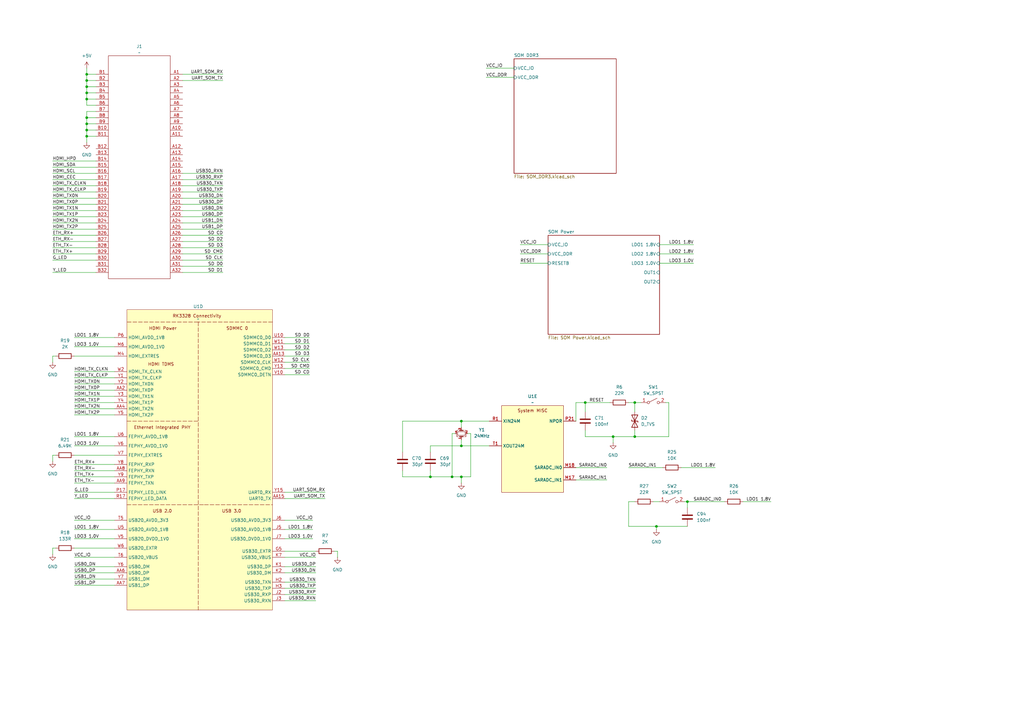
<source format=kicad_sch>
(kicad_sch (version 20250114) (generator "eeschema") (generator_version "9.0")
  (paper "A3")
  (lib_symbols
    (symbol "Device:C" (pin_numbers (hide yes)) (pin_names (offset 0.254))
      (property "Reference" "C" (at 0.635 2.54 0))
      (property "Value" "C" (at 0.635 -2.54 0))
      (symbol "C_1_1"
        (pin passive line (at 0 3.81 270) (length 2.794) (name "~") (number "1"))
        (pin passive line (at 0 -3.81 90) (length 2.794) (name "~") (number "2"))
      )
    )
    (symbol "Device:Crystal_GND24_Small" (pin_names (offset 1.016) (hide yes))
      (property "Reference" "Y" (at 1.27 4.445 0))
      (property "Value" "Crystal_GND24_Small" (at 1.27 2.54 0))
      (symbol "Crystal_GND24_Small_1_1"
        (pin passive line (at -2.54 0 0) (length 1.27) (name "1") (number "1"))
        (pin passive line (at 0 2.54 270) (length 0.635) (name "4") (number "4"))
        (pin passive line (at 0 -2.54 90) (length 0.635) (name "2") (number "2"))
        (pin passive line (at 2.54 0 180) (length 1.27) (name "3") (number "3"))
      )
    )
    (symbol "Device:D_TVS" (pin_numbers (hide yes)) (pin_names (offset 1.016) (hide yes))
      (property "Reference" "D" (at 0 2.54 0))
      (property "Value" "D_TVS" (at 0 -2.54 0))
      (symbol "D_TVS_1_1"
        (pin passive line (at -3.81 0 0) (length 2.54) (name "A1") (number "1"))
        (pin passive line (at 3.81 0 180) (length 2.54) (name "A2") (number "2"))
      )
    )
    (symbol "Device:R" (pin_numbers (hide yes)) (pin_names (offset 0))
      (property "Reference" "R" (at 2.032 0 90))
      (property "Value" "R" (at 0 0 90))
      (symbol "R_1_1"
        (pin passive line (at 0 3.81 270) (length 1.27) (name "~") (number "1"))
        (pin passive line (at 0 -3.81 90) (length 1.27) (name "~") (number "2"))
      )
    )
    (symbol "PCIEx4_Custom:PCIEx4_Custom"
      (property "Reference" "J" (at 0 42.672 0))
      (symbol "PCIEx4_Custom_1_0"
        (pin input line (at -17.78 30.48 0) (length 5.08) (name "") (number "B2"))
        (pin input line (at -17.78 27.94 0) (length 5.08) (name "") (number "B3"))
        (pin input line (at -17.78 25.4 0) (length 5.08) (name "") (number "B4"))
        (pin input line (at -17.78 22.86 0) (length 5.08) (name "") (number "B5"))
        (pin input line (at -17.78 20.32 0) (length 5.08) (name "") (number "B6"))
        (pin input line (at -17.78 17.78 0) (length 5.08) (name "") (number "B7"))
        (pin input line (at -17.78 15.24 0) (length 5.08) (name "") (number "B8"))
        (pin input line (at -17.78 12.7 0) (length 5.08) (name "") (number "B9"))
        (pin input line (at -17.78 10.16 0) (length 5.08) (name "") (number "B10"))
        (pin input line (at -17.78 7.62 0) (length 5.08) (name "") (number "B11"))
        (pin input line (at -17.78 2.54 0) (length 5.08) (name "") (number "B12"))
        (pin input line (at -17.78 0 0) (length 5.08) (name "") (number "B13"))
        (pin input line (at -17.78 -2.54 0) (length 5.08) (name "") (number "B14"))
        (pin input line (at -17.78 -5.08 0) (length 5.08) (name "") (number "B15"))
        (pin input line (at -17.78 -7.62 0) (length 5.08) (name "") (number "B16"))
        (pin input line (at -17.78 -10.16 0) (length 5.08) (name "") (number "B17"))
        (pin input line (at -17.78 -12.7 0) (length 5.08) (name "") (number "B18"))
        (pin input line (at -17.78 -15.24 0) (length 5.08) (name "") (number "B19"))
        (pin input line (at -17.78 -17.78 0) (length 5.08) (name "") (number "B20"))
        (pin input line (at -17.78 -20.32 0) (length 5.08) (name "") (number "B21"))
        (pin input line (at -17.78 -22.86 0) (length 5.08) (name "") (number "B22"))
        (pin input line (at -17.78 -25.4 0) (length 5.08) (name "") (number "B23"))
        (pin input line (at -17.78 -27.94 0) (length 5.08) (name "") (number "B24"))
        (pin input line (at -17.78 -30.48 0) (length 5.08) (name "") (number "B25"))
        (pin input line (at -17.78 -33.02 0) (length 5.08) (name "") (number "B26"))
        (pin input line (at -17.78 -35.56 0) (length 5.08) (name "") (number "B27"))
        (pin input line (at -17.78 -38.1 0) (length 5.08) (name "") (number "B28"))
        (pin input line (at -17.78 -40.64 0) (length 5.08) (name "") (number "B29"))
        (pin input line (at -17.78 -43.18 0) (length 5.08) (name "") (number "B30"))
        (pin input line (at -17.78 -45.72 0) (length 5.08) (name "") (number "B31"))
        (pin input line (at -17.78 -48.26 0) (length 5.08) (name "") (number "B32"))
        (pin input line (at 17.78 30.48 180) (length 5.08) (name "") (number "A2"))
        (pin input line (at 17.78 27.94 180) (length 5.08) (name "") (number "A3"))
        (pin input line (at 17.78 25.4 180) (length 5.08) (name "") (number "A4"))
        (pin input line (at 17.78 22.86 180) (length 5.08) (name "") (number "A5"))
        (pin input line (at 17.78 20.32 180) (length 5.08) (name "") (number "A6"))
        (pin input line (at 17.78 17.78 180) (length 5.08) (name "") (number "A7"))
        (pin input line (at 17.78 15.24 180) (length 5.08) (name "") (number "A8"))
        (pin input line (at 17.78 12.7 180) (length 5.08) (name "") (number "A9"))
        (pin input line (at 17.78 10.16 180) (length 5.08) (name "") (number "A10"))
        (pin input line (at 17.78 7.62 180) (length 5.08) (name "") (number "A11"))
        (pin input line (at 17.78 2.54 180) (length 5.08) (name "") (number "A12"))
        (pin input line (at 17.78 0 180) (length 5.08) (name "") (number "A13"))
        (pin input line (at 17.78 -2.54 180) (length 5.08) (name "") (number "A14"))
        (pin input line (at 17.78 -5.08 180) (length 5.08) (name "") (number "A15"))
        (pin input line (at 17.78 -7.62 180) (length 5.08) (name "") (number "A16"))
        (pin input line (at 17.78 -10.16 180) (length 5.08) (name "") (number "A17"))
        (pin input line (at 17.78 -12.7 180) (length 5.08) (name "") (number "A18"))
        (pin input line (at 17.78 -15.24 180) (length 5.08) (name "") (number "A19"))
        (pin input line (at 17.78 -17.78 180) (length 5.08) (name "") (number "A20"))
        (pin input line (at 17.78 -20.32 180) (length 5.08) (name "") (number "A21"))
        (pin input line (at 17.78 -22.86 180) (length 5.08) (name "") (number "A22"))
        (pin input line (at 17.78 -25.4 180) (length 5.08) (name "") (number "A23"))
        (pin input line (at 17.78 -27.94 180) (length 5.08) (name "") (number "A24"))
        (pin input line (at 17.78 -30.48 180) (length 5.08) (name "") (number "A25"))
        (pin input line (at 17.78 -33.02 180) (length 5.08) (name "") (number "A26"))
        (pin input line (at 17.78 -35.56 180) (length 5.08) (name "") (number "A27"))
        (pin input line (at 17.78 -38.1 180) (length 5.08) (name "") (number "A28"))
        (pin input line (at 17.78 -40.64 180) (length 5.08) (name "") (number "A29"))
        (pin input line (at 17.78 -43.18 180) (length 5.08) (name "") (number "A30"))
        (pin input line (at 17.78 -45.72 180) (length 5.08) (name "") (number "A31"))
        (pin input line (at 17.78 -48.26 180) (length 5.08) (name "") (number "A32"))
      )
      (symbol "PCIEx4_Custom_1_1"
        (pin input line (at -17.78 33.02 0) (length 5.08) (name "") (number "B1"))
        (pin input line (at 17.78 33.02 180) (length 5.08) (name "") (number "A1"))
      )
    )
    (symbol "RK3328:RK3328"
      (property "Reference" "U" (at 0 93.218 0))
      (symbol "RK3328_1_0"
        (pin input line (at 24.13 33.02 180) (length 5.08) (name "DDR_DQ0") (number "D7"))
        (pin input line (at 24.13 33.02 180) (length 5.08) (name "DDR_DQ0") (number "D7"))
        (pin input line (at 24.13 33.02 180) (length 5.08) (name "DDR_DQ0") (number "D7"))
        (pin input line (at 24.13 33.02 180) (length 5.08) (name "DDR_DQ0") (number "D7"))
        (pin input line (at 24.13 33.02 180) (length 5.08) (name "DDR_DQ0") (number "D7"))
        (pin input line (at 24.13 33.02 180) (length 5.08) (name "DDR_DQ0") (number "D7"))
        (pin input line (at 24.13 27.94 180) (length 5.08) (name "DDR_DQ2") (number "C5"))
        (pin input line (at 24.13 27.94 180) (length 5.08) (name "DDR_DQ2") (number "C5"))
        (pin input line (at 24.13 27.94 180) (length 5.08) (name "DDR_DQ2") (number "C5"))
        (pin input line (at 24.13 27.94 180) (length 5.08) (name "DDR_DQ2") (number "C5"))
        (pin input line (at 24.13 27.94 180) (length 5.08) (name "DDR_DQ2") (number "C5"))
        (pin input line (at 24.13 27.94 180) (length 5.08) (name "DDR_DQ2") (number "C5"))
        (pin input line (at 24.13 25.4 180) (length 5.08) (name "DDR_DQ3") (number "B2"))
        (pin input line (at 24.13 25.4 180) (length 5.08) (name "DDR_DQ3") (number "B2"))
        (pin input line (at 24.13 25.4 180) (length 5.08) (name "DDR_DQ3") (number "B2"))
        (pin input line (at 24.13 25.4 180) (length 5.08) (name "DDR_DQ3") (number "B2"))
        (pin input line (at 24.13 25.4 180) (length 5.08) (name "DDR_DQ3") (number "B2"))
        (pin input line (at 24.13 25.4 180) (length 5.08) (name "DDR_DQ3") (number "B2"))
        (pin input line (at 24.13 22.86 180) (length 5.08) (name "DDR_DQ4") (number "B9"))
        (pin input line (at 24.13 22.86 180) (length 5.08) (name "DDR_DQ4") (number "B9"))
        (pin input line (at 24.13 22.86 180) (length 5.08) (name "DDR_DQ4") (number "B9"))
        (pin input line (at 24.13 22.86 180) (length 5.08) (name "DDR_DQ4") (number "B9"))
        (pin input line (at 24.13 22.86 180) (length 5.08) (name "DDR_DQ4") (number "B9"))
        (pin input line (at 24.13 22.86 180) (length 5.08) (name "DDR_DQ4") (number "B9"))
        (pin input line (at 24.13 20.32 180) (length 5.08) (name "DDR_DQ5") (number "C7"))
        (pin input line (at 24.13 20.32 180) (length 5.08) (name "DDR_DQ5") (number "C7"))
        (pin input line (at 24.13 20.32 180) (length 5.08) (name "DDR_DQ5") (number "C7"))
        (pin input line (at 24.13 20.32 180) (length 5.08) (name "DDR_DQ5") (number "C7"))
        (pin input line (at 24.13 20.32 180) (length 5.08) (name "DDR_DQ5") (number "C7"))
        (pin input line (at 24.13 20.32 180) (length 5.08) (name "DDR_DQ5") (number "C7"))
        (pin input line (at 24.13 17.78 180) (length 5.08) (name "DDR_DQ6") (number "B7"))
        (pin input line (at 24.13 17.78 180) (length 5.08) (name "DDR_DQ6") (number "B7"))
        (pin input line (at 24.13 17.78 180) (length 5.08) (name "DDR_DQ6") (number "B7"))
        (pin input line (at 24.13 17.78 180) (length 5.08) (name "DDR_DQ6") (number "B7"))
        (pin input line (at 24.13 17.78 180) (length 5.08) (name "DDR_DQ6") (number "B7"))
        (pin input line (at 24.13 17.78 180) (length 5.08) (name "DDR_DQ6") (number "B7"))
        (pin input line (at 24.13 15.24 180) (length 5.08) (name "DDR_DQ7") (number "A2"))
        (pin input line (at 24.13 15.24 180) (length 5.08) (name "DDR_DQ7") (number "A2"))
        (pin input line (at 24.13 15.24 180) (length 5.08) (name "DDR_DQ7") (number "A2"))
        (pin input line (at 24.13 15.24 180) (length 5.08) (name "DDR_DQ7") (number "A2"))
        (pin input line (at 24.13 15.24 180) (length 5.08) (name "DDR_DQ7") (number "A2"))
        (pin input line (at 24.13 15.24 180) (length 5.08) (name "DDR_DQ7") (number "A2"))
        (pin input line (at 24.13 12.7 180) (length 5.08) (name "DDR_DQ8") (number "B1"))
        (pin input line (at 24.13 12.7 180) (length 5.08) (name "DDR_DQ8") (number "B1"))
        (pin input line (at 24.13 12.7 180) (length 5.08) (name "DDR_DQ8") (number "B1"))
        (pin input line (at 24.13 12.7 180) (length 5.08) (name "DDR_DQ8") (number "B1"))
        (pin input line (at 24.13 12.7 180) (length 5.08) (name "DDR_DQ8") (number "B1"))
        (pin input line (at 24.13 12.7 180) (length 5.08) (name "DDR_DQ8") (number "B1"))
        (pin input line (at 24.13 10.16 180) (length 5.08) (name "DDR_DQ9") (number "C8"))
        (pin input line (at 24.13 10.16 180) (length 5.08) (name "DDR_DQ9") (number "C8"))
        (pin input line (at 24.13 10.16 180) (length 5.08) (name "DDR_DQ9") (number "C8"))
        (pin input line (at 24.13 10.16 180) (length 5.08) (name "DDR_DQ9") (number "C8"))
        (pin input line (at 24.13 10.16 180) (length 5.08) (name "DDR_DQ9") (number "C8"))
        (pin input line (at 24.13 10.16 180) (length 5.08) (name "DDR_DQ9") (number "C8"))
        (pin input line (at 24.13 7.62 180) (length 5.08) (name "DDR_DQ10") (number "C2"))
        (pin input line (at 24.13 7.62 180) (length 5.08) (name "DDR_DQ10") (number "C2"))
        (pin input line (at 24.13 7.62 180) (length 5.08) (name "DDR_DQ10") (number "C2"))
        (pin input line (at 24.13 7.62 180) (length 5.08) (name "DDR_DQ10") (number "C2"))
        (pin input line (at 24.13 7.62 180) (length 5.08) (name "DDR_DQ10") (number "C2"))
        (pin input line (at 24.13 7.62 180) (length 5.08) (name "DDR_DQ10") (number "C2"))
        (pin input line (at 24.13 5.08 180) (length 5.08) (name "DDR_DQ11") (number "B10"))
        (pin input line (at 24.13 5.08 180) (length 5.08) (name "DDR_DQ11") (number "B10"))
        (pin input line (at 24.13 5.08 180) (length 5.08) (name "DDR_DQ11") (number "B10"))
        (pin input line (at 24.13 5.08 180) (length 5.08) (name "DDR_DQ11") (number "B10"))
        (pin input line (at 24.13 5.08 180) (length 5.08) (name "DDR_DQ11") (number "B10"))
        (pin input line (at 24.13 5.08 180) (length 5.08) (name "DDR_DQ11") (number "B10"))
        (pin input line (at 24.13 2.54 180) (length 5.08) (name "DDR_DQ12") (number "D4"))
        (pin input line (at 24.13 2.54 180) (length 5.08) (name "DDR_DQ12") (number "D4"))
        (pin input line (at 24.13 2.54 180) (length 5.08) (name "DDR_DQ12") (number "D4"))
        (pin input line (at 24.13 2.54 180) (length 5.08) (name "DDR_DQ12") (number "D4"))
        (pin input line (at 24.13 2.54 180) (length 5.08) (name "DDR_DQ12") (number "D4"))
        (pin input line (at 24.13 2.54 180) (length 5.08) (name "DDR_DQ12") (number "D4"))
        (pin input line (at 24.13 0 180) (length 5.08) (name "DDR_DQ13") (number "C10"))
        (pin input line (at 24.13 0 180) (length 5.08) (name "DDR_DQ13") (number "C10"))
        (pin input line (at 24.13 0 180) (length 5.08) (name "DDR_DQ13") (number "C10"))
        (pin input line (at 24.13 0 180) (length 5.08) (name "DDR_DQ13") (number "C10"))
        (pin input line (at 24.13 0 180) (length 5.08) (name "DDR_DQ13") (number "C10"))
        (pin input line (at 24.13 0 180) (length 5.08) (name "DDR_DQ13") (number "C10"))
        (pin input line (at 24.13 -2.54 180) (length 5.08) (name "DDR_DQ14") (number "C4"))
        (pin input line (at 24.13 -2.54 180) (length 5.08) (name "DDR_DQ14") (number "C4"))
        (pin input line (at 24.13 -2.54 180) (length 5.08) (name "DDR_DQ14") (number "C4"))
        (pin input line (at 24.13 -2.54 180) (length 5.08) (name "DDR_DQ14") (number "C4"))
        (pin input line (at 24.13 -2.54 180) (length 5.08) (name "DDR_DQ14") (number "C4"))
        (pin input line (at 24.13 -2.54 180) (length 5.08) (name "DDR_DQ14") (number "C4"))
        (pin input line (at 24.13 -5.08 180) (length 5.08) (name "DDR_DQ15") (number "D9"))
        (pin input line (at 24.13 -5.08 180) (length 5.08) (name "DDR_DQ15") (number "D9"))
        (pin input line (at 24.13 -5.08 180) (length 5.08) (name "DDR_DQ15") (number "D9"))
        (pin input line (at 24.13 -5.08 180) (length 5.08) (name "DDR_DQ15") (number "D9"))
        (pin input line (at 24.13 -5.08 180) (length 5.08) (name "DDR_DQ15") (number "D9"))
        (pin input line (at 24.13 -5.08 180) (length 5.08) (name "DDR_DQ15") (number "D9"))
        (pin input line (at 24.13 -7.62 180) (length 5.08) (name "DDR_DQ16") (number "D16"))
        (pin input line (at 24.13 -7.62 180) (length 5.08) (name "DDR_DQ16") (number "D16"))
        (pin input line (at 24.13 -7.62 180) (length 5.08) (name "DDR_DQ16") (number "D16"))
        (pin input line (at 24.13 -7.62 180) (length 5.08) (name "DDR_DQ16") (number "D16"))
        (pin input line (at 24.13 -7.62 180) (length 5.08) (name "DDR_DQ16") (number "D16"))
        (pin input line (at 24.13 -7.62 180) (length 5.08) (name "DDR_DQ16") (number "D16"))
        (pin input line (at 24.13 -10.16 180) (length 5.08) (name "DDR_DQ17") (number "C15"))
        (pin input line (at 24.13 -10.16 180) (length 5.08) (name "DDR_DQ17") (number "C15"))
        (pin input line (at 24.13 -10.16 180) (length 5.08) (name "DDR_DQ17") (number "C15"))
        (pin input line (at 24.13 -10.16 180) (length 5.08) (name "DDR_DQ17") (number "C15"))
        (pin input line (at 24.13 -10.16 180) (length 5.08) (name "DDR_DQ17") (number "C15"))
        (pin input line (at 24.13 -10.16 180) (length 5.08) (name "DDR_DQ17") (number "C15"))
        (pin input line (at 24.13 -12.7 180) (length 5.08) (name "DDR_DQ18") (number "C16"))
        (pin input line (at 24.13 -12.7 180) (length 5.08) (name "DDR_DQ18") (number "C16"))
        (pin input line (at 24.13 -12.7 180) (length 5.08) (name "DDR_DQ18") (number "C16"))
        (pin input line (at 24.13 -12.7 180) (length 5.08) (name "DDR_DQ18") (number "C16"))
        (pin input line (at 24.13 -12.7 180) (length 5.08) (name "DDR_DQ18") (number "C16"))
        (pin input line (at 24.13 -12.7 180) (length 5.08) (name "DDR_DQ18") (number "C16"))
        (pin input line (at 24.13 -15.24 180) (length 5.08) (name "DDR_DQ19") (number "B12"))
        (pin input line (at 24.13 -15.24 180) (length 5.08) (name "DDR_DQ19") (number "B12"))
        (pin input line (at 24.13 -15.24 180) (length 5.08) (name "DDR_DQ19") (number "B12"))
        (pin input line (at 24.13 -15.24 180) (length 5.08) (name "DDR_DQ19") (number "B12"))
        (pin input line (at 24.13 -15.24 180) (length 5.08) (name "DDR_DQ19") (number "B12"))
        (pin input line (at 24.13 -15.24 180) (length 5.08) (name "DDR_DQ19") (number "B12"))
        (pin input line (at 24.13 -17.78 180) (length 5.08) (name "DDR_DQ20") (number "B11"))
        (pin input line (at 24.13 -17.78 180) (length 5.08) (name "DDR_DQ20") (number "B11"))
        (pin input line (at 24.13 -17.78 180) (length 5.08) (name "DDR_DQ20") (number "B11"))
        (pin input line (at 24.13 -17.78 180) (length 5.08) (name "DDR_DQ20") (number "B11"))
        (pin input line (at 24.13 -17.78 180) (length 5.08) (name "DDR_DQ20") (number "B11"))
        (pin input line (at 24.13 -17.78 180) (length 5.08) (name "DDR_DQ20") (number "B11"))
        (pin input line (at 24.13 -20.32 180) (length 5.08) (name "DDR_DQ21") (number "A10"))
        (pin input line (at 24.13 -20.32 180) (length 5.08) (name "DDR_DQ21") (number "A10"))
        (pin input line (at 24.13 -20.32 180) (length 5.08) (name "DDR_DQ21") (number "A10"))
        (pin input line (at 24.13 -20.32 180) (length 5.08) (name "DDR_DQ21") (number "A10"))
        (pin input line (at 24.13 -20.32 180) (length 5.08) (name "DDR_DQ21") (number "A10"))
        (pin input line (at 24.13 -20.32 180) (length 5.08) (name "DDR_DQ21") (number "A10"))
        (pin input line (at 24.13 -22.86 180) (length 5.08) (name "DDR_DQ22") (number "B17"))
        (pin input line (at 24.13 -22.86 180) (length 5.08) (name "DDR_DQ22") (number "B17"))
        (pin input line (at 24.13 -22.86 180) (length 5.08) (name "DDR_DQ22") (number "B17"))
        (pin input line (at 24.13 -22.86 180) (length 5.08) (name "DDR_DQ22") (number "B17"))
        (pin input line (at 24.13 -22.86 180) (length 5.08) (name "DDR_DQ22") (number "B17"))
        (pin input line (at 24.13 -22.86 180) (length 5.08) (name "DDR_DQ22") (number "B17"))
        (pin input line (at 24.13 -25.4 180) (length 5.08) (name "DDR_DQ23") (number "A11"))
        (pin input line (at 24.13 -25.4 180) (length 5.08) (name "DDR_DQ23") (number "A11"))
        (pin input line (at 24.13 -25.4 180) (length 5.08) (name "DDR_DQ23") (number "A11"))
        (pin input line (at 24.13 -25.4 180) (length 5.08) (name "DDR_DQ23") (number "A11"))
        (pin input line (at 24.13 -25.4 180) (length 5.08) (name "DDR_DQ23") (number "A11"))
        (pin input line (at 24.13 -25.4 180) (length 5.08) (name "DDR_DQ23") (number "A11"))
        (pin input line (at 24.13 -27.94 180) (length 5.08) (name "DDR_DQ24") (number "C12"))
        (pin input line (at 24.13 -27.94 180) (length 5.08) (name "DDR_DQ24") (number "C12"))
        (pin input line (at 24.13 -27.94 180) (length 5.08) (name "DDR_DQ24") (number "C12"))
        (pin input line (at 24.13 -27.94 180) (length 5.08) (name "DDR_DQ24") (number "C12"))
        (pin input line (at 24.13 -27.94 180) (length 5.08) (name "DDR_DQ24") (number "C12"))
        (pin input line (at 24.13 -27.94 180) (length 5.08) (name "DDR_DQ24") (number "C12"))
        (pin input line (at 24.13 -30.48 180) (length 5.08) (name "DDR_DQ25") (number "D13"))
        (pin input line (at 24.13 -30.48 180) (length 5.08) (name "DDR_DQ25") (number "D13"))
        (pin input line (at 24.13 -30.48 180) (length 5.08) (name "DDR_DQ25") (number "D13"))
        (pin input line (at 24.13 -30.48 180) (length 5.08) (name "DDR_DQ25") (number "D13"))
        (pin input line (at 24.13 -30.48 180) (length 5.08) (name "DDR_DQ25") (number "D13"))
        (pin input line (at 24.13 -30.48 180) (length 5.08) (name "DDR_DQ25") (number "D13"))
        (pin input line (at 24.13 -33.02 180) (length 5.08) (name "DDR_DQ26") (number "B19"))
        (pin input line (at 24.13 -33.02 180) (length 5.08) (name "DDR_DQ26") (number "B19"))
        (pin input line (at 24.13 -33.02 180) (length 5.08) (name "DDR_DQ26") (number "B19"))
        (pin input line (at 24.13 -33.02 180) (length 5.08) (name "DDR_DQ26") (number "B19"))
        (pin input line (at 24.13 -33.02 180) (length 5.08) (name "DDR_DQ26") (number "B19"))
        (pin input line (at 24.13 -33.02 180) (length 5.08) (name "DDR_DQ26") (number "B19"))
        (pin input line (at 24.13 -35.56 180) (length 5.08) (name "DDR_DQ27") (number "B18"))
        (pin input line (at 24.13 -35.56 180) (length 5.08) (name "DDR_DQ27") (number "B18"))
        (pin input line (at 24.13 -35.56 180) (length 5.08) (name "DDR_DQ27") (number "B18"))
        (pin input line (at 24.13 -35.56 180) (length 5.08) (name "DDR_DQ27") (number "B18"))
        (pin input line (at 24.13 -35.56 180) (length 5.08) (name "DDR_DQ27") (number "B18"))
        (pin input line (at 24.13 -35.56 180) (length 5.08) (name "DDR_DQ27") (number "B18"))
        (pin input line (at 24.13 -38.1 180) (length 5.08) (name "DDR_DQ28") (number "D12"))
        (pin input line (at 24.13 -38.1 180) (length 5.08) (name "DDR_DQ28") (number "D12"))
        (pin input line (at 24.13 -38.1 180) (length 5.08) (name "DDR_DQ28") (number "D12"))
        (pin input line (at 24.13 -38.1 180) (length 5.08) (name "DDR_DQ28") (number "D12"))
        (pin input line (at 24.13 -38.1 180) (length 5.08) (name "DDR_DQ28") (number "D12"))
        (pin input line (at 24.13 -38.1 180) (length 5.08) (name "DDR_DQ28") (number "D12"))
        (pin input line (at 24.13 -40.64 180) (length 5.08) (name "DDR_DQ29") (number "C13"))
        (pin input line (at 24.13 -40.64 180) (length 5.08) (name "DDR_DQ29") (number "C13"))
        (pin input line (at 24.13 -40.64 180) (length 5.08) (name "DDR_DQ29") (number "C13"))
        (pin input line (at 24.13 -40.64 180) (length 5.08) (name "DDR_DQ29") (number "C13"))
        (pin input line (at 24.13 -40.64 180) (length 5.08) (name "DDR_DQ29") (number "C13"))
        (pin input line (at 24.13 -40.64 180) (length 5.08) (name "DDR_DQ29") (number "C13"))
        (pin input line (at 24.13 -43.18 180) (length 5.08) (name "DDR_DQ30") (number "A18"))
        (pin input line (at 24.13 -43.18 180) (length 5.08) (name "DDR_DQ30") (number "A18"))
        (pin input line (at 24.13 -43.18 180) (length 5.08) (name "DDR_DQ30") (number "A18"))
        (pin input line (at 24.13 -43.18 180) (length 5.08) (name "DDR_DQ30") (number "A18"))
        (pin input line (at 24.13 -43.18 180) (length 5.08) (name "DDR_DQ30") (number "A18"))
        (pin input line (at 24.13 -43.18 180) (length 5.08) (name "DDR_DQ30") (number "A18"))
        (pin input line (at 24.13 -45.72 180) (length 5.08) (name "DDR_DQ31") (number "A17"))
        (pin input line (at 24.13 -45.72 180) (length 5.08) (name "DDR_DQ31") (number "A17"))
        (pin input line (at 24.13 -45.72 180) (length 5.08) (name "DDR_DQ31") (number "A17"))
        (pin input line (at 24.13 -45.72 180) (length 5.08) (name "DDR_DQ31") (number "A17"))
        (pin input line (at 24.13 -45.72 180) (length 5.08) (name "DDR_DQ31") (number "A17"))
        (pin input line (at 24.13 -45.72 180) (length 5.08) (name "DDR_DQ31") (number "A17"))
      )
      (symbol "RK3328_1_1"
        (text "Power 1V5" (at -2.794 18.034 900) (effects (font (size 1.27 1.27))))
        (text "Power 1V5" (at -2.794 18.034 900) (effects (font (size 1.27 1.27))))
        (text "Power 1V5" (at -2.794 18.034 900) (effects (font (size 1.27 1.27))))
        (text "Power 1V5" (at -2.794 18.034 900) (effects (font (size 1.27 1.27))))
        (text "Power 1V5" (at -2.794 18.034 900) (effects (font (size 1.27 1.27))))
        (text "Power 1V5" (at -2.794 18.034 900) (effects (font (size 1.27 1.27))))
        (text "RK3328 DDR3 Memory" (at 0 39.878 0) (effects (font (size 1.27 1.27))))
        (text "RK3328 DDR3 Memory" (at 0 39.878 0) (effects (font (size 1.27 1.27))))
        (text "RK3328 DDR3 Memory" (at 0 39.878 0) (effects (font (size 1.27 1.27))))
        (text "RK3328 DDR3 Memory" (at 0 39.878 0) (effects (font (size 1.27 1.27))))
        (text "RK3328 DDR3 Memory" (at 0 39.878 0) (effects (font (size 1.27 1.27))))
        (text "RK3328 DDR3 Memory" (at 0 39.878 0) (effects (font (size 1.27 1.27))))
        (text "Data" (at 3.556 -6.35 900) (effects (font (size 1.27 1.27))))
        (text "Data" (at 3.556 -6.35 900) (effects (font (size 1.27 1.27))))
        (text "Data" (at 3.556 -6.35 900) (effects (font (size 1.27 1.27))))
        (text "Data" (at 3.556 -6.35 900) (effects (font (size 1.27 1.27))))
        (text "Data" (at 3.556 -6.35 900) (effects (font (size 1.27 1.27))))
        (text "Data" (at 3.556 -6.35 900) (effects (font (size 1.27 1.27))))
        (pin input line (at -24.13 33.02 0) (length 5.08) (name "VDD_DDRIO") (number "F10"))
        (pin input line (at -24.13 33.02 0) (length 5.08) (name "VDD_DDRIO") (number "F10"))
        (pin input line (at -24.13 33.02 0) (length 5.08) (name "VDD_DDRIO") (number "F10"))
        (pin input line (at -24.13 33.02 0) (length 5.08) (name "VDD_DDRIO") (number "F10"))
        (pin input line (at -24.13 33.02 0) (length 5.08) (name "VDD_DDRIO") (number "F10"))
        (pin input line (at -24.13 33.02 0) (length 5.08) (name "VDD_DDRIO") (number "F10"))
        (pin input line (at -24.13 30.48 0) (length 5.08) (name "VDD_DDRIO") (number "F11"))
        (pin input line (at -24.13 30.48 0) (length 5.08) (name "VDD_DDRIO") (number "F11"))
        (pin input line (at -24.13 30.48 0) (length 5.08) (name "VDD_DDRIO") (number "F11"))
        (pin input line (at -24.13 30.48 0) (length 5.08) (name "VDD_DDRIO") (number "F11"))
        (pin input line (at -24.13 30.48 0) (length 5.08) (name "VDD_DDRIO") (number "F11"))
        (pin input line (at -24.13 30.48 0) (length 5.08) (name "VDD_DDRIO") (number "F11"))
        (pin input line (at -24.13 27.94 0) (length 5.08) (name "VDD_DDRIO") (number "F12"))
        (pin input line (at -24.13 27.94 0) (length 5.08) (name "VDD_DDRIO") (number "F12"))
        (pin input line (at -24.13 27.94 0) (length 5.08) (name "VDD_DDRIO") (number "F12"))
        (pin input line (at -24.13 27.94 0) (length 5.08) (name "VDD_DDRIO") (number "F12"))
        (pin input line (at -24.13 27.94 0) (length 5.08) (name "VDD_DDRIO") (number "F12"))
        (pin input line (at -24.13 27.94 0) (length 5.08) (name "VDD_DDRIO") (number "F12"))
        (pin input line (at -24.13 25.4 0) (length 5.08) (name "VDD_DDRIO") (number "F13"))
        (pin input line (at -24.13 25.4 0) (length 5.08) (name "VDD_DDRIO") (number "F13"))
        (pin input line (at -24.13 25.4 0) (length 5.08) (name "VDD_DDRIO") (number "F13"))
        (pin input line (at -24.13 25.4 0) (length 5.08) (name "VDD_DDRIO") (number "F13"))
        (pin input line (at -24.13 25.4 0) (length 5.08) (name "VDD_DDRIO") (number "F13"))
        (pin input line (at -24.13 25.4 0) (length 5.08) (name "VDD_DDRIO") (number "F13"))
        (pin input line (at -24.13 22.86 0) (length 5.08) (name "VDD_DDRIO") (number "G10"))
        (pin input line (at -24.13 22.86 0) (length 5.08) (name "VDD_DDRIO") (number "G10"))
        (pin input line (at -24.13 22.86 0) (length 5.08) (name "VDD_DDRIO") (number "G10"))
        (pin input line (at -24.13 22.86 0) (length 5.08) (name "VDD_DDRIO") (number "G10"))
        (pin input line (at -24.13 22.86 0) (length 5.08) (name "VDD_DDRIO") (number "G10"))
        (pin input line (at -24.13 22.86 0) (length 5.08) (name "VDD_DDRIO") (number "G10"))
        (pin input line (at -24.13 20.32 0) (length 5.08) (name "VDD_DDRIO") (number "G11"))
        (pin input line (at -24.13 20.32 0) (length 5.08) (name "VDD_DDRIO") (number "G11"))
        (pin input line (at -24.13 20.32 0) (length 5.08) (name "VDD_DDRIO") (number "G11"))
        (pin input line (at -24.13 20.32 0) (length 5.08) (name "VDD_DDRIO") (number "G11"))
        (pin input line (at -24.13 20.32 0) (length 5.08) (name "VDD_DDRIO") (number "G11"))
        (pin input line (at -24.13 20.32 0) (length 5.08) (name "VDD_DDRIO") (number "G11"))
        (pin input line (at -24.13 17.78 0) (length 5.08) (name "VDD_DDRIO") (number "G12"))
        (pin input line (at -24.13 17.78 0) (length 5.08) (name "VDD_DDRIO") (number "G12"))
        (pin input line (at -24.13 17.78 0) (length 5.08) (name "VDD_DDRIO") (number "G12"))
        (pin input line (at -24.13 17.78 0) (length 5.08) (name "VDD_DDRIO") (number "G12"))
        (pin input line (at -24.13 17.78 0) (length 5.08) (name "VDD_DDRIO") (number "G12"))
        (pin input line (at -24.13 17.78 0) (length 5.08) (name "VDD_DDRIO") (number "G12"))
        (pin input line (at -24.13 15.24 0) (length 5.08) (name "VDD_DDRIO") (number "G13"))
        (pin input line (at -24.13 15.24 0) (length 5.08) (name "VDD_DDRIO") (number "G13"))
        (pin input line (at -24.13 15.24 0) (length 5.08) (name "VDD_DDRIO") (number "G13"))
        (pin input line (at -24.13 15.24 0) (length 5.08) (name "VDD_DDRIO") (number "G13"))
        (pin input line (at -24.13 15.24 0) (length 5.08) (name "VDD_DDRIO") (number "G13"))
        (pin input line (at -24.13 15.24 0) (length 5.08) (name "VDD_DDRIO") (number "G13"))
        (pin input line (at -24.13 12.7 0) (length 5.08) (name "VDD_DDRIO") (number "H16"))
        (pin input line (at -24.13 12.7 0) (length 5.08) (name "VDD_DDRIO") (number "H16"))
        (pin input line (at -24.13 12.7 0) (length 5.08) (name "VDD_DDRIO") (number "H16"))
        (pin input line (at -24.13 12.7 0) (length 5.08) (name "VDD_DDRIO") (number "H16"))
        (pin input line (at -24.13 12.7 0) (length 5.08) (name "VDD_DDRIO") (number "H16"))
        (pin input line (at -24.13 12.7 0) (length 5.08) (name "VDD_DDRIO") (number "H16"))
        (pin input line (at -24.13 10.16 0) (length 5.08) (name "VDD_DDRIO") (number "J15"))
        (pin input line (at -24.13 10.16 0) (length 5.08) (name "VDD_DDRIO") (number "J15"))
        (pin input line (at -24.13 10.16 0) (length 5.08) (name "VDD_DDRIO") (number "J15"))
        (pin input line (at -24.13 10.16 0) (length 5.08) (name "VDD_DDRIO") (number "J15"))
        (pin input line (at -24.13 10.16 0) (length 5.08) (name "VDD_DDRIO") (number "J15"))
        (pin input line (at -24.13 10.16 0) (length 5.08) (name "VDD_DDRIO") (number "J15"))
        (pin input line (at -24.13 7.62 0) (length 5.08) (name "VDD_DDRIO") (number "J16"))
        (pin input line (at -24.13 7.62 0) (length 5.08) (name "VDD_DDRIO") (number "J16"))
        (pin input line (at -24.13 7.62 0) (length 5.08) (name "VDD_DDRIO") (number "J16"))
        (pin input line (at -24.13 7.62 0) (length 5.08) (name "VDD_DDRIO") (number "J16"))
        (pin input line (at -24.13 7.62 0) (length 5.08) (name "VDD_DDRIO") (number "J16"))
        (pin input line (at -24.13 7.62 0) (length 5.08) (name "VDD_DDRIO") (number "J16"))
        (pin input line (at -24.13 5.08 0) (length 5.08) (name "VDD_DDRIO") (number "K15"))
        (pin input line (at -24.13 5.08 0) (length 5.08) (name "VDD_DDRIO") (number "K15"))
        (pin input line (at -24.13 5.08 0) (length 5.08) (name "VDD_DDRIO") (number "K15"))
        (pin input line (at -24.13 5.08 0) (length 5.08) (name "VDD_DDRIO") (number "K15"))
        (pin input line (at -24.13 5.08 0) (length 5.08) (name "VDD_DDRIO") (number "K15"))
        (pin input line (at -24.13 5.08 0) (length 5.08) (name "VDD_DDRIO") (number "K15"))
        (pin input line (at -24.13 2.54 0) (length 5.08) (name "VDD_DDRIO") (number "K16"))
        (pin input line (at -24.13 2.54 0) (length 5.08) (name "VDD_DDRIO") (number "K16"))
        (pin input line (at -24.13 2.54 0) (length 5.08) (name "VDD_DDRIO") (number "K16"))
        (pin input line (at -24.13 2.54 0) (length 5.08) (name "VDD_DDRIO") (number "K16"))
        (pin input line (at -24.13 2.54 0) (length 5.08) (name "VDD_DDRIO") (number "K16"))
        (pin input line (at -24.13 2.54 0) (length 5.08) (name "VDD_DDRIO") (number "K16"))
        (pin input line (at -24.13 -2.54 0) (length 5.08) (name "DDR3_A0") (number "G19"))
        (pin input line (at -24.13 -2.54 0) (length 5.08) (name "DDR3_A0") (number "G19"))
        (pin input line (at -24.13 -2.54 0) (length 5.08) (name "DDR3_A0") (number "G19"))
        (pin input line (at -24.13 -2.54 0) (length 5.08) (name "DDR3_A0") (number "G19"))
        (pin input line (at -24.13 -2.54 0) (length 5.08) (name "DDR3_A0") (number "G19"))
        (pin input line (at -24.13 -2.54 0) (length 5.08) (name "DDR3_A0") (number "G19"))
        (pin input line (at -24.13 -5.08 0) (length 5.08) (name "DDR3_A1") (number "K18"))
        (pin input line (at -24.13 -5.08 0) (length 5.08) (name "DDR3_A1") (number "K18"))
        (pin input line (at -24.13 -5.08 0) (length 5.08) (name "DDR3_A1") (number "K18"))
        (pin input line (at -24.13 -5.08 0) (length 5.08) (name "DDR3_A1") (number "K18"))
        (pin input line (at -24.13 -5.08 0) (length 5.08) (name "DDR3_A1") (number "K18"))
        (pin input line (at -24.13 -5.08 0) (length 5.08) (name "DDR3_A1") (number "K18"))
        (pin input line (at -24.13 -7.62 0) (length 5.08) (name "DDR3_A2") (number "H18"))
        (pin input line (at -24.13 -7.62 0) (length 5.08) (name "DDR3_A2") (number "H18"))
        (pin input line (at -24.13 -7.62 0) (length 5.08) (name "DDR3_A2") (number "H18"))
        (pin input line (at -24.13 -7.62 0) (length 5.08) (name "DDR3_A2") (number "H18"))
        (pin input line (at -24.13 -7.62 0) (length 5.08) (name "DDR3_A2") (number "H18"))
        (pin input line (at -24.13 -7.62 0) (length 5.08) (name "DDR3_A2") (number "H18"))
        (pin input line (at -24.13 -10.16 0) (length 5.08) (name "DDR3_A3") (number "E20"))
        (pin input line (at -24.13 -10.16 0) (length 5.08) (name "DDR3_A3") (number "E20"))
        (pin input line (at -24.13 -10.16 0) (length 5.08) (name "DDR3_A3") (number "E20"))
        (pin input line (at -24.13 -10.16 0) (length 5.08) (name "DDR3_A3") (number "E20"))
        (pin input line (at -24.13 -10.16 0) (length 5.08) (name "DDR3_A3") (number "E20"))
        (pin input line (at -24.13 -10.16 0) (length 5.08) (name "DDR3_A3") (number "E20"))
        (pin input line (at -24.13 -12.7 0) (length 5.08) (name "DDR3_A4") (number "H21"))
        (pin input line (at -24.13 -12.7 0) (length 5.08) (name "DDR3_A4") (number "H21"))
        (pin input line (at -24.13 -12.7 0) (length 5.08) (name "DDR3_A4") (number "H21"))
        (pin input line (at -24.13 -12.7 0) (length 5.08) (name "DDR3_A4") (number "H21"))
        (pin input line (at -24.13 -12.7 0) (length 5.08) (name "DDR3_A4") (number "H21"))
        (pin input line (at -24.13 -12.7 0) (length 5.08) (name "DDR3_A4") (number "H21"))
        (pin input line (at -24.13 -15.24 0) (length 5.08) (name "DDR3_A5") (number "D21"))
        (pin input line (at -24.13 -15.24 0) (length 5.08) (name "DDR3_A5") (number "D21"))
        (pin input line (at -24.13 -15.24 0) (length 5.08) (name "DDR3_A5") (number "D21"))
        (pin input line (at -24.13 -15.24 0) (length 5.08) (name "DDR3_A5") (number "D21"))
        (pin input line (at -24.13 -15.24 0) (length 5.08) (name "DDR3_A5") (number "D21"))
        (pin input line (at -24.13 -15.24 0) (length 5.08) (name "DDR3_A5") (number "D21"))
        (pin input line (at -24.13 -17.78 0) (length 5.08) (name "DDR3_A6") (number "H20"))
        (pin input line (at -24.13 -17.78 0) (length 5.08) (name "DDR3_A6") (number "H20"))
        (pin input line (at -24.13 -17.78 0) (length 5.08) (name "DDR3_A6") (number "H20"))
        (pin input line (at -24.13 -17.78 0) (length 5.08) (name "DDR3_A6") (number "H20"))
        (pin input line (at -24.13 -17.78 0) (length 5.08) (name "DDR3_A6") (number "H20"))
        (pin input line (at -24.13 -17.78 0) (length 5.08) (name "DDR3_A6") (number "H20"))
        (pin input line (at -24.13 -20.32 0) (length 5.08) (name "DDR3_A7") (number "D20"))
        (pin input line (at -24.13 -20.32 0) (length 5.08) (name "DDR3_A7") (number "D20"))
        (pin input line (at -24.13 -20.32 0) (length 5.08) (name "DDR3_A7") (number "D20"))
        (pin input line (at -24.13 -20.32 0) (length 5.08) (name "DDR3_A7") (number "D20"))
        (pin input line (at -24.13 -20.32 0) (length 5.08) (name "DDR3_A7") (number "D20"))
        (pin input line (at -24.13 -20.32 0) (length 5.08) (name "DDR3_A7") (number "D20"))
        (pin input line (at -24.13 -22.86 0) (length 5.08) (name "DDR3_A8") (number "K19"))
        (pin input line (at -24.13 -22.86 0) (length 5.08) (name "DDR3_A8") (number "K19"))
        (pin input line (at -24.13 -22.86 0) (length 5.08) (name "DDR3_A8") (number "K19"))
        (pin input line (at -24.13 -22.86 0) (length 5.08) (name "DDR3_A8") (number "K19"))
        (pin input line (at -24.13 -22.86 0) (length 5.08) (name "DDR3_A8") (number "K19"))
        (pin input line (at -24.13 -22.86 0) (length 5.08) (name "DDR3_A8") (number "K19"))
        (pin input line (at -24.13 -25.4 0) (length 5.08) (name "DDR3_A9") (number "F19"))
        (pin input line (at -24.13 -25.4 0) (length 5.08) (name "DDR3_A9") (number "F19"))
        (pin input line (at -24.13 -25.4 0) (length 5.08) (name "DDR3_A9") (number "F19"))
        (pin input line (at -24.13 -25.4 0) (length 5.08) (name "DDR3_A9") (number "F19"))
        (pin input line (at -24.13 -25.4 0) (length 5.08) (name "DDR3_A9") (number "F19"))
        (pin input line (at -24.13 -25.4 0) (length 5.08) (name "DDR3_A9") (number "F19"))
        (pin input line (at -24.13 -27.94 0) (length 5.08) (name "DDR3_A10") (number "K21"))
        (pin input line (at -24.13 -27.94 0) (length 5.08) (name "DDR3_A10") (number "K21"))
        (pin input line (at -24.13 -27.94 0) (length 5.08) (name "DDR3_A10") (number "K21"))
        (pin input line (at -24.13 -27.94 0) (length 5.08) (name "DDR3_A10") (number "K21"))
        (pin input line (at -24.13 -27.94 0) (length 5.08) (name "DDR3_A10") (number "K21"))
        (pin input line (at -24.13 -27.94 0) (length 5.08) (name "DDR3_A10") (number "K21"))
        (pin input line (at -24.13 -30.48 0) (length 5.08) (name "DDR3_A11") (number "G20"))
        (pin input line (at -24.13 -30.48 0) (length 5.08) (name "DDR3_A11") (number "G20"))
        (pin input line (at -24.13 -30.48 0) (length 5.08) (name "DDR3_A11") (number "G20"))
        (pin input line (at -24.13 -30.48 0) (length 5.08) (name "DDR3_A11") (number "G20"))
        (pin input line (at -24.13 -30.48 0) (length 5.08) (name "DDR3_A11") (number "G20"))
        (pin input line (at -24.13 -30.48 0) (length 5.08) (name "DDR3_A11") (number "G20"))
        (pin input line (at -24.13 -33.02 0) (length 5.08) (name "DDR3_A12") (number "J21"))
        (pin input line (at -24.13 -33.02 0) (length 5.08) (name "DDR3_A12") (number "J21"))
        (pin input line (at -24.13 -33.02 0) (length 5.08) (name "DDR3_A12") (number "J21"))
        (pin input line (at -24.13 -33.02 0) (length 5.08) (name "DDR3_A12") (number "J21"))
        (pin input line (at -24.13 -33.02 0) (length 5.08) (name "DDR3_A12") (number "J21"))
        (pin input line (at -24.13 -33.02 0) (length 5.08) (name "DDR3_A12") (number "J21"))
        (pin input line (at -24.13 -35.56 0) (length 5.08) (name "DDR3_A13") (number "F18"))
        (pin input line (at -24.13 -35.56 0) (length 5.08) (name "DDR3_A13") (number "F18"))
        (pin input line (at -24.13 -35.56 0) (length 5.08) (name "DDR3_A13") (number "F18"))
        (pin input line (at -24.13 -35.56 0) (length 5.08) (name "DDR3_A13") (number "F18"))
        (pin input line (at -24.13 -35.56 0) (length 5.08) (name "DDR3_A13") (number "F18"))
        (pin input line (at -24.13 -35.56 0) (length 5.08) (name "DDR3_A13") (number "F18"))
        (pin input line (at -24.13 -38.1 0) (length 5.08) (name "DDR3_A14") (number "G21"))
        (pin input line (at -24.13 -38.1 0) (length 5.08) (name "DDR3_A14") (number "G21"))
        (pin input line (at -24.13 -38.1 0) (length 5.08) (name "DDR3_A14") (number "G21"))
        (pin input line (at -24.13 -38.1 0) (length 5.08) (name "DDR3_A14") (number "G21"))
        (pin input line (at -24.13 -38.1 0) (length 5.08) (name "DDR3_A14") (number "G21"))
        (pin input line (at -24.13 -38.1 0) (length 5.08) (name "DDR3_A14") (number "G21"))
        (pin input line (at -24.13 -40.64 0) (length 5.08) (name "DDR3_A15") (number "J19"))
        (pin input line (at -24.13 -40.64 0) (length 5.08) (name "DDR3_A15") (number "J19"))
        (pin input line (at -24.13 -40.64 0) (length 5.08) (name "DDR3_A15") (number "J19"))
        (pin input line (at -24.13 -40.64 0) (length 5.08) (name "DDR3_A15") (number "J19"))
        (pin input line (at -24.13 -40.64 0) (length 5.08) (name "DDR3_A15") (number "J19"))
        (pin input line (at -24.13 -40.64 0) (length 5.08) (name "DDR3_A15") (number "J19"))
        (pin input line (at -24.13 -45.72 0) (length 5.08) (name "DDR3_BA0") (number "C21"))
        (pin input line (at -24.13 -45.72 0) (length 5.08) (name "DDR3_BA0") (number "C21"))
        (pin input line (at -24.13 -45.72 0) (length 5.08) (name "DDR3_BA0") (number "C21"))
        (pin input line (at -24.13 -45.72 0) (length 5.08) (name "DDR3_BA0") (number "C21"))
        (pin input line (at -24.13 -45.72 0) (length 5.08) (name "DDR3_BA0") (number "C21"))
        (pin input line (at -24.13 -45.72 0) (length 5.08) (name "DDR3_BA0") (number "C21"))
        (pin input line (at -24.13 -48.26 0) (length 5.08) (name "DDR3_BA1") (number "K20"))
        (pin input line (at -24.13 -48.26 0) (length 5.08) (name "DDR3_BA1") (number "K20"))
        (pin input line (at -24.13 -48.26 0) (length 5.08) (name "DDR3_BA1") (number "K20"))
        (pin input line (at -24.13 -48.26 0) (length 5.08) (name "DDR3_BA1") (number "K20"))
        (pin input line (at -24.13 -48.26 0) (length 5.08) (name "DDR3_BA1") (number "K20"))
        (pin input line (at -24.13 -48.26 0) (length 5.08) (name "DDR3_BA1") (number "K20"))
        (pin input line (at -24.13 -50.8 0) (length 5.08) (name "DDR3_BA2") (number "E21"))
        (pin input line (at -24.13 -50.8 0) (length 5.08) (name "DDR3_BA2") (number "E21"))
        (pin input line (at -24.13 -50.8 0) (length 5.08) (name "DDR3_BA2") (number "E21"))
        (pin input line (at -24.13 -50.8 0) (length 5.08) (name "DDR3_BA2") (number "E21"))
        (pin input line (at -24.13 -50.8 0) (length 5.08) (name "DDR3_BA2") (number "E21"))
        (pin input line (at -24.13 -50.8 0) (length 5.08) (name "DDR3_BA2") (number "E21"))
        (pin input line (at -24.13 -55.88 0) (length 5.08) (name "DDR3_CLK_N") (number "A20"))
        (pin input line (at -24.13 -55.88 0) (length 5.08) (name "DDR3_CLK_N") (number "A20"))
        (pin input line (at -24.13 -55.88 0) (length 5.08) (name "DDR3_CLK_N") (number "A20"))
        (pin input line (at -24.13 -55.88 0) (length 5.08) (name "DDR3_CLK_N") (number "A20"))
        (pin input line (at -24.13 -55.88 0) (length 5.08) (name "DDR3_CLK_N") (number "A20"))
        (pin input line (at -24.13 -55.88 0) (length 5.08) (name "DDR3_CLK_N") (number "A20"))
        (pin input line (at -24.13 -58.42 0) (length 5.08) (name "DDR3_CLK_P") (number "B20"))
        (pin input line (at -24.13 -58.42 0) (length 5.08) (name "DDR3_CLK_P") (number "B20"))
        (pin input line (at -24.13 -58.42 0) (length 5.08) (name "DDR3_CLK_P") (number "B20"))
        (pin input line (at -24.13 -58.42 0) (length 5.08) (name "DDR3_CLK_P") (number "B20"))
        (pin input line (at -24.13 -58.42 0) (length 5.08) (name "DDR3_CLK_P") (number "B20"))
        (pin input line (at -24.13 -58.42 0) (length 5.08) (name "DDR3_CLK_P") (number "B20"))
        (pin input line (at -24.13 -60.96 0) (length 5.08) (name "DDR3_CKE") (number "L20"))
        (pin input line (at -24.13 -60.96 0) (length 5.08) (name "DDR3_CKE") (number "L20"))
        (pin input line (at -24.13 -60.96 0) (length 5.08) (name "DDR3_CKE") (number "L20"))
        (pin input line (at -24.13 -60.96 0) (length 5.08) (name "DDR3_CKE") (number "L20"))
        (pin input line (at -24.13 -60.96 0) (length 5.08) (name "DDR3_CKE") (number "L20"))
        (pin input line (at -24.13 -60.96 0) (length 5.08) (name "DDR3_CKE") (number "L20"))
        (pin input line (at -24.13 -64.77 0) (length 5.08) (name "DDR3_RESET") (number "B21"))
        (pin input line (at -24.13 -64.77 0) (length 5.08) (name "DDR3_RESET") (number "B21"))
        (pin input line (at -24.13 -64.77 0) (length 5.08) (name "DDR3_RESET") (number "B21"))
        (pin input line (at -24.13 -64.77 0) (length 5.08) (name "DDR3_RESET") (number "B21"))
        (pin input line (at -24.13 -64.77 0) (length 5.08) (name "DDR3_RESET") (number "B21"))
        (pin input line (at -24.13 -64.77 0) (length 5.08) (name "DDR3_RESET") (number "B21"))
        (pin input line (at -24.13 -67.31 0) (length 5.08) (name "DDR3_CSN0") (number "C20"))
        (pin input line (at -24.13 -67.31 0) (length 5.08) (name "DDR3_CSN0") (number "C20"))
        (pin input line (at -24.13 -67.31 0) (length 5.08) (name "DDR3_CSN0") (number "C20"))
        (pin input line (at -24.13 -67.31 0) (length 5.08) (name "DDR3_CSN0") (number "C20"))
        (pin input line (at -24.13 -67.31 0) (length 5.08) (name "DDR3_CSN0") (number "C20"))
        (pin input line (at -24.13 -67.31 0) (length 5.08) (name "DDR3_CSN0") (number "C20"))
        (pin input line (at -24.13 -69.85 0) (length 5.08) (name "DDR3_CSN1") (number "L18"))
        (pin input line (at -24.13 -69.85 0) (length 5.08) (name "DDR3_CSN1") (number "L18"))
        (pin input line (at -24.13 -69.85 0) (length 5.08) (name "DDR3_CSN1") (number "L18"))
        (pin input line (at -24.13 -69.85 0) (length 5.08) (name "DDR3_CSN1") (number "L18"))
        (pin input line (at -24.13 -69.85 0) (length 5.08) (name "DDR3_CSN1") (number "L18"))
        (pin input line (at -24.13 -69.85 0) (length 5.08) (name "DDR3_CSN1") (number "L18"))
        (pin input line (at -24.13 -72.39 0) (length 5.08) (name "DDR3_RASn") (number "D19"))
        (pin input line (at -24.13 -72.39 0) (length 5.08) (name "DDR3_RASn") (number "D19"))
        (pin input line (at -24.13 -72.39 0) (length 5.08) (name "DDR3_RASn") (number "D19"))
        (pin input line (at -24.13 -72.39 0) (length 5.08) (name "DDR3_RASn") (number "D19"))
        (pin input line (at -24.13 -72.39 0) (length 5.08) (name "DDR3_RASn") (number "D19"))
        (pin input line (at -24.13 -72.39 0) (length 5.08) (name "DDR3_RASn") (number "D19"))
        (pin input line (at -24.13 -74.93 0) (length 5.08) (name "DDR3_CASn") (number "J18"))
        (pin input line (at -24.13 -74.93 0) (length 5.08) (name "DDR3_CASn") (number "J18"))
        (pin input line (at -24.13 -74.93 0) (length 5.08) (name "DDR3_CASn") (number "J18"))
        (pin input line (at -24.13 -74.93 0) (length 5.08) (name "DDR3_CASn") (number "J18"))
        (pin input line (at -24.13 -74.93 0) (length 5.08) (name "DDR3_CASn") (number "J18"))
        (pin input line (at -24.13 -74.93 0) (length 5.08) (name "DDR3_CASn") (number "J18"))
        (pin input line (at -24.13 -77.47 0) (length 5.08) (name "DDR3_WEn") (number "H19"))
        (pin input line (at -24.13 -77.47 0) (length 5.08) (name "DDR3_WEn") (number "H19"))
        (pin input line (at -24.13 -77.47 0) (length 5.08) (name "DDR3_WEn") (number "H19"))
        (pin input line (at -24.13 -77.47 0) (length 5.08) (name "DDR3_WEn") (number "H19"))
        (pin input line (at -24.13 -77.47 0) (length 5.08) (name "DDR3_WEn") (number "H19"))
        (pin input line (at -24.13 -77.47 0) (length 5.08) (name "DDR3_WEn") (number "H19"))
        (pin input line (at -24.13 -82.55 0) (length 5.08) (name "DDR3_ODT0") (number "E18"))
        (pin input line (at -24.13 -82.55 0) (length 5.08) (name "DDR3_ODT0") (number "E18"))
        (pin input line (at -24.13 -82.55 0) (length 5.08) (name "DDR3_ODT0") (number "E18"))
        (pin input line (at -24.13 -82.55 0) (length 5.08) (name "DDR3_ODT0") (number "E18"))
        (pin input line (at -24.13 -82.55 0) (length 5.08) (name "DDR3_ODT0") (number "E18"))
        (pin input line (at -24.13 -82.55 0) (length 5.08) (name "DDR3_ODT0") (number "E18"))
        (pin input line (at -24.13 -85.09 0) (length 5.08) (name "DDR3_ODT1") (number "L19"))
        (pin input line (at -24.13 -85.09 0) (length 5.08) (name "DDR3_ODT1") (number "L19"))
        (pin input line (at -24.13 -85.09 0) (length 5.08) (name "DDR3_ODT1") (number "L19"))
        (pin input line (at -24.13 -85.09 0) (length 5.08) (name "DDR3_ODT1") (number "L19"))
        (pin input line (at -24.13 -85.09 0) (length 5.08) (name "DDR3_ODT1") (number "L19"))
        (pin input line (at -24.13 -85.09 0) (length 5.08) (name "DDR3_ODT1") (number "L19"))
        (pin input line (at 24.13 30.48 180) (length 5.08) (name "DDR_DQ1") (number "A7"))
        (pin input line (at 24.13 30.48 180) (length 5.08) (name "DDR_DQ1") (number "A7"))
        (pin input line (at 24.13 30.48 180) (length 5.08) (name "DDR_DQ1") (number "A7"))
        (pin input line (at 24.13 30.48 180) (length 5.08) (name "DDR_DQ1") (number "A7"))
        (pin input line (at 24.13 30.48 180) (length 5.08) (name "DDR_DQ1") (number "A7"))
        (pin input line (at 24.13 30.48 180) (length 5.08) (name "DDR_DQ1") (number "A7"))
        (pin input line (at 24.13 -50.8 180) (length 5.08) (name "DDR_DQS0_N") (number "A3"))
        (pin input line (at 24.13 -50.8 180) (length 5.08) (name "DDR_DQS0_N") (number "A3"))
        (pin input line (at 24.13 -50.8 180) (length 5.08) (name "DDR_DQS0_N") (number "A3"))
        (pin input line (at 24.13 -50.8 180) (length 5.08) (name "DDR_DQS0_N") (number "A3"))
        (pin input line (at 24.13 -50.8 180) (length 5.08) (name "DDR_DQS0_N") (number "A3"))
        (pin input line (at 24.13 -50.8 180) (length 5.08) (name "DDR_DQS0_N") (number "A3"))
        (pin input line (at 24.13 -53.34 180) (length 5.08) (name "DDR_DQS0_P") (number "B3"))
        (pin input line (at 24.13 -53.34 180) (length 5.08) (name "DDR_DQS0_P") (number "B3"))
        (pin input line (at 24.13 -53.34 180) (length 5.08) (name "DDR_DQS0_P") (number "B3"))
        (pin input line (at 24.13 -53.34 180) (length 5.08) (name "DDR_DQS0_P") (number "B3"))
        (pin input line (at 24.13 -53.34 180) (length 5.08) (name "DDR_DQS0_P") (number "B3"))
        (pin input line (at 24.13 -53.34 180) (length 5.08) (name "DDR_DQS0_P") (number "B3"))
        (pin input line (at 24.13 -55.88 180) (length 5.08) (name "DDR_DQS1_N") (number "A5"))
        (pin input line (at 24.13 -55.88 180) (length 5.08) (name "DDR_DQS1_N") (number "A5"))
        (pin input line (at 24.13 -55.88 180) (length 5.08) (name "DDR_DQS1_N") (number "A5"))
        (pin input line (at 24.13 -55.88 180) (length 5.08) (name "DDR_DQS1_N") (number "A5"))
        (pin input line (at 24.13 -55.88 180) (length 5.08) (name "DDR_DQS1_N") (number "A5"))
        (pin input line (at 24.13 -55.88 180) (length 5.08) (name "DDR_DQS1_N") (number "A5"))
        (pin input line (at 24.13 -58.42 180) (length 5.08) (name "DDR_DQS1_P") (number "B5"))
        (pin input line (at 24.13 -58.42 180) (length 5.08) (name "DDR_DQS1_P") (number "B5"))
        (pin input line (at 24.13 -58.42 180) (length 5.08) (name "DDR_DQS1_P") (number "B5"))
        (pin input line (at 24.13 -58.42 180) (length 5.08) (name "DDR_DQS1_P") (number "B5"))
        (pin input line (at 24.13 -58.42 180) (length 5.08) (name "DDR_DQS1_P") (number "B5"))
        (pin input line (at 24.13 -58.42 180) (length 5.08) (name "DDR_DQS1_P") (number "B5"))
        (pin input line (at 24.13 -60.96 180) (length 5.08) (name "DDR_DQS2_N") (number "A13"))
        (pin input line (at 24.13 -60.96 180) (length 5.08) (name "DDR_DQS2_N") (number "A13"))
        (pin input line (at 24.13 -60.96 180) (length 5.08) (name "DDR_DQS2_N") (number "A13"))
        (pin input line (at 24.13 -60.96 180) (length 5.08) (name "DDR_DQS2_N") (number "A13"))
        (pin input line (at 24.13 -60.96 180) (length 5.08) (name "DDR_DQS2_N") (number "A13"))
        (pin input line (at 24.13 -60.96 180) (length 5.08) (name "DDR_DQS2_N") (number "A13"))
        (pin input line (at 24.13 -63.5 180) (length 5.08) (name "DDR_DQS2_P") (number "B13"))
        (pin input line (at 24.13 -63.5 180) (length 5.08) (name "DDR_DQS2_P") (number "B13"))
        (pin input line (at 24.13 -63.5 180) (length 5.08) (name "DDR_DQS2_P") (number "B13"))
        (pin input line (at 24.13 -63.5 180) (length 5.08) (name "DDR_DQS2_P") (number "B13"))
        (pin input line (at 24.13 -63.5 180) (length 5.08) (name "DDR_DQS2_P") (number "B13"))
        (pin input line (at 24.13 -63.5 180) (length 5.08) (name "DDR_DQS2_P") (number "B13"))
        (pin input line (at 24.13 -66.04 180) (length 5.08) (name "DDR_DQS3_N") (number "A15"))
        (pin input line (at 24.13 -66.04 180) (length 5.08) (name "DDR_DQS3_N") (number "A15"))
        (pin input line (at 24.13 -66.04 180) (length 5.08) (name "DDR_DQS3_N") (number "A15"))
        (pin input line (at 24.13 -66.04 180) (length 5.08) (name "DDR_DQS3_N") (number "A15"))
        (pin input line (at 24.13 -66.04 180) (length 5.08) (name "DDR_DQS3_N") (number "A15"))
        (pin input line (at 24.13 -66.04 180) (length 5.08) (name "DDR_DQS3_N") (number "A15"))
        (pin input line (at 24.13 -68.58 180) (length 5.08) (name "DDR_DQS3_P") (number "B15"))
        (pin input line (at 24.13 -68.58 180) (length 5.08) (name "DDR_DQS3_P") (number "B15"))
        (pin input line (at 24.13 -68.58 180) (length 5.08) (name "DDR_DQS3_P") (number "B15"))
        (pin input line (at 24.13 -68.58 180) (length 5.08) (name "DDR_DQS3_P") (number "B15"))
        (pin input line (at 24.13 -68.58 180) (length 5.08) (name "DDR_DQS3_P") (number "B15"))
        (pin input line (at 24.13 -68.58 180) (length 5.08) (name "DDR_DQS3_P") (number "B15"))
        (pin input line (at 24.13 -73.66 180) (length 5.08) (name "DDR_DM0") (number "B6"))
        (pin input line (at 24.13 -73.66 180) (length 5.08) (name "DDR_DM0") (number "B6"))
        (pin input line (at 24.13 -73.66 180) (length 5.08) (name "DDR_DM0") (number "B6"))
        (pin input line (at 24.13 -73.66 180) (length 5.08) (name "DDR_DM0") (number "B6"))
        (pin input line (at 24.13 -73.66 180) (length 5.08) (name "DDR_DM0") (number "B6"))
        (pin input line (at 24.13 -73.66 180) (length 5.08) (name "DDR_DM0") (number "B6"))
        (pin input line (at 24.13 -76.2 180) (length 5.08) (name "DDR_DM1") (number "D5"))
        (pin input line (at 24.13 -76.2 180) (length 5.08) (name "DDR_DM1") (number "D5"))
        (pin input line (at 24.13 -76.2 180) (length 5.08) (name "DDR_DM1") (number "D5"))
        (pin input line (at 24.13 -76.2 180) (length 5.08) (name "DDR_DM1") (number "D5"))
        (pin input line (at 24.13 -76.2 180) (length 5.08) (name "DDR_DM1") (number "D5"))
        (pin input line (at 24.13 -76.2 180) (length 5.08) (name "DDR_DM1") (number "D5"))
        (pin input line (at 24.13 -78.74 180) (length 5.08) (name "DDR_DM2") (number "D15"))
        (pin input line (at 24.13 -78.74 180) (length 5.08) (name "DDR_DM2") (number "D15"))
        (pin input line (at 24.13 -78.74 180) (length 5.08) (name "DDR_DM2") (number "D15"))
        (pin input line (at 24.13 -78.74 180) (length 5.08) (name "DDR_DM2") (number "D15"))
        (pin input line (at 24.13 -78.74 180) (length 5.08) (name "DDR_DM2") (number "D15"))
        (pin input line (at 24.13 -78.74 180) (length 5.08) (name "DDR_DM2") (number "D15"))
        (pin input line (at 24.13 -81.28 180) (length 5.08) (name "DDR_DM3") (number "D10"))
        (pin input line (at 24.13 -81.28 180) (length 5.08) (name "DDR_DM3") (number "D10"))
        (pin input line (at 24.13 -81.28 180) (length 5.08) (name "DDR_DM3") (number "D10"))
        (pin input line (at 24.13 -81.28 180) (length 5.08) (name "DDR_DM3") (number "D10"))
        (pin input line (at 24.13 -81.28 180) (length 5.08) (name "DDR_DM3") (number "D10"))
        (pin input line (at 24.13 -81.28 180) (length 5.08) (name "DDR_DM3") (number "D10"))
      )
      (symbol "RK3328_2_0"
        (pin input line (at -17.78 81.28 0) (length 5.08) (name "VSS") (number "B4"))
        (pin input line (at -17.78 78.74 0) (length 5.08) (name "VSS") (number "B14"))
        (pin input line (at -17.78 76.2 0) (length 5.08) (name "VSS") (number "B16"))
        (pin input line (at -17.78 73.66 0) (length 5.08) (name "VSS") (number "C1"))
        (pin input line (at -17.78 71.12 0) (length 5.08) (name "VSS") (number "C3"))
        (pin input line (at -17.78 68.58 0) (length 5.08) (name "VSS") (number "C6"))
        (pin input line (at -17.78 66.04 0) (length 5.08) (name "VSS") (number "C9"))
        (pin input line (at -17.78 63.5 0) (length 5.08) (name "VSS") (number "C11"))
        (pin input line (at -17.78 60.96 0) (length 5.08) (name "VSS") (number "C14"))
        (pin input line (at -17.78 58.42 0) (length 5.08) (name "VSS") (number "C17"))
        (pin input line (at -17.78 55.88 0) (length 5.08) (name "VSS") (number "C18"))
        (pin input line (at -17.78 53.34 0) (length 5.08) (name "VSS") (number "C19"))
        (pin input line (at -17.78 50.8 0) (length 5.08) (name "VSS") (number "D3"))
        (pin input line (at -17.78 48.26 0) (length 5.08) (name "VSS") (number "D6"))
        (pin input line (at -17.78 45.72 0) (length 5.08) (name "VSS") (number "D8"))
        (pin input line (at -17.78 43.18 0) (length 5.08) (name "VSS") (number "D11"))
        (pin input line (at -17.78 40.64 0) (length 5.08) (name "VSS") (number "D14"))
        (pin input line (at -17.78 38.1 0) (length 5.08) (name "VSS") (number "D17"))
        (pin input line (at -17.78 35.56 0) (length 5.08) (name "VSS") (number "D18"))
        (pin input line (at -17.78 33.02 0) (length 5.08) (name "VSS") (number "E4"))
        (pin input line (at -17.78 30.48 0) (length 5.08) (name "VSS") (number "E5"))
        (pin input line (at -17.78 27.94 0) (length 5.08) (name "VSS") (number "E6"))
        (pin input line (at -17.78 25.4 0) (length 5.08) (name "VSS") (number "E7"))
        (pin input line (at -17.78 22.86 0) (length 5.08) (name "VSS") (number "E8"))
        (pin input line (at -17.78 20.32 0) (length 5.08) (name "VSS") (number "E9"))
        (pin input line (at -17.78 17.78 0) (length 5.08) (name "VSS") (number "E10"))
        (pin input line (at -17.78 15.24 0) (length 5.08) (name "VSS") (number "E11"))
        (pin input line (at -17.78 12.7 0) (length 5.08) (name "VSS") (number "E12"))
        (pin input line (at -17.78 10.16 0) (length 5.08) (name "VSS") (number "E13"))
        (pin input line (at -17.78 7.62 0) (length 5.08) (name "VSS") (number "E14"))
        (pin input line (at -17.78 5.08 0) (length 5.08) (name "VSS") (number "E15"))
        (pin input line (at -17.78 2.54 0) (length 5.08) (name "VSS") (number "E16"))
        (pin input line (at -17.78 0 0) (length 5.08) (name "VSS") (number "E17"))
        (pin input line (at -17.78 -2.54 0) (length 5.08) (name "VSS") (number "E19"))
        (pin input line (at -17.78 -5.08 0) (length 5.08) (name "VSS") (number "F4"))
        (pin input line (at -17.78 -7.62 0) (length 5.08) (name "VSS") (number "F5"))
        (pin input line (at -17.78 -10.16 0) (length 5.08) (name "VSS") (number "F6"))
        (pin input line (at -17.78 -12.7 0) (length 5.08) (name "VSS") (number "F7"))
        (pin input line (at -17.78 -15.24 0) (length 5.08) (name "VSS") (number "F8"))
        (pin input line (at -17.78 -17.78 0) (length 5.08) (name "VSS") (number "F9"))
        (pin input line (at -17.78 -20.32 0) (length 5.08) (name "VSS") (number "F17"))
        (pin input line (at -17.78 -22.86 0) (length 5.08) (name "VSS") (number "F20"))
        (pin input line (at -17.78 -25.4 0) (length 5.08) (name "VSS") (number "G2"))
        (pin input line (at -17.78 -27.94 0) (length 5.08) (name "VSS") (number "G3"))
        (pin input line (at -17.78 -30.48 0) (length 5.08) (name "VSS") (number "G4"))
        (pin input line (at -17.78 -33.02 0) (length 5.08) (name "VSS") (number "G6"))
        (pin input line (at -17.78 -35.56 0) (length 5.08) (name "VSS") (number "G7"))
        (pin input line (at -17.78 -38.1 0) (length 5.08) (name "VSS") (number "G8"))
        (pin input line (at -17.78 -40.64 0) (length 5.08) (name "VSS") (number "G9"))
        (pin input line (at -17.78 -43.18 0) (length 5.08) (name "VSS") (number "G14"))
        (pin input line (at -17.78 -45.72 0) (length 5.08) (name "VSS") (number "G15"))
        (pin input line (at -17.78 -48.26 0) (length 5.08) (name "VSS") (number "G17"))
        (pin input line (at -17.78 -50.8 0) (length 5.08) (name "VSS") (number "G18"))
        (pin input line (at -17.78 -53.34 0) (length 5.08) (name "VSS") (number "H4"))
        (pin input line (at -17.78 -55.88 0) (length 5.08) (name "VSS") (number "H8"))
        (pin input line (at -17.78 -58.42 0) (length 5.08) (name "VSS") (number "H9"))
        (pin input line (at -17.78 -60.96 0) (length 5.08) (name "VSS") (number "H10"))
        (pin input line (at -17.78 -63.5 0) (length 5.08) (name "VSS") (number "H11"))
        (pin input line (at -17.78 -66.04 0) (length 5.08) (name "VSS") (number "H12"))
        (pin input line (at -17.78 -68.58 0) (length 5.08) (name "VSS") (number "H13"))
        (pin input line (at -17.78 -71.12 0) (length 5.08) (name "VSS") (number "H14"))
        (pin input line (at -17.78 -73.66 0) (length 5.08) (name "VSS") (number "H15"))
        (pin input line (at -17.78 -76.2 0) (length 5.08) (name "VSS") (number "H17"))
        (pin input line (at -17.78 -78.74 0) (length 5.08) (name "VSS") (number "J4"))
        (pin input line (at -17.78 -81.28 0) (length 5.08) (name "VSS") (number "J8"))
        (pin input line (at -17.78 -83.82 0) (length 5.08) (name "VSS") (number "J9"))
        (pin input line (at -17.78 -86.36 0) (length 5.08) (name "VSS") (number "J10"))
        (pin input line (at -17.78 -88.9 0) (length 5.08) (name "VSS") (number "J11"))
        (pin input line (at -17.78 -91.44 0) (length 5.08) (name "VSS") (number "J12"))
        (pin input line (at -17.78 -93.98 0) (length 5.08) (name "VSS") (number "J13"))
        (pin input line (at -17.78 -96.52 0) (length 5.08) (name "VSS") (number "J14"))
        (pin input line (at -17.78 -99.06 0) (length 5.08) (name "VSS") (number "J17"))
        (pin input line (at -17.78 -101.6 0) (length 5.08) (name "VSS") (number "J20"))
        (pin input line (at 17.78 86.36 180) (length 5.08) (name "VSS") (number "K3"))
        (pin input line (at 17.78 83.82 180) (length 5.08) (name "VSS") (number "K5"))
        (pin input line (at 17.78 81.28 180) (length 5.08) (name "VSS") (number "K8"))
        (pin input line (at 17.78 78.74 180) (length 5.08) (name "VSS") (number "K9"))
        (pin input line (at 17.78 76.2 180) (length 5.08) (name "VSS") (number "K10"))
        (pin input line (at 17.78 73.66 180) (length 5.08) (name "VSS") (number "K11"))
        (pin input line (at 17.78 71.12 180) (length 5.08) (name "VSS") (number "K12"))
        (pin input line (at 17.78 68.58 180) (length 5.08) (name "VSS") (number "K13"))
        (pin input line (at 17.78 66.04 180) (length 5.08) (name "VSS") (number "K14"))
        (pin input line (at 17.78 63.5 180) (length 5.08) (name "VSS") (number "K17"))
        (pin input line (at 17.78 60.96 180) (length 5.08) (name "VSS") (number "L4"))
        (pin input line (at 17.78 58.42 180) (length 5.08) (name "VSS") (number "L5"))
        (pin input line (at 17.78 55.88 180) (length 5.08) (name "VSS") (number "L6"))
        (pin input line (at 17.78 53.34 180) (length 5.08) (name "VSS") (number "L7"))
        (pin input line (at 17.78 50.8 180) (length 5.08) (name "VSS") (number "L8"))
        (pin input line (at 17.78 48.26 180) (length 5.08) (name "VSS") (number "L9"))
        (pin input line (at 17.78 45.72 180) (length 5.08) (name "VSS") (number "L10"))
        (pin input line (at 17.78 43.18 180) (length 5.08) (name "VSS") (number "L11"))
        (pin input line (at 17.78 40.64 180) (length 5.08) (name "VSS") (number "L12"))
        (pin input line (at 17.78 38.1 180) (length 5.08) (name "VSS") (number "L13"))
        (pin input line (at 17.78 35.56 180) (length 5.08) (name "VSS") (number "L14"))
        (pin input line (at 17.78 33.02 180) (length 5.08) (name "VSS") (number "L15"))
        (pin input line (at 17.78 30.48 180) (length 5.08) (name "VSS") (number "L16"))
        (pin input line (at 17.78 27.94 180) (length 5.08) (name "VSS") (number "L17"))
        (pin input line (at 17.78 25.4 180) (length 5.08) (name "VSS") (number "L21"))
        (pin input line (at 17.78 22.86 180) (length 5.08) (name "VSS") (number "M7"))
        (pin input line (at 17.78 20.32 180) (length 5.08) (name "VSS") (number "M8"))
        (pin input line (at 17.78 17.78 180) (length 5.08) (name "VSS") (number "M9"))
        (pin input line (at 17.78 15.24 180) (length 5.08) (name "VSS") (number "M10"))
        (pin input line (at 17.78 12.7 180) (length 5.08) (name "VSS") (number "M11"))
        (pin input line (at 17.78 10.16 180) (length 5.08) (name "VSS") (number "M12"))
        (pin input line (at 17.78 7.62 180) (length 5.08) (name "VSS") (number "M13"))
        (pin input line (at 17.78 5.08 180) (length 5.08) (name "VSS") (number "M14"))
        (pin input line (at 17.78 2.54 180) (length 5.08) (name "VSS") (number "N3"))
        (pin input line (at 17.78 0 180) (length 5.08) (name "VSS") (number "N7"))
        (pin input line (at 17.78 -2.54 180) (length 5.08) (name "VSS") (number "N8"))
        (pin input line (at 17.78 -5.08 180) (length 5.08) (name "VSS") (number "N12"))
        (pin input line (at 17.78 -7.62 180) (length 5.08) (name "VSS") (number "N13"))
        (pin input line (at 17.78 -10.16 180) (length 5.08) (name "VSS") (number "N14"))
        (pin input line (at 17.78 -12.7 180) (length 5.08) (name "VSS") (number "N15"))
        (pin input line (at 17.78 -15.24 180) (length 5.08) (name "VSS") (number "P3"))
        (pin input line (at 17.78 -17.78 180) (length 5.08) (name "VSS") (number "P7"))
        (pin input line (at 17.78 -20.32 180) (length 5.08) (name "VSS") (number "P8"))
        (pin input line (at 17.78 -22.86 180) (length 5.08) (name "VSS") (number "P12"))
        (pin input line (at 17.78 -25.4 180) (length 5.08) (name "VSS") (number "P15"))
        (pin input line (at 17.78 -27.94 180) (length 5.08) (name "VSS") (number "R2"))
        (pin input line (at 17.78 -30.48 180) (length 5.08) (name "VSS") (number "R5"))
        (pin input line (at 17.78 -33.02 180) (length 5.08) (name "VSS") (number "R7"))
        (pin input line (at 17.78 -35.56 180) (length 5.08) (name "VSS") (number "R8"))
        (pin input line (at 17.78 -38.1 180) (length 5.08) (name "VSS") (number "R12"))
        (pin input line (at 17.78 -40.64 180) (length 5.08) (name "VSS") (number "R15"))
        (pin input line (at 17.78 -43.18 180) (length 5.08) (name "VSS") (number "T2"))
        (pin input line (at 17.78 -45.72 180) (length 5.08) (name "VSS") (number "T3"))
        (pin input line (at 17.78 -48.26 180) (length 5.08) (name "VSS") (number "T8"))
        (pin input line (at 17.78 -50.8 180) (length 5.08) (name "VSS") (number "T9"))
        (pin input line (at 17.78 -53.34 180) (length 5.08) (name "VSS") (number "T10"))
        (pin input line (at 17.78 -55.88 180) (length 5.08) (name "VSS") (number "T11"))
        (pin input line (at 17.78 -58.42 180) (length 5.08) (name "VSS") (number "T12"))
        (pin input line (at 17.78 -60.96 180) (length 5.08) (name "VSS") (number "U4"))
        (pin input line (at 17.78 -63.5 180) (length 5.08) (name "VSS") (number "U8"))
        (pin input line (at 17.78 -66.04 180) (length 5.08) (name "VSS") (number "U9"))
        (pin input line (at 17.78 -68.58 180) (length 5.08) (name "VSS") (number "U11"))
        (pin input line (at 17.78 -71.12 180) (length 5.08) (name "VSS") (number "U13"))
        (pin input line (at 17.78 -73.66 180) (length 5.08) (name "VSS") (number "U14"))
        (pin input line (at 17.78 -76.2 180) (length 5.08) (name "VSS") (number "U15"))
        (pin input line (at 17.78 -78.74 180) (length 5.08) (name "VSS") (number "V4"))
        (pin input line (at 17.78 -81.28 180) (length 5.08) (name "VSS") (number "V8"))
        (pin input line (at 17.78 -83.82 180) (length 5.08) (name "VSS") (number "V11"))
        (pin input line (at 17.78 -86.36 180) (length 5.08) (name "VSS") (number "W1"))
        (pin input line (at 17.78 -88.9 180) (length 5.08) (name "VSS") (number "W3"))
        (pin input line (at 17.78 -91.44 180) (length 5.08) (name "VSS") (number "W4"))
        (pin input line (at 17.78 -93.98 180) (length 5.08) (name "VSS") (number "W5"))
        (pin input line (at 17.78 -96.52 180) (length 5.08) (name "VSS") (number "W7"))
        (pin input line (at 17.78 -99.06 180) (length 5.08) (name "VSS") (number "W8"))
        (pin input line (at 17.78 -101.6 180) (length 5.08) (name "VSS") (number "W9"))
      )
      (symbol "RK3328_2_1"
        (text "RK3328 Ground" (at -0.254 89.408 0) (effects (font (size 1.27 1.27))))
        (pin input line (at -17.78 86.36 0) (length 5.08) (name "VSS") (number "A1"))
        (pin input line (at -17.78 83.82 0) (length 5.08) (name "VSS") (number "A21"))
      )
      (symbol "RK3328_3_1"
        (text "LDO1" (at -9.652 -46.99 900) (effects (font (size 1.27 1.27))))
        (text "LDO2" (at -9.652 -57.912 900) (effects (font (size 1.27 1.27))))
        (text "BUCK4" (at -9.398 -69.088 900) (effects (font (size 1.27 1.27))))
        (text "LDO3" (at -9.398 -81.28 900) (effects (font (size 1.27 1.27))))
        (text "PMIC Init?" (at -6.096 -22.86 0) (effects (font (size 1.27 1.27))))
        (text "PMIC Sleep?" (at -6.096 -25.4 0) (effects (font (size 1.27 1.27))))
        (text "ARM Core" (at 0 36.068 0) (effects (font (size 1.27 1.27))))
        (text "PMIC CTRL" (at 0 -19.05 0) (effects (font (size 1.27 1.27))))
        (text "MISC Power" (at 0 -35.56 0) (effects (font (size 1.27 1.27))))
        (text "GPU, Logic" (at 0.508 10.922 0) (effects (font (size 1.27 1.27))))
        (pin input line (at 17.78 31.75 180) (length 5.08) (name "VDD_Core") (number "P13"))
        (pin input line (at 17.78 29.21 180) (length 5.08) (name "VDD_Core") (number "P14"))
        (pin input line (at 17.78 26.67 180) (length 5.08) (name "VDD_Core") (number "R13"))
        (pin input line (at 17.78 24.13 180) (length 5.08) (name "VDD_Core") (number "R14"))
        (pin input line (at 17.78 21.59 180) (length 5.08) (name "VDD_Core") (number "T13"))
        (pin input line (at 17.78 19.05 180) (length 5.08) (name "VDD_Core") (number "T14"))
        (pin input line (at 17.78 16.51 180) (length 5.08) (name "VDD_Core") (number "T15"))
        (pin input line (at 17.78 6.35 180) (length 5.08) (name "VDD_Logic") (number "N9"))
        (pin input line (at 17.78 3.81 180) (length 5.08) (name "VDD_Logic") (number "N10"))
        (pin input line (at 17.78 1.27 180) (length 5.08) (name "VDD_Logic") (number "N11"))
        (pin input line (at 17.78 -1.27 180) (length 5.08) (name "VDD_Logic") (number "P9"))
        (pin input line (at 17.78 -3.81 180) (length 5.08) (name "VDD_Logic") (number "P10"))
        (pin input line (at 17.78 -6.35 180) (length 5.08) (name "VDD_Logic") (number "P11"))
        (pin input line (at 17.78 -8.89 180) (length 5.08) (name "VDD_Logic") (number "R9"))
        (pin input line (at 17.78 -11.43 180) (length 5.08) (name "VDD_Logic") (number "R10"))
        (pin input line (at 17.78 -13.97 180) (length 5.08) (name "VDD_Logic") (number "R11"))
        (pin input line (at 17.78 -22.86 180) (length 5.08) (name "GPIO2_A6") (number "M19"))
        (pin input line (at 17.78 -25.4 180) (length 5.08) (name "GPIO2_D2") (number "M20"))
        (pin input line (at 17.78 -27.94 180) (length 5.08) (name "I2C1_SDA") (number "N19"))
        (pin input line (at 17.78 -30.48 180) (length 5.08) (name "I2C1_SCL") (number "N20"))
        (pin input line (at 17.78 -39.37 180) (length 5.08) (name "PLL_AVDD_1V8") (number "H5"))
        (pin input line (at 17.78 -41.91 180) (length 5.08) (name "CODEC_AVDD_1V8") (number "N5"))
        (pin input line (at 17.78 -44.45 180) (length 5.08) (name "CODEC_AVSS") (number "R4"))
        (pin input line (at 17.78 -46.99 180) (length 5.08) (name "VDAC_AVDD_1V8") (number "N6"))
        (pin input line (at 17.78 -49.53 180) (length 5.08) (name "SARADC_AVDD_1V8") (number "M16"))
        (pin input line (at 17.78 -52.07 180) (length 5.08) (name "OTP_VCC_1V8") (number "N16"))
        (pin input line (at 17.78 -57.15 180) (length 5.08) (name "VCCIO2") (number "T17"))
        (pin input line (at 17.78 -62.23 180) (length 5.08) (name "VCCIO_PMU") (number "K6"))
        (pin input line (at 17.78 -64.77 180) (length 5.08) (name "VCCIO1") (number "T7"))
        (pin input line (at 17.78 -67.31 180) (length 5.08) (name "VCCIO3") (number "U7"))
        (pin input line (at 17.78 -69.85 180) (length 5.08) (name "VCCIO4") (number "U12"))
        (pin input line (at 17.78 -72.39 180) (length 5.08) (name "VCCIO5") (number "R16"))
        (pin input line (at 17.78 -74.93 180) (length 5.08) (name "VCCIO6") (number "H6"))
        (pin input line (at 17.78 -80.01 180) (length 5.08) (name "PLL_DVDD_1V0") (number "H7"))
        (pin input line (at 17.78 -82.55 180) (length 5.08) (name "VDD_PMU") (number "M5"))
      )
      (symbol "RK3328_4_1"
        (text "SDMMC 0" (at -16.002 48.26 0) (effects (font (size 1.27 1.27))))
        (text "USB 3.0" (at -13.716 -26.67 0) (effects (font (size 1.27 1.27))))
        (text "RK3328 Connectivity" (at 0.508 53.34 0) (effects (font (size 1.27 1.27))))
        (text "HDMI Power" (at 14.478 48.26 0) (effects (font (size 1.27 1.27))))
        (text "Ethernet Integrated PHY" (at 14.732 7.62 0) (effects (font (size 1.27 1.27))))
        (text "USB 2.0" (at 14.732 -26.67 0) (effects (font (size 1.27 1.27))))
        (text "HDMI TDMS" (at 15.24 33.528 0) (effects (font (size 1.27 1.27))))
        (pin input line (at -35.56 44.45 0) (length 5.08) (name "SDMMC0_D0") (number "U10"))
        (pin input line (at -35.56 41.91 0) (length 5.08) (name "SDMMC0_D1") (number "W11"))
        (pin input line (at -35.56 39.37 0) (length 5.08) (name "SDMMC0_D2") (number "W13"))
        (pin input line (at -35.56 36.83 0) (length 5.08) (name "SDMMC0_D3") (number "AA13"))
        (pin input line (at -35.56 34.29 0) (length 5.08) (name "SDMMC0_CLK") (number "W12"))
        (pin input line (at -35.56 31.75 0) (length 5.08) (name "SDMMC0_CMD") (number "Y13"))
        (pin input line (at -35.56 29.21 0) (length 5.08) (name "SDMMC0_DETN") (number "V10"))
        (pin input line (at -35.56 -19.05 0) (length 5.08) (name "UART0_RX") (number "Y15"))
        (pin input line (at -35.56 -21.59 0) (length 5.08) (name "UART0_TX") (number "AA15"))
        (pin input line (at -35.56 -30.48 0) (length 5.08) (name "USB30_AVDD_3V3") (number "J6"))
        (pin input line (at -35.56 -34.29 0) (length 5.08) (name "USB30_AVDD_1V8") (number "J5"))
        (pin input line (at -35.56 -38.1 0) (length 5.08) (name "USB30_DVDD_1V0") (number "J7"))
        (pin input line (at -35.56 -43.18 0) (length 5.08) (name "USB30_EXTR") (number "G5"))
        (pin input line (at -35.56 -45.72 0) (length 5.08) (name "USB30_VBUS") (number "K7"))
        (pin input line (at -35.56 -49.53 0) (length 5.08) (name "USB30_DP") (number "K1"))
        (pin input line (at -35.56 -52.07 0) (length 5.08) (name "USB30_DM") (number "K2"))
        (pin input line (at -35.56 -55.88 0) (length 5.08) (name "USB30_TXN") (number "H2"))
        (pin input line (at -35.56 -58.42 0) (length 5.08) (name "USB30_TXP") (number "H3"))
        (pin input line (at -35.56 -60.96 0) (length 5.08) (name "USB30_RXP") (number "J2"))
        (pin input line (at -35.56 -63.5 0) (length 5.08) (name "USB30_RXN") (number "J3"))
        (pin input line (at 34.29 44.45 180) (length 5.08) (name "HDMI_AVDD_1V8") (number "P6"))
        (pin input line (at 34.29 40.64 180) (length 5.08) (name "HDMI_AVDD_1V0") (number "M6"))
        (pin input line (at 34.29 36.83 180) (length 5.08) (name "HDMI_EXTRES") (number "M4"))
        (pin input line (at 34.29 30.48 180) (length 5.08) (name "HDMI_TX_CLKN") (number "W2"))
        (pin input line (at 34.29 27.94 180) (length 5.08) (name "HDMI_TX_CLKP") (number "Y1"))
        (pin input line (at 34.29 25.4 180) (length 5.08) (name "HDMI_TX0N") (number "Y2"))
        (pin input line (at 34.29 22.86 180) (length 5.08) (name "HDMI_TX0P") (number "AA2"))
        (pin input line (at 34.29 20.32 180) (length 5.08) (name "HDMI_TX1N") (number "Y3"))
        (pin input line (at 34.29 17.78 180) (length 5.08) (name "HDMI_TX1P") (number "Y4"))
        (pin input line (at 34.29 15.24 180) (length 5.08) (name "HDMI_TX2N") (number "AA4"))
        (pin input line (at 34.29 12.7 180) (length 5.08) (name "HDMI_TX2P") (number "Y5"))
        (pin input line (at 34.29 3.81 180) (length 5.08) (name "FEPHY_AVDD_1V8") (number "U6"))
        (pin input line (at 34.29 0 180) (length 5.08) (name "FEPHY_AVDD_1V0") (number "V6"))
        (pin input line (at 34.29 -3.81 180) (length 5.08) (name "FEPHY_EXTRES") (number "V7"))
        (pin input line (at 34.29 -7.62 180) (length 5.08) (name "FEPHY_RXP") (number "Y8"))
        (pin input line (at 34.29 -10.16 180) (length 5.08) (name "FEPHY_RXN") (number "AA8"))
        (pin input line (at 34.29 -12.7 180) (length 5.08) (name "FEPHY_TXP") (number "Y9"))
        (pin input line (at 34.29 -15.24 180) (length 5.08) (name "FEPHY_TXN") (number "AA9"))
        (pin input line (at 34.29 -19.05 180) (length 5.08) (name "FEPHY_LED_LINK") (number "P17"))
        (pin input line (at 34.29 -21.59 180) (length 5.08) (name "FEPHY_LED_DATA") (number "R17"))
        (pin input line (at 34.29 -30.48 180) (length 5.08) (name "USB20_AVDD_3V3") (number "T5"))
        (pin input line (at 34.29 -34.29 180) (length 5.08) (name "USB20_AVDD_1V8") (number "U5"))
        (pin input line (at 34.29 -38.1 180) (length 5.08) (name "USB20_DVDD_1V0") (number "V5"))
        (pin input line (at 34.29 -41.91 180) (length 5.08) (name "USB20_EXTR") (number "W6"))
        (pin input line (at 34.29 -45.72 180) (length 5.08) (name "USB20_VBUS") (number "T6"))
        (pin input line (at 34.29 -49.53 180) (length 5.08) (name "USB0_DM") (number "Y6"))
        (pin input line (at 34.29 -52.07 180) (length 5.08) (name "USB0_DP") (number "AA6"))
        (pin input line (at 34.29 -54.61 180) (length 5.08) (name "USB1_DM") (number "Y7"))
        (pin input line (at 34.29 -57.15 180) (length 5.08) (name "USB1_DP") (number "AA7"))
      )
      (symbol "RK3328_5_1"
        (text "System MISC" (at 0 10.668 0) (effects (font (size 1.27 1.27))))
        (pin input line (at -17.78 6.35 0) (length 5.08) (name "XIN24M") (number "R1"))
        (pin input line (at -17.78 -3.81 0) (length 5.08) (name "XOUT24M") (number "T1"))
        (pin input line (at 17.78 6.35 180) (length 5.08) (name "NPOR") (number "P21"))
        (pin input line (at 17.78 -20.32 180) (length 5.08) (name "SARADC_IN0") (number "M18"))
        (pin input line (at 17.78 -25.4 180) (length 5.08) (name "SARADC_IN1") (number "M17"))
      )
    )
    (symbol "RK3328_1"
      (property "Reference" "U" (at 0 93.218 0))
      (symbol "RK3328_1_1_0"
        (pin input line (at 24.13 33.02 180) (length 5.08) (name "DDR_DQ0") (number "D7"))
        (pin input line (at 24.13 33.02 180) (length 5.08) (name "DDR_DQ0") (number "D7"))
        (pin input line (at 24.13 33.02 180) (length 5.08) (name "DDR_DQ0") (number "D7"))
        (pin input line (at 24.13 33.02 180) (length 5.08) (name "DDR_DQ0") (number "D7"))
        (pin input line (at 24.13 33.02 180) (length 5.08) (name "DDR_DQ0") (number "D7"))
        (pin input line (at 24.13 33.02 180) (length 5.08) (name "DDR_DQ0") (number "D7"))
        (pin input line (at 24.13 27.94 180) (length 5.08) (name "DDR_DQ2") (number "C5"))
        (pin input line (at 24.13 27.94 180) (length 5.08) (name "DDR_DQ2") (number "C5"))
        (pin input line (at 24.13 27.94 180) (length 5.08) (name "DDR_DQ2") (number "C5"))
        (pin input line (at 24.13 27.94 180) (length 5.08) (name "DDR_DQ2") (number "C5"))
        (pin input line (at 24.13 27.94 180) (length 5.08) (name "DDR_DQ2") (number "C5"))
        (pin input line (at 24.13 27.94 180) (length 5.08) (name "DDR_DQ2") (number "C5"))
        (pin input line (at 24.13 25.4 180) (length 5.08) (name "DDR_DQ3") (number "B2"))
        (pin input line (at 24.13 25.4 180) (length 5.08) (name "DDR_DQ3") (number "B2"))
        (pin input line (at 24.13 25.4 180) (length 5.08) (name "DDR_DQ3") (number "B2"))
        (pin input line (at 24.13 25.4 180) (length 5.08) (name "DDR_DQ3") (number "B2"))
        (pin input line (at 24.13 25.4 180) (length 5.08) (name "DDR_DQ3") (number "B2"))
        (pin input line (at 24.13 25.4 180) (length 5.08) (name "DDR_DQ3") (number "B2"))
        (pin input line (at 24.13 22.86 180) (length 5.08) (name "DDR_DQ4") (number "B9"))
        (pin input line (at 24.13 22.86 180) (length 5.08) (name "DDR_DQ4") (number "B9"))
        (pin input line (at 24.13 22.86 180) (length 5.08) (name "DDR_DQ4") (number "B9"))
        (pin input line (at 24.13 22.86 180) (length 5.08) (name "DDR_DQ4") (number "B9"))
        (pin input line (at 24.13 22.86 180) (length 5.08) (name "DDR_DQ4") (number "B9"))
        (pin input line (at 24.13 22.86 180) (length 5.08) (name "DDR_DQ4") (number "B9"))
        (pin input line (at 24.13 20.32 180) (length 5.08) (name "DDR_DQ5") (number "C7"))
        (pin input line (at 24.13 20.32 180) (length 5.08) (name "DDR_DQ5") (number "C7"))
        (pin input line (at 24.13 20.32 180) (length 5.08) (name "DDR_DQ5") (number "C7"))
        (pin input line (at 24.13 20.32 180) (length 5.08) (name "DDR_DQ5") (number "C7"))
        (pin input line (at 24.13 20.32 180) (length 5.08) (name "DDR_DQ5") (number "C7"))
        (pin input line (at 24.13 20.32 180) (length 5.08) (name "DDR_DQ5") (number "C7"))
        (pin input line (at 24.13 17.78 180) (length 5.08) (name "DDR_DQ6") (number "B7"))
        (pin input line (at 24.13 17.78 180) (length 5.08) (name "DDR_DQ6") (number "B7"))
        (pin input line (at 24.13 17.78 180) (length 5.08) (name "DDR_DQ6") (number "B7"))
        (pin input line (at 24.13 17.78 180) (length 5.08) (name "DDR_DQ6") (number "B7"))
        (pin input line (at 24.13 17.78 180) (length 5.08) (name "DDR_DQ6") (number "B7"))
        (pin input line (at 24.13 17.78 180) (length 5.08) (name "DDR_DQ6") (number "B7"))
        (pin input line (at 24.13 15.24 180) (length 5.08) (name "DDR_DQ7") (number "A2"))
        (pin input line (at 24.13 15.24 180) (length 5.08) (name "DDR_DQ7") (number "A2"))
        (pin input line (at 24.13 15.24 180) (length 5.08) (name "DDR_DQ7") (number "A2"))
        (pin input line (at 24.13 15.24 180) (length 5.08) (name "DDR_DQ7") (number "A2"))
        (pin input line (at 24.13 15.24 180) (length 5.08) (name "DDR_DQ7") (number "A2"))
        (pin input line (at 24.13 15.24 180) (length 5.08) (name "DDR_DQ7") (number "A2"))
        (pin input line (at 24.13 12.7 180) (length 5.08) (name "DDR_DQ8") (number "B1"))
        (pin input line (at 24.13 12.7 180) (length 5.08) (name "DDR_DQ8") (number "B1"))
        (pin input line (at 24.13 12.7 180) (length 5.08) (name "DDR_DQ8") (number "B1"))
        (pin input line (at 24.13 12.7 180) (length 5.08) (name "DDR_DQ8") (number "B1"))
        (pin input line (at 24.13 12.7 180) (length 5.08) (name "DDR_DQ8") (number "B1"))
        (pin input line (at 24.13 12.7 180) (length 5.08) (name "DDR_DQ8") (number "B1"))
        (pin input line (at 24.13 10.16 180) (length 5.08) (name "DDR_DQ9") (number "C8"))
        (pin input line (at 24.13 10.16 180) (length 5.08) (name "DDR_DQ9") (number "C8"))
        (pin input line (at 24.13 10.16 180) (length 5.08) (name "DDR_DQ9") (number "C8"))
        (pin input line (at 24.13 10.16 180) (length 5.08) (name "DDR_DQ9") (number "C8"))
        (pin input line (at 24.13 10.16 180) (length 5.08) (name "DDR_DQ9") (number "C8"))
        (pin input line (at 24.13 10.16 180) (length 5.08) (name "DDR_DQ9") (number "C8"))
        (pin input line (at 24.13 7.62 180) (length 5.08) (name "DDR_DQ10") (number "C2"))
        (pin input line (at 24.13 7.62 180) (length 5.08) (name "DDR_DQ10") (number "C2"))
        (pin input line (at 24.13 7.62 180) (length 5.08) (name "DDR_DQ10") (number "C2"))
        (pin input line (at 24.13 7.62 180) (length 5.08) (name "DDR_DQ10") (number "C2"))
        (pin input line (at 24.13 7.62 180) (length 5.08) (name "DDR_DQ10") (number "C2"))
        (pin input line (at 24.13 7.62 180) (length 5.08) (name "DDR_DQ10") (number "C2"))
        (pin input line (at 24.13 5.08 180) (length 5.08) (name "DDR_DQ11") (number "B10"))
        (pin input line (at 24.13 5.08 180) (length 5.08) (name "DDR_DQ11") (number "B10"))
        (pin input line (at 24.13 5.08 180) (length 5.08) (name "DDR_DQ11") (number "B10"))
        (pin input line (at 24.13 5.08 180) (length 5.08) (name "DDR_DQ11") (number "B10"))
        (pin input line (at 24.13 5.08 180) (length 5.08) (name "DDR_DQ11") (number "B10"))
        (pin input line (at 24.13 5.08 180) (length 5.08) (name "DDR_DQ11") (number "B10"))
        (pin input line (at 24.13 2.54 180) (length 5.08) (name "DDR_DQ12") (number "D4"))
        (pin input line (at 24.13 2.54 180) (length 5.08) (name "DDR_DQ12") (number "D4"))
        (pin input line (at 24.13 2.54 180) (length 5.08) (name "DDR_DQ12") (number "D4"))
        (pin input line (at 24.13 2.54 180) (length 5.08) (name "DDR_DQ12") (number "D4"))
        (pin input line (at 24.13 2.54 180) (length 5.08) (name "DDR_DQ12") (number "D4"))
        (pin input line (at 24.13 2.54 180) (length 5.08) (name "DDR_DQ12") (number "D4"))
        (pin input line (at 24.13 0 180) (length 5.08) (name "DDR_DQ13") (number "C10"))
        (pin input line (at 24.13 0 180) (length 5.08) (name "DDR_DQ13") (number "C10"))
        (pin input line (at 24.13 0 180) (length 5.08) (name "DDR_DQ13") (number "C10"))
        (pin input line (at 24.13 0 180) (length 5.08) (name "DDR_DQ13") (number "C10"))
        (pin input line (at 24.13 0 180) (length 5.08) (name "DDR_DQ13") (number "C10"))
        (pin input line (at 24.13 0 180) (length 5.08) (name "DDR_DQ13") (number "C10"))
        (pin input line (at 24.13 -2.54 180) (length 5.08) (name "DDR_DQ14") (number "C4"))
        (pin input line (at 24.13 -2.54 180) (length 5.08) (name "DDR_DQ14") (number "C4"))
        (pin input line (at 24.13 -2.54 180) (length 5.08) (name "DDR_DQ14") (number "C4"))
        (pin input line (at 24.13 -2.54 180) (length 5.08) (name "DDR_DQ14") (number "C4"))
        (pin input line (at 24.13 -2.54 180) (length 5.08) (name "DDR_DQ14") (number "C4"))
        (pin input line (at 24.13 -2.54 180) (length 5.08) (name "DDR_DQ14") (number "C4"))
        (pin input line (at 24.13 -5.08 180) (length 5.08) (name "DDR_DQ15") (number "D9"))
        (pin input line (at 24.13 -5.08 180) (length 5.08) (name "DDR_DQ15") (number "D9"))
        (pin input line (at 24.13 -5.08 180) (length 5.08) (name "DDR_DQ15") (number "D9"))
        (pin input line (at 24.13 -5.08 180) (length 5.08) (name "DDR_DQ15") (number "D9"))
        (pin input line (at 24.13 -5.08 180) (length 5.08) (name "DDR_DQ15") (number "D9"))
        (pin input line (at 24.13 -5.08 180) (length 5.08) (name "DDR_DQ15") (number "D9"))
        (pin input line (at 24.13 -7.62 180) (length 5.08) (name "DDR_DQ16") (number "D16"))
        (pin input line (at 24.13 -7.62 180) (length 5.08) (name "DDR_DQ16") (number "D16"))
        (pin input line (at 24.13 -7.62 180) (length 5.08) (name "DDR_DQ16") (number "D16"))
        (pin input line (at 24.13 -7.62 180) (length 5.08) (name "DDR_DQ16") (number "D16"))
        (pin input line (at 24.13 -7.62 180) (length 5.08) (name "DDR_DQ16") (number "D16"))
        (pin input line (at 24.13 -7.62 180) (length 5.08) (name "DDR_DQ16") (number "D16"))
        (pin input line (at 24.13 -10.16 180) (length 5.08) (name "DDR_DQ17") (number "C15"))
        (pin input line (at 24.13 -10.16 180) (length 5.08) (name "DDR_DQ17") (number "C15"))
        (pin input line (at 24.13 -10.16 180) (length 5.08) (name "DDR_DQ17") (number "C15"))
        (pin input line (at 24.13 -10.16 180) (length 5.08) (name "DDR_DQ17") (number "C15"))
        (pin input line (at 24.13 -10.16 180) (length 5.08) (name "DDR_DQ17") (number "C15"))
        (pin input line (at 24.13 -10.16 180) (length 5.08) (name "DDR_DQ17") (number "C15"))
        (pin input line (at 24.13 -12.7 180) (length 5.08) (name "DDR_DQ18") (number "C16"))
        (pin input line (at 24.13 -12.7 180) (length 5.08) (name "DDR_DQ18") (number "C16"))
        (pin input line (at 24.13 -12.7 180) (length 5.08) (name "DDR_DQ18") (number "C16"))
        (pin input line (at 24.13 -12.7 180) (length 5.08) (name "DDR_DQ18") (number "C16"))
        (pin input line (at 24.13 -12.7 180) (length 5.08) (name "DDR_DQ18") (number "C16"))
        (pin input line (at 24.13 -12.7 180) (length 5.08) (name "DDR_DQ18") (number "C16"))
        (pin input line (at 24.13 -15.24 180) (length 5.08) (name "DDR_DQ19") (number "B12"))
        (pin input line (at 24.13 -15.24 180) (length 5.08) (name "DDR_DQ19") (number "B12"))
        (pin input line (at 24.13 -15.24 180) (length 5.08) (name "DDR_DQ19") (number "B12"))
        (pin input line (at 24.13 -15.24 180) (length 5.08) (name "DDR_DQ19") (number "B12"))
        (pin input line (at 24.13 -15.24 180) (length 5.08) (name "DDR_DQ19") (number "B12"))
        (pin input line (at 24.13 -15.24 180) (length 5.08) (name "DDR_DQ19") (number "B12"))
        (pin input line (at 24.13 -17.78 180) (length 5.08) (name "DDR_DQ20") (number "B11"))
        (pin input line (at 24.13 -17.78 180) (length 5.08) (name "DDR_DQ20") (number "B11"))
        (pin input line (at 24.13 -17.78 180) (length 5.08) (name "DDR_DQ20") (number "B11"))
        (pin input line (at 24.13 -17.78 180) (length 5.08) (name "DDR_DQ20") (number "B11"))
        (pin input line (at 24.13 -17.78 180) (length 5.08) (name "DDR_DQ20") (number "B11"))
        (pin input line (at 24.13 -17.78 180) (length 5.08) (name "DDR_DQ20") (number "B11"))
        (pin input line (at 24.13 -20.32 180) (length 5.08) (name "DDR_DQ21") (number "A10"))
        (pin input line (at 24.13 -20.32 180) (length 5.08) (name "DDR_DQ21") (number "A10"))
        (pin input line (at 24.13 -20.32 180) (length 5.08) (name "DDR_DQ21") (number "A10"))
        (pin input line (at 24.13 -20.32 180) (length 5.08) (name "DDR_DQ21") (number "A10"))
        (pin input line (at 24.13 -20.32 180) (length 5.08) (name "DDR_DQ21") (number "A10"))
        (pin input line (at 24.13 -20.32 180) (length 5.08) (name "DDR_DQ21") (number "A10"))
        (pin input line (at 24.13 -22.86 180) (length 5.08) (name "DDR_DQ22") (number "B17"))
        (pin input line (at 24.13 -22.86 180) (length 5.08) (name "DDR_DQ22") (number "B17"))
        (pin input line (at 24.13 -22.86 180) (length 5.08) (name "DDR_DQ22") (number "B17"))
        (pin input line (at 24.13 -22.86 180) (length 5.08) (name "DDR_DQ22") (number "B17"))
        (pin input line (at 24.13 -22.86 180) (length 5.08) (name "DDR_DQ22") (number "B17"))
        (pin input line (at 24.13 -22.86 180) (length 5.08) (name "DDR_DQ22") (number "B17"))
        (pin input line (at 24.13 -25.4 180) (length 5.08) (name "DDR_DQ23") (number "A11"))
        (pin input line (at 24.13 -25.4 180) (length 5.08) (name "DDR_DQ23") (number "A11"))
        (pin input line (at 24.13 -25.4 180) (length 5.08) (name "DDR_DQ23") (number "A11"))
        (pin input line (at 24.13 -25.4 180) (length 5.08) (name "DDR_DQ23") (number "A11"))
        (pin input line (at 24.13 -25.4 180) (length 5.08) (name "DDR_DQ23") (number "A11"))
        (pin input line (at 24.13 -25.4 180) (length 5.08) (name "DDR_DQ23") (number "A11"))
        (pin input line (at 24.13 -27.94 180) (length 5.08) (name "DDR_DQ24") (number "C12"))
        (pin input line (at 24.13 -27.94 180) (length 5.08) (name "DDR_DQ24") (number "C12"))
        (pin input line (at 24.13 -27.94 180) (length 5.08) (name "DDR_DQ24") (number "C12"))
        (pin input line (at 24.13 -27.94 180) (length 5.08) (name "DDR_DQ24") (number "C12"))
        (pin input line (at 24.13 -27.94 180) (length 5.08) (name "DDR_DQ24") (number "C12"))
        (pin input line (at 24.13 -27.94 180) (length 5.08) (name "DDR_DQ24") (number "C12"))
        (pin input line (at 24.13 -30.48 180) (length 5.08) (name "DDR_DQ25") (number "D13"))
        (pin input line (at 24.13 -30.48 180) (length 5.08) (name "DDR_DQ25") (number "D13"))
        (pin input line (at 24.13 -30.48 180) (length 5.08) (name "DDR_DQ25") (number "D13"))
        (pin input line (at 24.13 -30.48 180) (length 5.08) (name "DDR_DQ25") (number "D13"))
        (pin input line (at 24.13 -30.48 180) (length 5.08) (name "DDR_DQ25") (number "D13"))
        (pin input line (at 24.13 -30.48 180) (length 5.08) (name "DDR_DQ25") (number "D13"))
        (pin input line (at 24.13 -33.02 180) (length 5.08) (name "DDR_DQ26") (number "B19"))
        (pin input line (at 24.13 -33.02 180) (length 5.08) (name "DDR_DQ26") (number "B19"))
        (pin input line (at 24.13 -33.02 180) (length 5.08) (name "DDR_DQ26") (number "B19"))
        (pin input line (at 24.13 -33.02 180) (length 5.08) (name "DDR_DQ26") (number "B19"))
        (pin input line (at 24.13 -33.02 180) (length 5.08) (name "DDR_DQ26") (number "B19"))
        (pin input line (at 24.13 -33.02 180) (length 5.08) (name "DDR_DQ26") (number "B19"))
        (pin input line (at 24.13 -35.56 180) (length 5.08) (name "DDR_DQ27") (number "B18"))
        (pin input line (at 24.13 -35.56 180) (length 5.08) (name "DDR_DQ27") (number "B18"))
        (pin input line (at 24.13 -35.56 180) (length 5.08) (name "DDR_DQ27") (number "B18"))
        (pin input line (at 24.13 -35.56 180) (length 5.08) (name "DDR_DQ27") (number "B18"))
        (pin input line (at 24.13 -35.56 180) (length 5.08) (name "DDR_DQ27") (number "B18"))
        (pin input line (at 24.13 -35.56 180) (length 5.08) (name "DDR_DQ27") (number "B18"))
        (pin input line (at 24.13 -38.1 180) (length 5.08) (name "DDR_DQ28") (number "D12"))
        (pin input line (at 24.13 -38.1 180) (length 5.08) (name "DDR_DQ28") (number "D12"))
        (pin input line (at 24.13 -38.1 180) (length 5.08) (name "DDR_DQ28") (number "D12"))
        (pin input line (at 24.13 -38.1 180) (length 5.08) (name "DDR_DQ28") (number "D12"))
        (pin input line (at 24.13 -38.1 180) (length 5.08) (name "DDR_DQ28") (number "D12"))
        (pin input line (at 24.13 -38.1 180) (length 5.08) (name "DDR_DQ28") (number "D12"))
        (pin input line (at 24.13 -40.64 180) (length 5.08) (name "DDR_DQ29") (number "C13"))
        (pin input line (at 24.13 -40.64 180) (length 5.08) (name "DDR_DQ29") (number "C13"))
        (pin input line (at 24.13 -40.64 180) (length 5.08) (name "DDR_DQ29") (number "C13"))
        (pin input line (at 24.13 -40.64 180) (length 5.08) (name "DDR_DQ29") (number "C13"))
        (pin input line (at 24.13 -40.64 180) (length 5.08) (name "DDR_DQ29") (number "C13"))
        (pin input line (at 24.13 -40.64 180) (length 5.08) (name "DDR_DQ29") (number "C13"))
        (pin input line (at 24.13 -43.18 180) (length 5.08) (name "DDR_DQ30") (number "A18"))
        (pin input line (at 24.13 -43.18 180) (length 5.08) (name "DDR_DQ30") (number "A18"))
        (pin input line (at 24.13 -43.18 180) (length 5.08) (name "DDR_DQ30") (number "A18"))
        (pin input line (at 24.13 -43.18 180) (length 5.08) (name "DDR_DQ30") (number "A18"))
        (pin input line (at 24.13 -43.18 180) (length 5.08) (name "DDR_DQ30") (number "A18"))
        (pin input line (at 24.13 -43.18 180) (length 5.08) (name "DDR_DQ30") (number "A18"))
        (pin input line (at 24.13 -45.72 180) (length 5.08) (name "DDR_DQ31") (number "A17"))
        (pin input line (at 24.13 -45.72 180) (length 5.08) (name "DDR_DQ31") (number "A17"))
        (pin input line (at 24.13 -45.72 180) (length 5.08) (name "DDR_DQ31") (number "A17"))
        (pin input line (at 24.13 -45.72 180) (length 5.08) (name "DDR_DQ31") (number "A17"))
        (pin input line (at 24.13 -45.72 180) (length 5.08) (name "DDR_DQ31") (number "A17"))
        (pin input line (at 24.13 -45.72 180) (length 5.08) (name "DDR_DQ31") (number "A17"))
      )
      (symbol "RK3328_1_1_1"
        (text "Power 1V5" (at -2.794 18.034 900) (effects (font (size 1.27 1.27))))
        (text "Power 1V5" (at -2.794 18.034 900) (effects (font (size 1.27 1.27))))
        (text "Power 1V5" (at -2.794 18.034 900) (effects (font (size 1.27 1.27))))
        (text "Power 1V5" (at -2.794 18.034 900) (effects (font (size 1.27 1.27))))
        (text "Power 1V5" (at -2.794 18.034 900) (effects (font (size 1.27 1.27))))
        (text "Power 1V5" (at -2.794 18.034 900) (effects (font (size 1.27 1.27))))
        (text "RK3328 DDR3 Memory" (at 0 39.878 0) (effects (font (size 1.27 1.27))))
        (text "RK3328 DDR3 Memory" (at 0 39.878 0) (effects (font (size 1.27 1.27))))
        (text "RK3328 DDR3 Memory" (at 0 39.878 0) (effects (font (size 1.27 1.27))))
        (text "RK3328 DDR3 Memory" (at 0 39.878 0) (effects (font (size 1.27 1.27))))
        (text "RK3328 DDR3 Memory" (at 0 39.878 0) (effects (font (size 1.27 1.27))))
        (text "RK3328 DDR3 Memory" (at 0 39.878 0) (effects (font (size 1.27 1.27))))
        (text "Data" (at 3.556 -6.35 900) (effects (font (size 1.27 1.27))))
        (text "Data" (at 3.556 -6.35 900) (effects (font (size 1.27 1.27))))
        (text "Data" (at 3.556 -6.35 900) (effects (font (size 1.27 1.27))))
        (text "Data" (at 3.556 -6.35 900) (effects (font (size 1.27 1.27))))
        (text "Data" (at 3.556 -6.35 900) (effects (font (size 1.27 1.27))))
        (text "Data" (at 3.556 -6.35 900) (effects (font (size 1.27 1.27))))
        (pin input line (at -24.13 33.02 0) (length 5.08) (name "VDD_DDRIO") (number "F10"))
        (pin input line (at -24.13 33.02 0) (length 5.08) (name "VDD_DDRIO") (number "F10"))
        (pin input line (at -24.13 33.02 0) (length 5.08) (name "VDD_DDRIO") (number "F10"))
        (pin input line (at -24.13 33.02 0) (length 5.08) (name "VDD_DDRIO") (number "F10"))
        (pin input line (at -24.13 33.02 0) (length 5.08) (name "VDD_DDRIO") (number "F10"))
        (pin input line (at -24.13 33.02 0) (length 5.08) (name "VDD_DDRIO") (number "F10"))
        (pin input line (at -24.13 30.48 0) (length 5.08) (name "VDD_DDRIO") (number "F11"))
        (pin input line (at -24.13 30.48 0) (length 5.08) (name "VDD_DDRIO") (number "F11"))
        (pin input line (at -24.13 30.48 0) (length 5.08) (name "VDD_DDRIO") (number "F11"))
        (pin input line (at -24.13 30.48 0) (length 5.08) (name "VDD_DDRIO") (number "F11"))
        (pin input line (at -24.13 30.48 0) (length 5.08) (name "VDD_DDRIO") (number "F11"))
        (pin input line (at -24.13 30.48 0) (length 5.08) (name "VDD_DDRIO") (number "F11"))
        (pin input line (at -24.13 27.94 0) (length 5.08) (name "VDD_DDRIO") (number "F12"))
        (pin input line (at -24.13 27.94 0) (length 5.08) (name "VDD_DDRIO") (number "F12"))
        (pin input line (at -24.13 27.94 0) (length 5.08) (name "VDD_DDRIO") (number "F12"))
        (pin input line (at -24.13 27.94 0) (length 5.08) (name "VDD_DDRIO") (number "F12"))
        (pin input line (at -24.13 27.94 0) (length 5.08) (name "VDD_DDRIO") (number "F12"))
        (pin input line (at -24.13 27.94 0) (length 5.08) (name "VDD_DDRIO") (number "F12"))
        (pin input line (at -24.13 25.4 0) (length 5.08) (name "VDD_DDRIO") (number "F13"))
        (pin input line (at -24.13 25.4 0) (length 5.08) (name "VDD_DDRIO") (number "F13"))
        (pin input line (at -24.13 25.4 0) (length 5.08) (name "VDD_DDRIO") (number "F13"))
        (pin input line (at -24.13 25.4 0) (length 5.08) (name "VDD_DDRIO") (number "F13"))
        (pin input line (at -24.13 25.4 0) (length 5.08) (name "VDD_DDRIO") (number "F13"))
        (pin input line (at -24.13 25.4 0) (length 5.08) (name "VDD_DDRIO") (number "F13"))
        (pin input line (at -24.13 22.86 0) (length 5.08) (name "VDD_DDRIO") (number "G10"))
        (pin input line (at -24.13 22.86 0) (length 5.08) (name "VDD_DDRIO") (number "G10"))
        (pin input line (at -24.13 22.86 0) (length 5.08) (name "VDD_DDRIO") (number "G10"))
        (pin input line (at -24.13 22.86 0) (length 5.08) (name "VDD_DDRIO") (number "G10"))
        (pin input line (at -24.13 22.86 0) (length 5.08) (name "VDD_DDRIO") (number "G10"))
        (pin input line (at -24.13 22.86 0) (length 5.08) (name "VDD_DDRIO") (number "G10"))
        (pin input line (at -24.13 20.32 0) (length 5.08) (name "VDD_DDRIO") (number "G11"))
        (pin input line (at -24.13 20.32 0) (length 5.08) (name "VDD_DDRIO") (number "G11"))
        (pin input line (at -24.13 20.32 0) (length 5.08) (name "VDD_DDRIO") (number "G11"))
        (pin input line (at -24.13 20.32 0) (length 5.08) (name "VDD_DDRIO") (number "G11"))
        (pin input line (at -24.13 20.32 0) (length 5.08) (name "VDD_DDRIO") (number "G11"))
        (pin input line (at -24.13 20.32 0) (length 5.08) (name "VDD_DDRIO") (number "G11"))
        (pin input line (at -24.13 17.78 0) (length 5.08) (name "VDD_DDRIO") (number "G12"))
        (pin input line (at -24.13 17.78 0) (length 5.08) (name "VDD_DDRIO") (number "G12"))
        (pin input line (at -24.13 17.78 0) (length 5.08) (name "VDD_DDRIO") (number "G12"))
        (pin input line (at -24.13 17.78 0) (length 5.08) (name "VDD_DDRIO") (number "G12"))
        (pin input line (at -24.13 17.78 0) (length 5.08) (name "VDD_DDRIO") (number "G12"))
        (pin input line (at -24.13 17.78 0) (length 5.08) (name "VDD_DDRIO") (number "G12"))
        (pin input line (at -24.13 15.24 0) (length 5.08) (name "VDD_DDRIO") (number "G13"))
        (pin input line (at -24.13 15.24 0) (length 5.08) (name "VDD_DDRIO") (number "G13"))
        (pin input line (at -24.13 15.24 0) (length 5.08) (name "VDD_DDRIO") (number "G13"))
        (pin input line (at -24.13 15.24 0) (length 5.08) (name "VDD_DDRIO") (number "G13"))
        (pin input line (at -24.13 15.24 0) (length 5.08) (name "VDD_DDRIO") (number "G13"))
        (pin input line (at -24.13 15.24 0) (length 5.08) (name "VDD_DDRIO") (number "G13"))
        (pin input line (at -24.13 12.7 0) (length 5.08) (name "VDD_DDRIO") (number "H16"))
        (pin input line (at -24.13 12.7 0) (length 5.08) (name "VDD_DDRIO") (number "H16"))
        (pin input line (at -24.13 12.7 0) (length 5.08) (name "VDD_DDRIO") (number "H16"))
        (pin input line (at -24.13 12.7 0) (length 5.08) (name "VDD_DDRIO") (number "H16"))
        (pin input line (at -24.13 12.7 0) (length 5.08) (name "VDD_DDRIO") (number "H16"))
        (pin input line (at -24.13 12.7 0) (length 5.08) (name "VDD_DDRIO") (number "H16"))
        (pin input line (at -24.13 10.16 0) (length 5.08) (name "VDD_DDRIO") (number "J15"))
        (pin input line (at -24.13 10.16 0) (length 5.08) (name "VDD_DDRIO") (number "J15"))
        (pin input line (at -24.13 10.16 0) (length 5.08) (name "VDD_DDRIO") (number "J15"))
        (pin input line (at -24.13 10.16 0) (length 5.08) (name "VDD_DDRIO") (number "J15"))
        (pin input line (at -24.13 10.16 0) (length 5.08) (name "VDD_DDRIO") (number "J15"))
        (pin input line (at -24.13 10.16 0) (length 5.08) (name "VDD_DDRIO") (number "J15"))
        (pin input line (at -24.13 7.62 0) (length 5.08) (name "VDD_DDRIO") (number "J16"))
        (pin input line (at -24.13 7.62 0) (length 5.08) (name "VDD_DDRIO") (number "J16"))
        (pin input line (at -24.13 7.62 0) (length 5.08) (name "VDD_DDRIO") (number "J16"))
        (pin input line (at -24.13 7.62 0) (length 5.08) (name "VDD_DDRIO") (number "J16"))
        (pin input line (at -24.13 7.62 0) (length 5.08) (name "VDD_DDRIO") (number "J16"))
        (pin input line (at -24.13 7.62 0) (length 5.08) (name "VDD_DDRIO") (number "J16"))
        (pin input line (at -24.13 5.08 0) (length 5.08) (name "VDD_DDRIO") (number "K15"))
        (pin input line (at -24.13 5.08 0) (length 5.08) (name "VDD_DDRIO") (number "K15"))
        (pin input line (at -24.13 5.08 0) (length 5.08) (name "VDD_DDRIO") (number "K15"))
        (pin input line (at -24.13 5.08 0) (length 5.08) (name "VDD_DDRIO") (number "K15"))
        (pin input line (at -24.13 5.08 0) (length 5.08) (name "VDD_DDRIO") (number "K15"))
        (pin input line (at -24.13 5.08 0) (length 5.08) (name "VDD_DDRIO") (number "K15"))
        (pin input line (at -24.13 2.54 0) (length 5.08) (name "VDD_DDRIO") (number "K16"))
        (pin input line (at -24.13 2.54 0) (length 5.08) (name "VDD_DDRIO") (number "K16"))
        (pin input line (at -24.13 2.54 0) (length 5.08) (name "VDD_DDRIO") (number "K16"))
        (pin input line (at -24.13 2.54 0) (length 5.08) (name "VDD_DDRIO") (number "K16"))
        (pin input line (at -24.13 2.54 0) (length 5.08) (name "VDD_DDRIO") (number "K16"))
        (pin input line (at -24.13 2.54 0) (length 5.08) (name "VDD_DDRIO") (number "K16"))
        (pin input line (at -24.13 -2.54 0) (length 5.08) (name "DDR3_A0") (number "G19"))
        (pin input line (at -24.13 -2.54 0) (length 5.08) (name "DDR3_A0") (number "G19"))
        (pin input line (at -24.13 -2.54 0) (length 5.08) (name "DDR3_A0") (number "G19"))
        (pin input line (at -24.13 -2.54 0) (length 5.08) (name "DDR3_A0") (number "G19"))
        (pin input line (at -24.13 -2.54 0) (length 5.08) (name "DDR3_A0") (number "G19"))
        (pin input line (at -24.13 -2.54 0) (length 5.08) (name "DDR3_A0") (number "G19"))
        (pin input line (at -24.13 -5.08 0) (length 5.08) (name "DDR3_A1") (number "K18"))
        (pin input line (at -24.13 -5.08 0) (length 5.08) (name "DDR3_A1") (number "K18"))
        (pin input line (at -24.13 -5.08 0) (length 5.08) (name "DDR3_A1") (number "K18"))
        (pin input line (at -24.13 -5.08 0) (length 5.08) (name "DDR3_A1") (number "K18"))
        (pin input line (at -24.13 -5.08 0) (length 5.08) (name "DDR3_A1") (number "K18"))
        (pin input line (at -24.13 -5.08 0) (length 5.08) (name "DDR3_A1") (number "K18"))
        (pin input line (at -24.13 -7.62 0) (length 5.08) (name "DDR3_A2") (number "H18"))
        (pin input line (at -24.13 -7.62 0) (length 5.08) (name "DDR3_A2") (number "H18"))
        (pin input line (at -24.13 -7.62 0) (length 5.08) (name "DDR3_A2") (number "H18"))
        (pin input line (at -24.13 -7.62 0) (length 5.08) (name "DDR3_A2") (number "H18"))
        (pin input line (at -24.13 -7.62 0) (length 5.08) (name "DDR3_A2") (number "H18"))
        (pin input line (at -24.13 -7.62 0) (length 5.08) (name "DDR3_A2") (number "H18"))
        (pin input line (at -24.13 -10.16 0) (length 5.08) (name "DDR3_A3") (number "E20"))
        (pin input line (at -24.13 -10.16 0) (length 5.08) (name "DDR3_A3") (number "E20"))
        (pin input line (at -24.13 -10.16 0) (length 5.08) (name "DDR3_A3") (number "E20"))
        (pin input line (at -24.13 -10.16 0) (length 5.08) (name "DDR3_A3") (number "E20"))
        (pin input line (at -24.13 -10.16 0) (length 5.08) (name "DDR3_A3") (number "E20"))
        (pin input line (at -24.13 -10.16 0) (length 5.08) (name "DDR3_A3") (number "E20"))
        (pin input line (at -24.13 -12.7 0) (length 5.08) (name "DDR3_A4") (number "H21"))
        (pin input line (at -24.13 -12.7 0) (length 5.08) (name "DDR3_A4") (number "H21"))
        (pin input line (at -24.13 -12.7 0) (length 5.08) (name "DDR3_A4") (number "H21"))
        (pin input line (at -24.13 -12.7 0) (length 5.08) (name "DDR3_A4") (number "H21"))
        (pin input line (at -24.13 -12.7 0) (length 5.08) (name "DDR3_A4") (number "H21"))
        (pin input line (at -24.13 -12.7 0) (length 5.08) (name "DDR3_A4") (number "H21"))
        (pin input line (at -24.13 -15.24 0) (length 5.08) (name "DDR3_A5") (number "D21"))
        (pin input line (at -24.13 -15.24 0) (length 5.08) (name "DDR3_A5") (number "D21"))
        (pin input line (at -24.13 -15.24 0) (length 5.08) (name "DDR3_A5") (number "D21"))
        (pin input line (at -24.13 -15.24 0) (length 5.08) (name "DDR3_A5") (number "D21"))
        (pin input line (at -24.13 -15.24 0) (length 5.08) (name "DDR3_A5") (number "D21"))
        (pin input line (at -24.13 -15.24 0) (length 5.08) (name "DDR3_A5") (number "D21"))
        (pin input line (at -24.13 -17.78 0) (length 5.08) (name "DDR3_A6") (number "H20"))
        (pin input line (at -24.13 -17.78 0) (length 5.08) (name "DDR3_A6") (number "H20"))
        (pin input line (at -24.13 -17.78 0) (length 5.08) (name "DDR3_A6") (number "H20"))
        (pin input line (at -24.13 -17.78 0) (length 5.08) (name "DDR3_A6") (number "H20"))
        (pin input line (at -24.13 -17.78 0) (length 5.08) (name "DDR3_A6") (number "H20"))
        (pin input line (at -24.13 -17.78 0) (length 5.08) (name "DDR3_A6") (number "H20"))
        (pin input line (at -24.13 -20.32 0) (length 5.08) (name "DDR3_A7") (number "D20"))
        (pin input line (at -24.13 -20.32 0) (length 5.08) (name "DDR3_A7") (number "D20"))
        (pin input line (at -24.13 -20.32 0) (length 5.08) (name "DDR3_A7") (number "D20"))
        (pin input line (at -24.13 -20.32 0) (length 5.08) (name "DDR3_A7") (number "D20"))
        (pin input line (at -24.13 -20.32 0) (length 5.08) (name "DDR3_A7") (number "D20"))
        (pin input line (at -24.13 -20.32 0) (length 5.08) (name "DDR3_A7") (number "D20"))
        (pin input line (at -24.13 -22.86 0) (length 5.08) (name "DDR3_A8") (number "K19"))
        (pin input line (at -24.13 -22.86 0) (length 5.08) (name "DDR3_A8") (number "K19"))
        (pin input line (at -24.13 -22.86 0) (length 5.08) (name "DDR3_A8") (number "K19"))
        (pin input line (at -24.13 -22.86 0) (length 5.08) (name "DDR3_A8") (number "K19"))
        (pin input line (at -24.13 -22.86 0) (length 5.08) (name "DDR3_A8") (number "K19"))
        (pin input line (at -24.13 -22.86 0) (length 5.08) (name "DDR3_A8") (number "K19"))
        (pin input line (at -24.13 -25.4 0) (length 5.08) (name "DDR3_A9") (number "F19"))
        (pin input line (at -24.13 -25.4 0) (length 5.08) (name "DDR3_A9") (number "F19"))
        (pin input line (at -24.13 -25.4 0) (length 5.08) (name "DDR3_A9") (number "F19"))
        (pin input line (at -24.13 -25.4 0) (length 5.08) (name "DDR3_A9") (number "F19"))
        (pin input line (at -24.13 -25.4 0) (length 5.08) (name "DDR3_A9") (number "F19"))
        (pin input line (at -24.13 -25.4 0) (length 5.08) (name "DDR3_A9") (number "F19"))
        (pin input line (at -24.13 -27.94 0) (length 5.08) (name "DDR3_A10") (number "K21"))
        (pin input line (at -24.13 -27.94 0) (length 5.08) (name "DDR3_A10") (number "K21"))
        (pin input line (at -24.13 -27.94 0) (length 5.08) (name "DDR3_A10") (number "K21"))
        (pin input line (at -24.13 -27.94 0) (length 5.08) (name "DDR3_A10") (number "K21"))
        (pin input line (at -24.13 -27.94 0) (length 5.08) (name "DDR3_A10") (number "K21"))
        (pin input line (at -24.13 -27.94 0) (length 5.08) (name "DDR3_A10") (number "K21"))
        (pin input line (at -24.13 -30.48 0) (length 5.08) (name "DDR3_A11") (number "G20"))
        (pin input line (at -24.13 -30.48 0) (length 5.08) (name "DDR3_A11") (number "G20"))
        (pin input line (at -24.13 -30.48 0) (length 5.08) (name "DDR3_A11") (number "G20"))
        (pin input line (at -24.13 -30.48 0) (length 5.08) (name "DDR3_A11") (number "G20"))
        (pin input line (at -24.13 -30.48 0) (length 5.08) (name "DDR3_A11") (number "G20"))
        (pin input line (at -24.13 -30.48 0) (length 5.08) (name "DDR3_A11") (number "G20"))
        (pin input line (at -24.13 -33.02 0) (length 5.08) (name "DDR3_A12") (number "J21"))
        (pin input line (at -24.13 -33.02 0) (length 5.08) (name "DDR3_A12") (number "J21"))
        (pin input line (at -24.13 -33.02 0) (length 5.08) (name "DDR3_A12") (number "J21"))
        (pin input line (at -24.13 -33.02 0) (length 5.08) (name "DDR3_A12") (number "J21"))
        (pin input line (at -24.13 -33.02 0) (length 5.08) (name "DDR3_A12") (number "J21"))
        (pin input line (at -24.13 -33.02 0) (length 5.08) (name "DDR3_A12") (number "J21"))
        (pin input line (at -24.13 -35.56 0) (length 5.08) (name "DDR3_A13") (number "F18"))
        (pin input line (at -24.13 -35.56 0) (length 5.08) (name "DDR3_A13") (number "F18"))
        (pin input line (at -24.13 -35.56 0) (length 5.08) (name "DDR3_A13") (number "F18"))
        (pin input line (at -24.13 -35.56 0) (length 5.08) (name "DDR3_A13") (number "F18"))
        (pin input line (at -24.13 -35.56 0) (length 5.08) (name "DDR3_A13") (number "F18"))
        (pin input line (at -24.13 -35.56 0) (length 5.08) (name "DDR3_A13") (number "F18"))
        (pin input line (at -24.13 -38.1 0) (length 5.08) (name "DDR3_A14") (number "G21"))
        (pin input line (at -24.13 -38.1 0) (length 5.08) (name "DDR3_A14") (number "G21"))
        (pin input line (at -24.13 -38.1 0) (length 5.08) (name "DDR3_A14") (number "G21"))
        (pin input line (at -24.13 -38.1 0) (length 5.08) (name "DDR3_A14") (number "G21"))
        (pin input line (at -24.13 -38.1 0) (length 5.08) (name "DDR3_A14") (number "G21"))
        (pin input line (at -24.13 -38.1 0) (length 5.08) (name "DDR3_A14") (number "G21"))
        (pin input line (at -24.13 -40.64 0) (length 5.08) (name "DDR3_A15") (number "J19"))
        (pin input line (at -24.13 -40.64 0) (length 5.08) (name "DDR3_A15") (number "J19"))
        (pin input line (at -24.13 -40.64 0) (length 5.08) (name "DDR3_A15") (number "J19"))
        (pin input line (at -24.13 -40.64 0) (length 5.08) (name "DDR3_A15") (number "J19"))
        (pin input line (at -24.13 -40.64 0) (length 5.08) (name "DDR3_A15") (number "J19"))
        (pin input line (at -24.13 -40.64 0) (length 5.08) (name "DDR3_A15") (number "J19"))
        (pin input line (at -24.13 -45.72 0) (length 5.08) (name "DDR3_BA0") (number "C21"))
        (pin input line (at -24.13 -45.72 0) (length 5.08) (name "DDR3_BA0") (number "C21"))
        (pin input line (at -24.13 -45.72 0) (length 5.08) (name "DDR3_BA0") (number "C21"))
        (pin input line (at -24.13 -45.72 0) (length 5.08) (name "DDR3_BA0") (number "C21"))
        (pin input line (at -24.13 -45.72 0) (length 5.08) (name "DDR3_BA0") (number "C21"))
        (pin input line (at -24.13 -45.72 0) (length 5.08) (name "DDR3_BA0") (number "C21"))
        (pin input line (at -24.13 -48.26 0) (length 5.08) (name "DDR3_BA1") (number "K20"))
        (pin input line (at -24.13 -48.26 0) (length 5.08) (name "DDR3_BA1") (number "K20"))
        (pin input line (at -24.13 -48.26 0) (length 5.08) (name "DDR3_BA1") (number "K20"))
        (pin input line (at -24.13 -48.26 0) (length 5.08) (name "DDR3_BA1") (number "K20"))
        (pin input line (at -24.13 -48.26 0) (length 5.08) (name "DDR3_BA1") (number "K20"))
        (pin input line (at -24.13 -48.26 0) (length 5.08) (name "DDR3_BA1") (number "K20"))
        (pin input line (at -24.13 -50.8 0) (length 5.08) (name "DDR3_BA2") (number "E21"))
        (pin input line (at -24.13 -50.8 0) (length 5.08) (name "DDR3_BA2") (number "E21"))
        (pin input line (at -24.13 -50.8 0) (length 5.08) (name "DDR3_BA2") (number "E21"))
        (pin input line (at -24.13 -50.8 0) (length 5.08) (name "DDR3_BA2") (number "E21"))
        (pin input line (at -24.13 -50.8 0) (length 5.08) (name "DDR3_BA2") (number "E21"))
        (pin input line (at -24.13 -50.8 0) (length 5.08) (name "DDR3_BA2") (number "E21"))
        (pin input line (at -24.13 -55.88 0) (length 5.08) (name "DDR3_CLK_N") (number "A20"))
        (pin input line (at -24.13 -55.88 0) (length 5.08) (name "DDR3_CLK_N") (number "A20"))
        (pin input line (at -24.13 -55.88 0) (length 5.08) (name "DDR3_CLK_N") (number "A20"))
        (pin input line (at -24.13 -55.88 0) (length 5.08) (name "DDR3_CLK_N") (number "A20"))
        (pin input line (at -24.13 -55.88 0) (length 5.08) (name "DDR3_CLK_N") (number "A20"))
        (pin input line (at -24.13 -55.88 0) (length 5.08) (name "DDR3_CLK_N") (number "A20"))
        (pin input line (at -24.13 -58.42 0) (length 5.08) (name "DDR3_CLK_P") (number "B20"))
        (pin input line (at -24.13 -58.42 0) (length 5.08) (name "DDR3_CLK_P") (number "B20"))
        (pin input line (at -24.13 -58.42 0) (length 5.08) (name "DDR3_CLK_P") (number "B20"))
        (pin input line (at -24.13 -58.42 0) (length 5.08) (name "DDR3_CLK_P") (number "B20"))
        (pin input line (at -24.13 -58.42 0) (length 5.08) (name "DDR3_CLK_P") (number "B20"))
        (pin input line (at -24.13 -58.42 0) (length 5.08) (name "DDR3_CLK_P") (number "B20"))
        (pin input line (at -24.13 -60.96 0) (length 5.08) (name "DDR3_CKE") (number "L20"))
        (pin input line (at -24.13 -60.96 0) (length 5.08) (name "DDR3_CKE") (number "L20"))
        (pin input line (at -24.13 -60.96 0) (length 5.08) (name "DDR3_CKE") (number "L20"))
        (pin input line (at -24.13 -60.96 0) (length 5.08) (name "DDR3_CKE") (number "L20"))
        (pin input line (at -24.13 -60.96 0) (length 5.08) (name "DDR3_CKE") (number "L20"))
        (pin input line (at -24.13 -60.96 0) (length 5.08) (name "DDR3_CKE") (number "L20"))
        (pin input line (at -24.13 -64.77 0) (length 5.08) (name "DDR3_RESET") (number "B21"))
        (pin input line (at -24.13 -64.77 0) (length 5.08) (name "DDR3_RESET") (number "B21"))
        (pin input line (at -24.13 -64.77 0) (length 5.08) (name "DDR3_RESET") (number "B21"))
        (pin input line (at -24.13 -64.77 0) (length 5.08) (name "DDR3_RESET") (number "B21"))
        (pin input line (at -24.13 -64.77 0) (length 5.08) (name "DDR3_RESET") (number "B21"))
        (pin input line (at -24.13 -64.77 0) (length 5.08) (name "DDR3_RESET") (number "B21"))
        (pin input line (at -24.13 -67.31 0) (length 5.08) (name "DDR3_CSN0") (number "C20"))
        (pin input line (at -24.13 -67.31 0) (length 5.08) (name "DDR3_CSN0") (number "C20"))
        (pin input line (at -24.13 -67.31 0) (length 5.08) (name "DDR3_CSN0") (number "C20"))
        (pin input line (at -24.13 -67.31 0) (length 5.08) (name "DDR3_CSN0") (number "C20"))
        (pin input line (at -24.13 -67.31 0) (length 5.08) (name "DDR3_CSN0") (number "C20"))
        (pin input line (at -24.13 -67.31 0) (length 5.08) (name "DDR3_CSN0") (number "C20"))
        (pin input line (at -24.13 -69.85 0) (length 5.08) (name "DDR3_CSN1") (number "L18"))
        (pin input line (at -24.13 -69.85 0) (length 5.08) (name "DDR3_CSN1") (number "L18"))
        (pin input line (at -24.13 -69.85 0) (length 5.08) (name "DDR3_CSN1") (number "L18"))
        (pin input line (at -24.13 -69.85 0) (length 5.08) (name "DDR3_CSN1") (number "L18"))
        (pin input line (at -24.13 -69.85 0) (length 5.08) (name "DDR3_CSN1") (number "L18"))
        (pin input line (at -24.13 -69.85 0) (length 5.08) (name "DDR3_CSN1") (number "L18"))
        (pin input line (at -24.13 -72.39 0) (length 5.08) (name "DDR3_RASn") (number "D19"))
        (pin input line (at -24.13 -72.39 0) (length 5.08) (name "DDR3_RASn") (number "D19"))
        (pin input line (at -24.13 -72.39 0) (length 5.08) (name "DDR3_RASn") (number "D19"))
        (pin input line (at -24.13 -72.39 0) (length 5.08) (name "DDR3_RASn") (number "D19"))
        (pin input line (at -24.13 -72.39 0) (length 5.08) (name "DDR3_RASn") (number "D19"))
        (pin input line (at -24.13 -72.39 0) (length 5.08) (name "DDR3_RASn") (number "D19"))
        (pin input line (at -24.13 -74.93 0) (length 5.08) (name "DDR3_CASn") (number "J18"))
        (pin input line (at -24.13 -74.93 0) (length 5.08) (name "DDR3_CASn") (number "J18"))
        (pin input line (at -24.13 -74.93 0) (length 5.08) (name "DDR3_CASn") (number "J18"))
        (pin input line (at -24.13 -74.93 0) (length 5.08) (name "DDR3_CASn") (number "J18"))
        (pin input line (at -24.13 -74.93 0) (length 5.08) (name "DDR3_CASn") (number "J18"))
        (pin input line (at -24.13 -74.93 0) (length 5.08) (name "DDR3_CASn") (number "J18"))
        (pin input line (at -24.13 -77.47 0) (length 5.08) (name "DDR3_WEn") (number "H19"))
        (pin input line (at -24.13 -77.47 0) (length 5.08) (name "DDR3_WEn") (number "H19"))
        (pin input line (at -24.13 -77.47 0) (length 5.08) (name "DDR3_WEn") (number "H19"))
        (pin input line (at -24.13 -77.47 0) (length 5.08) (name "DDR3_WEn") (number "H19"))
        (pin input line (at -24.13 -77.47 0) (length 5.08) (name "DDR3_WEn") (number "H19"))
        (pin input line (at -24.13 -77.47 0) (length 5.08) (name "DDR3_WEn") (number "H19"))
        (pin input line (at -24.13 -82.55 0) (length 5.08) (name "DDR3_ODT0") (number "E18"))
        (pin input line (at -24.13 -82.55 0) (length 5.08) (name "DDR3_ODT0") (number "E18"))
        (pin input line (at -24.13 -82.55 0) (length 5.08) (name "DDR3_ODT0") (number "E18"))
        (pin input line (at -24.13 -82.55 0) (length 5.08) (name "DDR3_ODT0") (number "E18"))
        (pin input line (at -24.13 -82.55 0) (length 5.08) (name "DDR3_ODT0") (number "E18"))
        (pin input line (at -24.13 -82.55 0) (length 5.08) (name "DDR3_ODT0") (number "E18"))
        (pin input line (at -24.13 -85.09 0) (length 5.08) (name "DDR3_ODT1") (number "L19"))
        (pin input line (at -24.13 -85.09 0) (length 5.08) (name "DDR3_ODT1") (number "L19"))
        (pin input line (at -24.13 -85.09 0) (length 5.08) (name "DDR3_ODT1") (number "L19"))
        (pin input line (at -24.13 -85.09 0) (length 5.08) (name "DDR3_ODT1") (number "L19"))
        (pin input line (at -24.13 -85.09 0) (length 5.08) (name "DDR3_ODT1") (number "L19"))
        (pin input line (at -24.13 -85.09 0) (length 5.08) (name "DDR3_ODT1") (number "L19"))
        (pin input line (at 24.13 30.48 180) (length 5.08) (name "DDR_DQ1") (number "A7"))
        (pin input line (at 24.13 30.48 180) (length 5.08) (name "DDR_DQ1") (number "A7"))
        (pin input line (at 24.13 30.48 180) (length 5.08) (name "DDR_DQ1") (number "A7"))
        (pin input line (at 24.13 30.48 180) (length 5.08) (name "DDR_DQ1") (number "A7"))
        (pin input line (at 24.13 30.48 180) (length 5.08) (name "DDR_DQ1") (number "A7"))
        (pin input line (at 24.13 30.48 180) (length 5.08) (name "DDR_DQ1") (number "A7"))
        (pin input line (at 24.13 -50.8 180) (length 5.08) (name "DDR_DQS0_N") (number "A3"))
        (pin input line (at 24.13 -50.8 180) (length 5.08) (name "DDR_DQS0_N") (number "A3"))
        (pin input line (at 24.13 -50.8 180) (length 5.08) (name "DDR_DQS0_N") (number "A3"))
        (pin input line (at 24.13 -50.8 180) (length 5.08) (name "DDR_DQS0_N") (number "A3"))
        (pin input line (at 24.13 -50.8 180) (length 5.08) (name "DDR_DQS0_N") (number "A3"))
        (pin input line (at 24.13 -50.8 180) (length 5.08) (name "DDR_DQS0_N") (number "A3"))
        (pin input line (at 24.13 -53.34 180) (length 5.08) (name "DDR_DQS0_P") (number "B3"))
        (pin input line (at 24.13 -53.34 180) (length 5.08) (name "DDR_DQS0_P") (number "B3"))
        (pin input line (at 24.13 -53.34 180) (length 5.08) (name "DDR_DQS0_P") (number "B3"))
        (pin input line (at 24.13 -53.34 180) (length 5.08) (name "DDR_DQS0_P") (number "B3"))
        (pin input line (at 24.13 -53.34 180) (length 5.08) (name "DDR_DQS0_P") (number "B3"))
        (pin input line (at 24.13 -53.34 180) (length 5.08) (name "DDR_DQS0_P") (number "B3"))
        (pin input line (at 24.13 -55.88 180) (length 5.08) (name "DDR_DQS1_N") (number "A5"))
        (pin input line (at 24.13 -55.88 180) (length 5.08) (name "DDR_DQS1_N") (number "A5"))
        (pin input line (at 24.13 -55.88 180) (length 5.08) (name "DDR_DQS1_N") (number "A5"))
        (pin input line (at 24.13 -55.88 180) (length 5.08) (name "DDR_DQS1_N") (number "A5"))
        (pin input line (at 24.13 -55.88 180) (length 5.08) (name "DDR_DQS1_N") (number "A5"))
        (pin input line (at 24.13 -55.88 180) (length 5.08) (name "DDR_DQS1_N") (number "A5"))
        (pin input line (at 24.13 -58.42 180) (length 5.08) (name "DDR_DQS1_P") (number "B5"))
        (pin input line (at 24.13 -58.42 180) (length 5.08) (name "DDR_DQS1_P") (number "B5"))
        (pin input line (at 24.13 -58.42 180) (length 5.08) (name "DDR_DQS1_P") (number "B5"))
        (pin input line (at 24.13 -58.42 180) (length 5.08) (name "DDR_DQS1_P") (number "B5"))
        (pin input line (at 24.13 -58.42 180) (length 5.08) (name "DDR_DQS1_P") (number "B5"))
        (pin input line (at 24.13 -58.42 180) (length 5.08) (name "DDR_DQS1_P") (number "B5"))
        (pin input line (at 24.13 -60.96 180) (length 5.08) (name "DDR_DQS2_N") (number "A13"))
        (pin input line (at 24.13 -60.96 180) (length 5.08) (name "DDR_DQS2_N") (number "A13"))
        (pin input line (at 24.13 -60.96 180) (length 5.08) (name "DDR_DQS2_N") (number "A13"))
        (pin input line (at 24.13 -60.96 180) (length 5.08) (name "DDR_DQS2_N") (number "A13"))
        (pin input line (at 24.13 -60.96 180) (length 5.08) (name "DDR_DQS2_N") (number "A13"))
        (pin input line (at 24.13 -60.96 180) (length 5.08) (name "DDR_DQS2_N") (number "A13"))
        (pin input line (at 24.13 -63.5 180) (length 5.08) (name "DDR_DQS2_P") (number "B13"))
        (pin input line (at 24.13 -63.5 180) (length 5.08) (name "DDR_DQS2_P") (number "B13"))
        (pin input line (at 24.13 -63.5 180) (length 5.08) (name "DDR_DQS2_P") (number "B13"))
        (pin input line (at 24.13 -63.5 180) (length 5.08) (name "DDR_DQS2_P") (number "B13"))
        (pin input line (at 24.13 -63.5 180) (length 5.08) (name "DDR_DQS2_P") (number "B13"))
        (pin input line (at 24.13 -63.5 180) (length 5.08) (name "DDR_DQS2_P") (number "B13"))
        (pin input line (at 24.13 -66.04 180) (length 5.08) (name "DDR_DQS3_N") (number "A15"))
        (pin input line (at 24.13 -66.04 180) (length 5.08) (name "DDR_DQS3_N") (number "A15"))
        (pin input line (at 24.13 -66.04 180) (length 5.08) (name "DDR_DQS3_N") (number "A15"))
        (pin input line (at 24.13 -66.04 180) (length 5.08) (name "DDR_DQS3_N") (number "A15"))
        (pin input line (at 24.13 -66.04 180) (length 5.08) (name "DDR_DQS3_N") (number "A15"))
        (pin input line (at 24.13 -66.04 180) (length 5.08) (name "DDR_DQS3_N") (number "A15"))
        (pin input line (at 24.13 -68.58 180) (length 5.08) (name "DDR_DQS3_P") (number "B15"))
        (pin input line (at 24.13 -68.58 180) (length 5.08) (name "DDR_DQS3_P") (number "B15"))
        (pin input line (at 24.13 -68.58 180) (length 5.08) (name "DDR_DQS3_P") (number "B15"))
        (pin input line (at 24.13 -68.58 180) (length 5.08) (name "DDR_DQS3_P") (number "B15"))
        (pin input line (at 24.13 -68.58 180) (length 5.08) (name "DDR_DQS3_P") (number "B15"))
        (pin input line (at 24.13 -68.58 180) (length 5.08) (name "DDR_DQS3_P") (number "B15"))
        (pin input line (at 24.13 -73.66 180) (length 5.08) (name "DDR_DM0") (number "B6"))
        (pin input line (at 24.13 -73.66 180) (length 5.08) (name "DDR_DM0") (number "B6"))
        (pin input line (at 24.13 -73.66 180) (length 5.08) (name "DDR_DM0") (number "B6"))
        (pin input line (at 24.13 -73.66 180) (length 5.08) (name "DDR_DM0") (number "B6"))
        (pin input line (at 24.13 -73.66 180) (length 5.08) (name "DDR_DM0") (number "B6"))
        (pin input line (at 24.13 -73.66 180) (length 5.08) (name "DDR_DM0") (number "B6"))
        (pin input line (at 24.13 -76.2 180) (length 5.08) (name "DDR_DM1") (number "D5"))
        (pin input line (at 24.13 -76.2 180) (length 5.08) (name "DDR_DM1") (number "D5"))
        (pin input line (at 24.13 -76.2 180) (length 5.08) (name "DDR_DM1") (number "D5"))
        (pin input line (at 24.13 -76.2 180) (length 5.08) (name "DDR_DM1") (number "D5"))
        (pin input line (at 24.13 -76.2 180) (length 5.08) (name "DDR_DM1") (number "D5"))
        (pin input line (at 24.13 -76.2 180) (length 5.08) (name "DDR_DM1") (number "D5"))
        (pin input line (at 24.13 -78.74 180) (length 5.08) (name "DDR_DM2") (number "D15"))
        (pin input line (at 24.13 -78.74 180) (length 5.08) (name "DDR_DM2") (number "D15"))
        (pin input line (at 24.13 -78.74 180) (length 5.08) (name "DDR_DM2") (number "D15"))
        (pin input line (at 24.13 -78.74 180) (length 5.08) (name "DDR_DM2") (number "D15"))
        (pin input line (at 24.13 -78.74 180) (length 5.08) (name "DDR_DM2") (number "D15"))
        (pin input line (at 24.13 -78.74 180) (length 5.08) (name "DDR_DM2") (number "D15"))
        (pin input line (at 24.13 -81.28 180) (length 5.08) (name "DDR_DM3") (number "D10"))
        (pin input line (at 24.13 -81.28 180) (length 5.08) (name "DDR_DM3") (number "D10"))
        (pin input line (at 24.13 -81.28 180) (length 5.08) (name "DDR_DM3") (number "D10"))
        (pin input line (at 24.13 -81.28 180) (length 5.08) (name "DDR_DM3") (number "D10"))
        (pin input line (at 24.13 -81.28 180) (length 5.08) (name "DDR_DM3") (number "D10"))
        (pin input line (at 24.13 -81.28 180) (length 5.08) (name "DDR_DM3") (number "D10"))
      )
      (symbol "RK3328_1_2_0"
        (pin input line (at -17.78 81.28 0) (length 5.08) (name "VSS") (number "B4"))
        (pin input line (at -17.78 78.74 0) (length 5.08) (name "VSS") (number "B14"))
        (pin input line (at -17.78 76.2 0) (length 5.08) (name "VSS") (number "B16"))
        (pin input line (at -17.78 73.66 0) (length 5.08) (name "VSS") (number "C1"))
        (pin input line (at -17.78 71.12 0) (length 5.08) (name "VSS") (number "C3"))
        (pin input line (at -17.78 68.58 0) (length 5.08) (name "VSS") (number "C6"))
        (pin input line (at -17.78 66.04 0) (length 5.08) (name "VSS") (number "C9"))
        (pin input line (at -17.78 63.5 0) (length 5.08) (name "VSS") (number "C11"))
        (pin input line (at -17.78 60.96 0) (length 5.08) (name "VSS") (number "C14"))
        (pin input line (at -17.78 58.42 0) (length 5.08) (name "VSS") (number "C17"))
        (pin input line (at -17.78 55.88 0) (length 5.08) (name "VSS") (number "C18"))
        (pin input line (at -17.78 53.34 0) (length 5.08) (name "VSS") (number "C19"))
        (pin input line (at -17.78 50.8 0) (length 5.08) (name "VSS") (number "D3"))
        (pin input line (at -17.78 48.26 0) (length 5.08) (name "VSS") (number "D6"))
        (pin input line (at -17.78 45.72 0) (length 5.08) (name "VSS") (number "D8"))
        (pin input line (at -17.78 43.18 0) (length 5.08) (name "VSS") (number "D11"))
        (pin input line (at -17.78 40.64 0) (length 5.08) (name "VSS") (number "D14"))
        (pin input line (at -17.78 38.1 0) (length 5.08) (name "VSS") (number "D17"))
        (pin input line (at -17.78 35.56 0) (length 5.08) (name "VSS") (number "D18"))
        (pin input line (at -17.78 33.02 0) (length 5.08) (name "VSS") (number "E4"))
        (pin input line (at -17.78 30.48 0) (length 5.08) (name "VSS") (number "E5"))
        (pin input line (at -17.78 27.94 0) (length 5.08) (name "VSS") (number "E6"))
        (pin input line (at -17.78 25.4 0) (length 5.08) (name "VSS") (number "E7"))
        (pin input line (at -17.78 22.86 0) (length 5.08) (name "VSS") (number "E8"))
        (pin input line (at -17.78 20.32 0) (length 5.08) (name "VSS") (number "E9"))
        (pin input line (at -17.78 17.78 0) (length 5.08) (name "VSS") (number "E10"))
        (pin input line (at -17.78 15.24 0) (length 5.08) (name "VSS") (number "E11"))
        (pin input line (at -17.78 12.7 0) (length 5.08) (name "VSS") (number "E12"))
        (pin input line (at -17.78 10.16 0) (length 5.08) (name "VSS") (number "E13"))
        (pin input line (at -17.78 7.62 0) (length 5.08) (name "VSS") (number "E14"))
        (pin input line (at -17.78 5.08 0) (length 5.08) (name "VSS") (number "E15"))
        (pin input line (at -17.78 2.54 0) (length 5.08) (name "VSS") (number "E16"))
        (pin input line (at -17.78 0 0) (length 5.08) (name "VSS") (number "E17"))
        (pin input line (at -17.78 -2.54 0) (length 5.08) (name "VSS") (number "E19"))
        (pin input line (at -17.78 -5.08 0) (length 5.08) (name "VSS") (number "F4"))
        (pin input line (at -17.78 -7.62 0) (length 5.08) (name "VSS") (number "F5"))
        (pin input line (at -17.78 -10.16 0) (length 5.08) (name "VSS") (number "F6"))
        (pin input line (at -17.78 -12.7 0) (length 5.08) (name "VSS") (number "F7"))
        (pin input line (at -17.78 -15.24 0) (length 5.08) (name "VSS") (number "F8"))
        (pin input line (at -17.78 -17.78 0) (length 5.08) (name "VSS") (number "F9"))
        (pin input line (at -17.78 -20.32 0) (length 5.08) (name "VSS") (number "F17"))
        (pin input line (at -17.78 -22.86 0) (length 5.08) (name "VSS") (number "F20"))
        (pin input line (at -17.78 -25.4 0) (length 5.08) (name "VSS") (number "G2"))
        (pin input line (at -17.78 -27.94 0) (length 5.08) (name "VSS") (number "G3"))
        (pin input line (at -17.78 -30.48 0) (length 5.08) (name "VSS") (number "G4"))
        (pin input line (at -17.78 -33.02 0) (length 5.08) (name "VSS") (number "G6"))
        (pin input line (at -17.78 -35.56 0) (length 5.08) (name "VSS") (number "G7"))
        (pin input line (at -17.78 -38.1 0) (length 5.08) (name "VSS") (number "G8"))
        (pin input line (at -17.78 -40.64 0) (length 5.08) (name "VSS") (number "G9"))
        (pin input line (at -17.78 -43.18 0) (length 5.08) (name "VSS") (number "G14"))
        (pin input line (at -17.78 -45.72 0) (length 5.08) (name "VSS") (number "G15"))
        (pin input line (at -17.78 -48.26 0) (length 5.08) (name "VSS") (number "G17"))
        (pin input line (at -17.78 -50.8 0) (length 5.08) (name "VSS") (number "G18"))
        (pin input line (at -17.78 -53.34 0) (length 5.08) (name "VSS") (number "H4"))
        (pin input line (at -17.78 -55.88 0) (length 5.08) (name "VSS") (number "H8"))
        (pin input line (at -17.78 -58.42 0) (length 5.08) (name "VSS") (number "H9"))
        (pin input line (at -17.78 -60.96 0) (length 5.08) (name "VSS") (number "H10"))
        (pin input line (at -17.78 -63.5 0) (length 5.08) (name "VSS") (number "H11"))
        (pin input line (at -17.78 -66.04 0) (length 5.08) (name "VSS") (number "H12"))
        (pin input line (at -17.78 -68.58 0) (length 5.08) (name "VSS") (number "H13"))
        (pin input line (at -17.78 -71.12 0) (length 5.08) (name "VSS") (number "H14"))
        (pin input line (at -17.78 -73.66 0) (length 5.08) (name "VSS") (number "H15"))
        (pin input line (at -17.78 -76.2 0) (length 5.08) (name "VSS") (number "H17"))
        (pin input line (at -17.78 -78.74 0) (length 5.08) (name "VSS") (number "J4"))
        (pin input line (at -17.78 -81.28 0) (length 5.08) (name "VSS") (number "J8"))
        (pin input line (at -17.78 -83.82 0) (length 5.08) (name "VSS") (number "J9"))
        (pin input line (at -17.78 -86.36 0) (length 5.08) (name "VSS") (number "J10"))
        (pin input line (at -17.78 -88.9 0) (length 5.08) (name "VSS") (number "J11"))
        (pin input line (at -17.78 -91.44 0) (length 5.08) (name "VSS") (number "J12"))
        (pin input line (at -17.78 -93.98 0) (length 5.08) (name "VSS") (number "J13"))
        (pin input line (at -17.78 -96.52 0) (length 5.08) (name "VSS") (number "J14"))
        (pin input line (at -17.78 -99.06 0) (length 5.08) (name "VSS") (number "J17"))
        (pin input line (at -17.78 -101.6 0) (length 5.08) (name "VSS") (number "J20"))
        (pin input line (at 17.78 86.36 180) (length 5.08) (name "VSS") (number "K3"))
        (pin input line (at 17.78 83.82 180) (length 5.08) (name "VSS") (number "K5"))
        (pin input line (at 17.78 81.28 180) (length 5.08) (name "VSS") (number "K8"))
        (pin input line (at 17.78 78.74 180) (length 5.08) (name "VSS") (number "K9"))
        (pin input line (at 17.78 76.2 180) (length 5.08) (name "VSS") (number "K10"))
        (pin input line (at 17.78 73.66 180) (length 5.08) (name "VSS") (number "K11"))
        (pin input line (at 17.78 71.12 180) (length 5.08) (name "VSS") (number "K12"))
        (pin input line (at 17.78 68.58 180) (length 5.08) (name "VSS") (number "K13"))
        (pin input line (at 17.78 66.04 180) (length 5.08) (name "VSS") (number "K14"))
        (pin input line (at 17.78 63.5 180) (length 5.08) (name "VSS") (number "K17"))
        (pin input line (at 17.78 60.96 180) (length 5.08) (name "VSS") (number "L4"))
        (pin input line (at 17.78 58.42 180) (length 5.08) (name "VSS") (number "L5"))
        (pin input line (at 17.78 55.88 180) (length 5.08) (name "VSS") (number "L6"))
        (pin input line (at 17.78 53.34 180) (length 5.08) (name "VSS") (number "L7"))
        (pin input line (at 17.78 50.8 180) (length 5.08) (name "VSS") (number "L8"))
        (pin input line (at 17.78 48.26 180) (length 5.08) (name "VSS") (number "L9"))
        (pin input line (at 17.78 45.72 180) (length 5.08) (name "VSS") (number "L10"))
        (pin input line (at 17.78 43.18 180) (length 5.08) (name "VSS") (number "L11"))
        (pin input line (at 17.78 40.64 180) (length 5.08) (name "VSS") (number "L12"))
        (pin input line (at 17.78 38.1 180) (length 5.08) (name "VSS") (number "L13"))
        (pin input line (at 17.78 35.56 180) (length 5.08) (name "VSS") (number "L14"))
        (pin input line (at 17.78 33.02 180) (length 5.08) (name "VSS") (number "L15"))
        (pin input line (at 17.78 30.48 180) (length 5.08) (name "VSS") (number "L16"))
        (pin input line (at 17.78 27.94 180) (length 5.08) (name "VSS") (number "L17"))
        (pin input line (at 17.78 25.4 180) (length 5.08) (name "VSS") (number "L21"))
        (pin input line (at 17.78 22.86 180) (length 5.08) (name "VSS") (number "M7"))
        (pin input line (at 17.78 20.32 180) (length 5.08) (name "VSS") (number "M8"))
        (pin input line (at 17.78 17.78 180) (length 5.08) (name "VSS") (number "M9"))
        (pin input line (at 17.78 15.24 180) (length 5.08) (name "VSS") (number "M10"))
        (pin input line (at 17.78 12.7 180) (length 5.08) (name "VSS") (number "M11"))
        (pin input line (at 17.78 10.16 180) (length 5.08) (name "VSS") (number "M12"))
        (pin input line (at 17.78 7.62 180) (length 5.08) (name "VSS") (number "M13"))
        (pin input line (at 17.78 5.08 180) (length 5.08) (name "VSS") (number "M14"))
        (pin input line (at 17.78 2.54 180) (length 5.08) (name "VSS") (number "N3"))
        (pin input line (at 17.78 0 180) (length 5.08) (name "VSS") (number "N7"))
        (pin input line (at 17.78 -2.54 180) (length 5.08) (name "VSS") (number "N8"))
        (pin input line (at 17.78 -5.08 180) (length 5.08) (name "VSS") (number "N12"))
        (pin input line (at 17.78 -7.62 180) (length 5.08) (name "VSS") (number "N13"))
        (pin input line (at 17.78 -10.16 180) (length 5.08) (name "VSS") (number "N14"))
        (pin input line (at 17.78 -12.7 180) (length 5.08) (name "VSS") (number "N15"))
        (pin input line (at 17.78 -15.24 180) (length 5.08) (name "VSS") (number "P3"))
        (pin input line (at 17.78 -17.78 180) (length 5.08) (name "VSS") (number "P7"))
        (pin input line (at 17.78 -20.32 180) (length 5.08) (name "VSS") (number "P8"))
        (pin input line (at 17.78 -22.86 180) (length 5.08) (name "VSS") (number "P12"))
        (pin input line (at 17.78 -25.4 180) (length 5.08) (name "VSS") (number "P15"))
        (pin input line (at 17.78 -27.94 180) (length 5.08) (name "VSS") (number "R2"))
        (pin input line (at 17.78 -30.48 180) (length 5.08) (name "VSS") (number "R5"))
        (pin input line (at 17.78 -33.02 180) (length 5.08) (name "VSS") (number "R7"))
        (pin input line (at 17.78 -35.56 180) (length 5.08) (name "VSS") (number "R8"))
        (pin input line (at 17.78 -38.1 180) (length 5.08) (name "VSS") (number "R12"))
        (pin input line (at 17.78 -40.64 180) (length 5.08) (name "VSS") (number "R15"))
        (pin input line (at 17.78 -43.18 180) (length 5.08) (name "VSS") (number "T2"))
        (pin input line (at 17.78 -45.72 180) (length 5.08) (name "VSS") (number "T3"))
        (pin input line (at 17.78 -48.26 180) (length 5.08) (name "VSS") (number "T8"))
        (pin input line (at 17.78 -50.8 180) (length 5.08) (name "VSS") (number "T9"))
        (pin input line (at 17.78 -53.34 180) (length 5.08) (name "VSS") (number "T10"))
        (pin input line (at 17.78 -55.88 180) (length 5.08) (name "VSS") (number "T11"))
        (pin input line (at 17.78 -58.42 180) (length 5.08) (name "VSS") (number "T12"))
        (pin input line (at 17.78 -60.96 180) (length 5.08) (name "VSS") (number "U4"))
        (pin input line (at 17.78 -63.5 180) (length 5.08) (name "VSS") (number "U8"))
        (pin input line (at 17.78 -66.04 180) (length 5.08) (name "VSS") (number "U9"))
        (pin input line (at 17.78 -68.58 180) (length 5.08) (name "VSS") (number "U11"))
        (pin input line (at 17.78 -71.12 180) (length 5.08) (name "VSS") (number "U13"))
        (pin input line (at 17.78 -73.66 180) (length 5.08) (name "VSS") (number "U14"))
        (pin input line (at 17.78 -76.2 180) (length 5.08) (name "VSS") (number "U15"))
        (pin input line (at 17.78 -78.74 180) (length 5.08) (name "VSS") (number "V4"))
        (pin input line (at 17.78 -81.28 180) (length 5.08) (name "VSS") (number "V8"))
        (pin input line (at 17.78 -83.82 180) (length 5.08) (name "VSS") (number "V11"))
        (pin input line (at 17.78 -86.36 180) (length 5.08) (name "VSS") (number "W1"))
        (pin input line (at 17.78 -88.9 180) (length 5.08) (name "VSS") (number "W3"))
        (pin input line (at 17.78 -91.44 180) (length 5.08) (name "VSS") (number "W4"))
        (pin input line (at 17.78 -93.98 180) (length 5.08) (name "VSS") (number "W5"))
        (pin input line (at 17.78 -96.52 180) (length 5.08) (name "VSS") (number "W7"))
        (pin input line (at 17.78 -99.06 180) (length 5.08) (name "VSS") (number "W8"))
        (pin input line (at 17.78 -101.6 180) (length 5.08) (name "VSS") (number "W9"))
      )
      (symbol "RK3328_1_2_1"
        (text "RK3328 Ground" (at -0.254 89.408 0) (effects (font (size 1.27 1.27))))
        (pin input line (at -17.78 86.36 0) (length 5.08) (name "VSS") (number "A1"))
        (pin input line (at -17.78 83.82 0) (length 5.08) (name "VSS") (number "A21"))
      )
      (symbol "RK3328_1_3_1"
        (text "LDO1" (at -9.652 -46.99 900) (effects (font (size 1.27 1.27))))
        (text "LDO2" (at -9.652 -57.912 900) (effects (font (size 1.27 1.27))))
        (text "BUCK4" (at -9.398 -69.088 900) (effects (font (size 1.27 1.27))))
        (text "LDO3" (at -9.398 -81.28 900) (effects (font (size 1.27 1.27))))
        (text "PMIC Init?" (at -6.096 -22.86 0) (effects (font (size 1.27 1.27))))
        (text "PMIC Sleep?" (at -6.096 -25.4 0) (effects (font (size 1.27 1.27))))
        (text "ARM Core" (at 0 36.068 0) (effects (font (size 1.27 1.27))))
        (text "PMIC CTRL" (at 0 -19.05 0) (effects (font (size 1.27 1.27))))
        (text "MISC Power" (at 0 -35.56 0) (effects (font (size 1.27 1.27))))
        (text "GPU, Logic" (at 0.508 10.922 0) (effects (font (size 1.27 1.27))))
        (pin input line (at 17.78 31.75 180) (length 5.08) (name "VDD_Core") (number "P13"))
        (pin input line (at 17.78 29.21 180) (length 5.08) (name "VDD_Core") (number "P14"))
        (pin input line (at 17.78 26.67 180) (length 5.08) (name "VDD_Core") (number "R13"))
        (pin input line (at 17.78 24.13 180) (length 5.08) (name "VDD_Core") (number "R14"))
        (pin input line (at 17.78 21.59 180) (length 5.08) (name "VDD_Core") (number "T13"))
        (pin input line (at 17.78 19.05 180) (length 5.08) (name "VDD_Core") (number "T14"))
        (pin input line (at 17.78 16.51 180) (length 5.08) (name "VDD_Core") (number "T15"))
        (pin input line (at 17.78 6.35 180) (length 5.08) (name "VDD_Logic") (number "N9"))
        (pin input line (at 17.78 3.81 180) (length 5.08) (name "VDD_Logic") (number "N10"))
        (pin input line (at 17.78 1.27 180) (length 5.08) (name "VDD_Logic") (number "N11"))
        (pin input line (at 17.78 -1.27 180) (length 5.08) (name "VDD_Logic") (number "P9"))
        (pin input line (at 17.78 -3.81 180) (length 5.08) (name "VDD_Logic") (number "P10"))
        (pin input line (at 17.78 -6.35 180) (length 5.08) (name "VDD_Logic") (number "P11"))
        (pin input line (at 17.78 -8.89 180) (length 5.08) (name "VDD_Logic") (number "R9"))
        (pin input line (at 17.78 -11.43 180) (length 5.08) (name "VDD_Logic") (number "R10"))
        (pin input line (at 17.78 -13.97 180) (length 5.08) (name "VDD_Logic") (number "R11"))
        (pin input line (at 17.78 -22.86 180) (length 5.08) (name "GPIO2_A6") (number "M19"))
        (pin input line (at 17.78 -25.4 180) (length 5.08) (name "GPIO2_D2") (number "M20"))
        (pin input line (at 17.78 -27.94 180) (length 5.08) (name "I2C1_SDA") (number "N19"))
        (pin input line (at 17.78 -30.48 180) (length 5.08) (name "I2C1_SCL") (number "N20"))
        (pin input line (at 17.78 -39.37 180) (length 5.08) (name "PLL_AVDD_1V8") (number "H5"))
        (pin input line (at 17.78 -41.91 180) (length 5.08) (name "CODEC_AVDD_1V8") (number "N5"))
        (pin input line (at 17.78 -44.45 180) (length 5.08) (name "CODEC_AVSS") (number "R4"))
        (pin input line (at 17.78 -46.99 180) (length 5.08) (name "VDAC_AVDD_1V8") (number "N6"))
        (pin input line (at 17.78 -49.53 180) (length 5.08) (name "SARADC_AVDD_1V8") (number "M16"))
        (pin input line (at 17.78 -52.07 180) (length 5.08) (name "OTP_VCC_1V8") (number "N16"))
        (pin input line (at 17.78 -57.15 180) (length 5.08) (name "VCCIO2") (number "T17"))
        (pin input line (at 17.78 -62.23 180) (length 5.08) (name "VCCIO_PMU") (number "K6"))
        (pin input line (at 17.78 -64.77 180) (length 5.08) (name "VCCIO1") (number "T7"))
        (pin input line (at 17.78 -67.31 180) (length 5.08) (name "VCCIO3") (number "U7"))
        (pin input line (at 17.78 -69.85 180) (length 5.08) (name "VCCIO4") (number "U12"))
        (pin input line (at 17.78 -72.39 180) (length 5.08) (name "VCCIO5") (number "R16"))
        (pin input line (at 17.78 -74.93 180) (length 5.08) (name "VCCIO6") (number "H6"))
        (pin input line (at 17.78 -80.01 180) (length 5.08) (name "PLL_DVDD_1V0") (number "H7"))
        (pin input line (at 17.78 -82.55 180) (length 5.08) (name "VDD_PMU") (number "M5"))
      )
      (symbol "RK3328_1_4_1"
        (text "SDMMC 0" (at -16.002 48.26 0) (effects (font (size 1.27 1.27))))
        (text "USB 3.0" (at -13.716 -26.67 0) (effects (font (size 1.27 1.27))))
        (text "RK3328 Connectivity" (at 0.508 53.34 0) (effects (font (size 1.27 1.27))))
        (text "HDMI Power" (at 14.478 48.26 0) (effects (font (size 1.27 1.27))))
        (text "Ethernet Integrated PHY" (at 14.732 7.62 0) (effects (font (size 1.27 1.27))))
        (text "USB 2.0" (at 14.732 -26.67 0) (effects (font (size 1.27 1.27))))
        (text "HDMI TDMS" (at 15.24 33.528 0) (effects (font (size 1.27 1.27))))
        (pin input line (at -35.56 44.45 0) (length 5.08) (name "SDMMC0_D0") (number "U10"))
        (pin input line (at -35.56 41.91 0) (length 5.08) (name "SDMMC0_D1") (number "W11"))
        (pin input line (at -35.56 39.37 0) (length 5.08) (name "SDMMC0_D2") (number "W13"))
        (pin input line (at -35.56 36.83 0) (length 5.08) (name "SDMMC0_D3") (number "AA13"))
        (pin input line (at -35.56 34.29 0) (length 5.08) (name "SDMMC0_CLK") (number "W12"))
        (pin input line (at -35.56 31.75 0) (length 5.08) (name "SDMMC0_CMD") (number "Y13"))
        (pin input line (at -35.56 29.21 0) (length 5.08) (name "SDMMC0_DETN") (number "V10"))
        (pin input line (at -35.56 -30.48 0) (length 5.08) (name "USB30_AVDD_3V3") (number "J6"))
        (pin input line (at -35.56 -34.29 0) (length 5.08) (name "USB30_AVDD_1V8") (number "J5"))
        (pin input line (at -35.56 -38.1 0) (length 5.08) (name "USB30_DVDD_1V0") (number "J7"))
        (pin input line (at -35.56 -43.18 0) (length 5.08) (name "USB30_EXTR") (number "G5"))
        (pin input line (at -35.56 -45.72 0) (length 5.08) (name "USB30_VBUS") (number "K7"))
        (pin input line (at -35.56 -49.53 0) (length 5.08) (name "USB30_DP") (number "K1"))
        (pin input line (at -35.56 -52.07 0) (length 5.08) (name "USB30_DM") (number "K2"))
        (pin input line (at -35.56 -55.88 0) (length 5.08) (name "USB30_TXN") (number "H2"))
        (pin input line (at -35.56 -58.42 0) (length 5.08) (name "USB30_TXP") (number "H3"))
        (pin input line (at -35.56 -60.96 0) (length 5.08) (name "USB30_RXP") (number "J2"))
        (pin input line (at -35.56 -63.5 0) (length 5.08) (name "USB30_RXN") (number "J3"))
        (pin input line (at 34.29 44.45 180) (length 5.08) (name "HDMI_AVDD_1V8") (number "P6"))
        (pin input line (at 34.29 40.64 180) (length 5.08) (name "HDMI_AVDD_1V0") (number "M6"))
        (pin input line (at 34.29 36.83 180) (length 5.08) (name "HDMI_EXTRES") (number "M4"))
        (pin input line (at 34.29 30.48 180) (length 5.08) (name "HDMI_TX_CLKN") (number "W2"))
        (pin input line (at 34.29 27.94 180) (length 5.08) (name "HDMI_TX_CLKP") (number "Y1"))
        (pin input line (at 34.29 25.4 180) (length 5.08) (name "HDMI_TX0N") (number "Y2"))
        (pin input line (at 34.29 22.86 180) (length 5.08) (name "HDMI_TX0P") (number "AA2"))
        (pin input line (at 34.29 20.32 180) (length 5.08) (name "HDMI_TX1N") (number "Y3"))
        (pin input line (at 34.29 17.78 180) (length 5.08) (name "HDMI_TX1P") (number "Y4"))
        (pin input line (at 34.29 15.24 180) (length 5.08) (name "HDMI_TX2N") (number "AA4"))
        (pin input line (at 34.29 12.7 180) (length 5.08) (name "HDMI_TX2P") (number "Y5"))
        (pin input line (at 34.29 3.81 180) (length 5.08) (name "FEPHY_AVDD_1V8") (number "U6"))
        (pin input line (at 34.29 0 180) (length 5.08) (name "FEPHY_AVDD_1V0") (number "V6"))
        (pin input line (at 34.29 -3.81 180) (length 5.08) (name "FEPHY_EXTRES") (number "V7"))
        (pin input line (at 34.29 -7.62 180) (length 5.08) (name "FEPHY_RXP") (number "Y8"))
        (pin input line (at 34.29 -10.16 180) (length 5.08) (name "FEPHY_RXN") (number "AA8"))
        (pin input line (at 34.29 -12.7 180) (length 5.08) (name "FEPHY_TXP") (number "Y9"))
        (pin input line (at 34.29 -15.24 180) (length 5.08) (name "FEPHY_TXN") (number "AA9"))
        (pin input line (at 34.29 -19.05 180) (length 5.08) (name "FEPHY_LED_LINK") (number "P17"))
        (pin input line (at 34.29 -21.59 180) (length 5.08) (name "FEPHY_LED_DATA") (number "R17"))
        (pin input line (at 34.29 -30.48 180) (length 5.08) (name "USB20_AVDD_3V3") (number "T5"))
        (pin input line (at 34.29 -34.29 180) (length 5.08) (name "USB20_AVDD_1V8") (number "U5"))
        (pin input line (at 34.29 -38.1 180) (length 5.08) (name "USB20_DVDD_1V0") (number "V5"))
        (pin input line (at 34.29 -41.91 180) (length 5.08) (name "USB20_EXTR") (number "W6"))
        (pin input line (at 34.29 -45.72 180) (length 5.08) (name "USB20_VBUS") (number "T6"))
        (pin input line (at 34.29 -49.53 180) (length 5.08) (name "USB0_DM") (number "Y6"))
        (pin input line (at 34.29 -52.07 180) (length 5.08) (name "USB0_DP") (number "AA6"))
        (pin input line (at 34.29 -54.61 180) (length 5.08) (name "USB1_DM") (number "Y7"))
        (pin input line (at 34.29 -57.15 180) (length 5.08) (name "USB1_DP") (number "AA7"))
      )
      (symbol "RK3328_1_5_1"
        (text "System MISC" (at 0 10.668 0) (effects (font (size 1.27 1.27))))
        (pin input line (at -17.78 6.35 0) (length 5.08) (name "XIN24M") (number "R1"))
        (pin input line (at -17.78 -3.81 0) (length 5.08) (name "XOUT24M") (number "T1"))
        (pin input line (at 17.78 6.35 180) (length 5.08) (name "NPOR") (number "P21"))
        (pin input line (at 17.78 -12.7 180) (length 5.08) (name "SARADC_IN0") (number "M18"))
        (pin input line (at 17.78 -17.78 180) (length 5.08) (name "SARADC_IN1") (number "M17"))
      )
    )
    (symbol "Switch:SW_SPST" (pin_names (offset 0) (hide yes))
      (property "Reference" "SW" (at 0 3.175 0))
      (property "Value" "SW_SPST" (at 0 -2.54 0))
      (symbol "SW_SPST_1_1"
        (pin passive line (at -5.08 0 0) (length 2.54) (name "A") (number "1"))
        (pin passive line (at 5.08 0 180) (length 2.54) (name "B") (number "2"))
      )
    )
    (symbol "power:+5V" (power) (pin_numbers (hide yes)) (pin_names (offset 0) (hide yes))
      (property "Value" "+5V" (at 0 3.556 0))
      (symbol "+5V_1_1"
        (pin power_in line (at 0 0 90) (length 0) (name "~") (number "1"))
      )
    )
    (symbol "power:GND" (power) (pin_numbers (hide yes)) (pin_names (offset 0) (hide yes))
      (property "Value" "GND" (at 0 -3.81 0))
      (symbol "GND_1_1"
        (pin power_in line (at 0 0 270) (length 0) (name "~") (number "1"))
      )
    )
  )
  (junction (at 240.03 165.1))
  (junction (at 260.35 179.07))
  (junction (at 189.23 195.58))
  (junction (at 35.56 30.48))
  (junction (at 35.56 48.26))
  (junction (at 189.23 182.88))
  (junction (at 35.56 50.8))
  (junction (at 35.56 53.34))
  (junction (at 35.56 33.02))
  (junction (at 35.56 40.64))
  (junction (at 185.42 195.58))
  (junction (at 176.53 195.58))
  (junction (at 189.23 172.72))
  (junction (at 35.56 38.1))
  (junction (at 260.35 165.1))
  (junction (at 281.94 205.74))
  (junction (at 269.24 215.9))
  (junction (at 35.56 55.88))
  (junction (at 35.56 35.56))
  (junction (at 251.46 179.07))
  (wire (pts (xy 30.48 201.93) (xy 46.99 201.93)))
  (wire (pts (xy 240.03 165.1) (xy 240.03 168.91)))
  (wire (pts (xy 30.48 154.94) (xy 46.99 154.94)))
  (wire (pts (xy 280.67 205.74) (xy 281.94 205.74)))
  (wire (pts (xy 21.59 68.58) (xy 39.37 68.58)))
  (wire (pts (xy 30.48 213.36) (xy 46.99 213.36)))
  (wire (pts (xy 30.48 138.43) (xy 46.99 138.43)))
  (wire (pts (xy 30.48 179.07) (xy 46.99 179.07)))
  (wire (pts (xy 35.56 40.64) (xy 35.56 43.18)))
  (wire (pts (xy 21.59 104.14) (xy 39.37 104.14)))
  (wire (pts (xy 35.56 43.18) (xy 39.37 43.18)))
  (wire (pts (xy 21.59 78.74) (xy 39.37 78.74)))
  (wire (pts (xy 46.99 224.79) (xy 30.48 224.79)))
  (wire (pts (xy 91.44 93.98) (xy 74.93 93.98)))
  (wire (pts (xy 35.56 30.48) (xy 35.56 33.02)))
  (wire (pts (xy 91.44 88.9) (xy 74.93 88.9)))
  (wire (pts (xy 189.23 172.72) (xy 200.66 172.72)))
  (wire (pts (xy 30.48 160.02) (xy 46.99 160.02)))
  (wire (pts (xy 35.56 58.42) (xy 35.56 55.88)))
  (wire (pts (xy 91.44 106.68) (xy 74.93 106.68)))
  (wire (pts (xy 35.56 33.02) (xy 39.37 33.02)))
  (wire (pts (xy 21.59 189.23) (xy 21.59 186.69)))
  (wire (pts (xy 128.27 220.98) (xy 116.84 220.98)))
  (wire (pts (xy 199.39 31.75) (xy 210.82 31.75)))
  (wire (pts (xy 127 140.97) (xy 116.84 140.97)))
  (wire (pts (xy 240.03 165.1) (xy 250.19 165.1)))
  (wire (pts (xy 240.03 179.07) (xy 240.03 176.53)))
  (wire (pts (xy 165.1 195.58) (xy 176.53 195.58)))
  (wire (pts (xy 127 138.43) (xy 116.84 138.43)))
  (wire (pts (xy 269.24 215.9) (xy 281.94 215.9)))
  (wire (pts (xy 260.35 165.1) (xy 260.35 168.91)))
  (wire (pts (xy 30.48 234.95) (xy 46.99 234.95)))
  (wire (pts (xy 21.59 96.52) (xy 39.37 96.52)))
  (wire (pts (xy 176.53 185.42) (xy 176.53 182.88)))
  (wire (pts (xy 21.59 73.66) (xy 39.37 73.66)))
  (wire (pts (xy 91.44 109.22) (xy 74.93 109.22)))
  (wire (pts (xy 260.35 165.1) (xy 262.89 165.1)))
  (wire (pts (xy 189.23 175.26) (xy 189.23 172.72)))
  (wire (pts (xy 185.42 195.58) (xy 189.23 195.58)))
  (wire (pts (xy 165.1 185.42) (xy 165.1 172.72)))
  (wire (pts (xy 260.35 179.07) (xy 260.35 176.53)))
  (wire (pts (xy 284.48 100.33) (xy 270.51 100.33)))
  (wire (pts (xy 129.54 228.6) (xy 116.84 228.6)))
  (wire (pts (xy 273.05 165.1) (xy 274.32 165.1)))
  (wire (pts (xy 138.43 226.06) (xy 137.16 226.06)))
  (wire (pts (xy 91.44 33.02) (xy 74.93 33.02)))
  (wire (pts (xy 21.59 101.6) (xy 39.37 101.6)))
  (wire (pts (xy 91.44 99.06) (xy 74.93 99.06)))
  (wire (pts (xy 199.39 27.94) (xy 210.82 27.94)))
  (wire (pts (xy 30.48 240.03) (xy 46.99 240.03)))
  (wire (pts (xy 30.48 220.98) (xy 46.99 220.98)))
  (wire (pts (xy 165.1 193.04) (xy 165.1 195.58)))
  (wire (pts (xy 30.48 152.4) (xy 46.99 152.4)))
  (wire (pts (xy 189.23 180.34) (xy 189.23 182.88)))
  (wire (pts (xy 274.32 165.1) (xy 274.32 179.07)))
  (wire (pts (xy 39.37 45.72) (xy 35.56 45.72)))
  (wire (pts (xy 21.59 83.82) (xy 39.37 83.82)))
  (wire (pts (xy 30.48 193.04) (xy 46.99 193.04)))
  (wire (pts (xy 304.8 205.74) (xy 316.23 205.74)))
  (wire (pts (xy 91.44 96.52) (xy 74.93 96.52)))
  (wire (pts (xy 91.44 91.44) (xy 74.93 91.44)))
  (wire (pts (xy 91.44 76.2) (xy 74.93 76.2)))
  (wire (pts (xy 186.69 177.8) (xy 185.42 177.8)))
  (wire (pts (xy 213.36 104.14) (xy 224.79 104.14)))
  (wire (pts (xy 30.48 190.5) (xy 46.99 190.5)))
  (wire (pts (xy 248.92 196.85) (xy 236.22 196.85)))
  (wire (pts (xy 267.97 205.74) (xy 270.51 205.74)))
  (wire (pts (xy 248.92 191.77) (xy 236.22 191.77)))
  (wire (pts (xy 21.59 111.76) (xy 39.37 111.76)))
  (wire (pts (xy 284.48 107.95) (xy 270.51 107.95)))
  (wire (pts (xy 251.46 179.07) (xy 240.03 179.07)))
  (wire (pts (xy 30.48 165.1) (xy 46.99 165.1)))
  (wire (pts (xy 21.59 81.28) (xy 39.37 81.28)))
  (wire (pts (xy 176.53 182.88) (xy 189.23 182.88)))
  (wire (pts (xy 30.48 170.18) (xy 46.99 170.18)))
  (wire (pts (xy 127 146.05) (xy 116.84 146.05)))
  (wire (pts (xy 251.46 179.07) (xy 260.35 179.07)))
  (wire (pts (xy 193.04 177.8) (xy 193.04 195.58)))
  (wire (pts (xy 129.54 243.84) (xy 116.84 243.84)))
  (wire (pts (xy 127 148.59) (xy 116.84 148.59)))
  (wire (pts (xy 21.59 86.36) (xy 39.37 86.36)))
  (wire (pts (xy 240.03 165.1) (xy 236.22 165.1)))
  (wire (pts (xy 30.48 228.6) (xy 46.99 228.6)))
  (wire (pts (xy 116.84 226.06) (xy 129.54 226.06)))
  (wire (pts (xy 128.27 213.36) (xy 116.84 213.36)))
  (wire (pts (xy 30.48 217.17) (xy 46.99 217.17)))
  (wire (pts (xy 257.81 205.74) (xy 260.35 205.74)))
  (wire (pts (xy 127 153.67) (xy 116.84 153.67)))
  (wire (pts (xy 213.36 107.95) (xy 224.79 107.95)))
  (wire (pts (xy 91.44 111.76) (xy 74.93 111.76)))
  (wire (pts (xy 91.44 86.36) (xy 74.93 86.36)))
  (wire (pts (xy 46.99 186.69) (xy 30.48 186.69)))
  (wire (pts (xy 91.44 71.12) (xy 74.93 71.12)))
  (wire (pts (xy 281.94 205.74) (xy 297.18 205.74)))
  (wire (pts (xy 35.56 53.34) (xy 35.56 55.88)))
  (wire (pts (xy 30.48 232.41) (xy 46.99 232.41)))
  (wire (pts (xy 129.54 232.41) (xy 116.84 232.41)))
  (wire (pts (xy 21.59 186.69) (xy 22.86 186.69)))
  (wire (pts (xy 176.53 195.58) (xy 185.42 195.58)))
  (wire (pts (xy 129.54 234.95) (xy 116.84 234.95)))
  (wire (pts (xy 21.59 106.68) (xy 39.37 106.68)))
  (wire (pts (xy 128.27 217.17) (xy 116.84 217.17)))
  (wire (pts (xy 21.59 66.04) (xy 39.37 66.04)))
  (wire (pts (xy 91.44 83.82) (xy 74.93 83.82)))
  (wire (pts (xy 35.56 35.56) (xy 39.37 35.56)))
  (wire (pts (xy 133.35 204.47) (xy 116.84 204.47)))
  (wire (pts (xy 21.59 146.05) (xy 22.86 146.05)))
  (wire (pts (xy 251.46 179.07) (xy 251.46 181.61)))
  (wire (pts (xy 281.94 208.28) (xy 281.94 205.74)))
  (wire (pts (xy 30.48 167.64) (xy 46.99 167.64)))
  (wire (pts (xy 257.81 165.1) (xy 260.35 165.1)))
  (wire (pts (xy 269.24 217.17) (xy 269.24 215.9)))
  (wire (pts (xy 35.56 50.8) (xy 35.56 53.34)))
  (wire (pts (xy 35.56 38.1) (xy 35.56 40.64)))
  (wire (pts (xy 91.44 73.66) (xy 74.93 73.66)))
  (wire (pts (xy 127 143.51) (xy 116.84 143.51)))
  (wire (pts (xy 35.56 48.26) (xy 35.56 50.8)))
  (wire (pts (xy 189.23 198.12) (xy 189.23 195.58)))
  (wire (pts (xy 35.56 45.72) (xy 35.56 48.26)))
  (wire (pts (xy 236.22 165.1) (xy 236.22 172.72)))
  (wire (pts (xy 91.44 104.14) (xy 74.93 104.14)))
  (wire (pts (xy 35.56 30.48) (xy 39.37 30.48)))
  (wire (pts (xy 91.44 81.28) (xy 74.93 81.28)))
  (wire (pts (xy 176.53 193.04) (xy 176.53 195.58)))
  (wire (pts (xy 30.48 237.49) (xy 46.99 237.49)))
  (wire (pts (xy 129.54 246.38) (xy 116.84 246.38)))
  (wire (pts (xy 260.35 179.07) (xy 274.32 179.07)))
  (wire (pts (xy 39.37 50.8) (xy 35.56 50.8)))
  (wire (pts (xy 189.23 182.88) (xy 200.66 182.88)))
  (wire (pts (xy 91.44 78.74) (xy 74.93 78.74)))
  (wire (pts (xy 30.48 195.58) (xy 46.99 195.58)))
  (wire (pts (xy 257.81 191.77) (xy 271.78 191.77)))
  (wire (pts (xy 191.77 177.8) (xy 193.04 177.8)))
  (wire (pts (xy 133.35 201.93) (xy 116.84 201.93)))
  (wire (pts (xy 35.56 38.1) (xy 39.37 38.1)))
  (wire (pts (xy 21.59 88.9) (xy 39.37 88.9)))
  (wire (pts (xy 165.1 172.72) (xy 189.23 172.72)))
  (wire (pts (xy 39.37 53.34) (xy 35.56 53.34)))
  (wire (pts (xy 21.59 93.98) (xy 39.37 93.98)))
  (wire (pts (xy 21.59 71.12) (xy 39.37 71.12)))
  (wire (pts (xy 127 151.13) (xy 116.84 151.13)))
  (wire (pts (xy 21.59 76.2) (xy 39.37 76.2)))
  (wire (pts (xy 21.59 91.44) (xy 39.37 91.44)))
  (wire (pts (xy 30.48 162.56) (xy 46.99 162.56)))
  (wire (pts (xy 35.56 27.94) (xy 35.56 30.48)))
  (wire (pts (xy 269.24 215.9) (xy 257.81 215.9)))
  (wire (pts (xy 21.59 148.59) (xy 21.59 146.05)))
  (wire (pts (xy 91.44 101.6) (xy 74.93 101.6)))
  (wire (pts (xy 91.44 30.48) (xy 74.93 30.48)))
  (wire (pts (xy 129.54 238.76) (xy 116.84 238.76)))
  (wire (pts (xy 193.04 195.58) (xy 189.23 195.58)))
  (wire (pts (xy 279.4 191.77) (xy 293.37 191.77)))
  (wire (pts (xy 129.54 241.3) (xy 116.84 241.3)))
  (wire (pts (xy 21.59 227.33) (xy 21.59 224.79)))
  (wire (pts (xy 39.37 48.26) (xy 35.56 48.26)))
  (wire (pts (xy 284.48 104.14) (xy 270.51 104.14)))
  (wire (pts (xy 35.56 35.56) (xy 35.56 38.1)))
  (wire (pts (xy 30.48 182.88) (xy 46.99 182.88)))
  (wire (pts (xy 30.48 157.48) (xy 46.99 157.48)))
  (wire (pts (xy 35.56 55.88) (xy 39.37 55.88)))
  (wire (pts (xy 138.43 228.6) (xy 138.43 226.06)))
  (wire (pts (xy 46.99 146.05) (xy 30.48 146.05)))
  (wire (pts (xy 30.48 204.47) (xy 46.99 204.47)))
  (wire (pts (xy 21.59 99.06) (xy 39.37 99.06)))
  (wire (pts (xy 30.48 142.24) (xy 46.99 142.24)))
  (wire (pts (xy 213.36 100.33) (xy 224.79 100.33)))
  (wire (pts (xy 185.42 177.8) (xy 185.42 195.58)))
  (wire (pts (xy 21.59 224.79) (xy 22.86 224.79)))
  (wire (pts (xy 35.56 40.64) (xy 39.37 40.64)))
  (wire (pts (xy 257.81 215.9) (xy 257.81 205.74)))
  (wire (pts (xy 30.48 198.12) (xy 46.99 198.12)))
  (wire (pts (xy 35.56 33.02) (xy 35.56 35.56)))
  (label "HDMI_TX2N" (at 30.48 167.64 0))
  (label "SD CD" (at 127 153.67 180))
  (label "USB30_RXN" (at 129.54 246.38 180))
  (label "HDMI_TX0P" (at 21.59 83.82 0))
  (label "LDO3 1.0V" (at 30.48 220.98 0))
  (label "VCC_DDR" (at 213.36 104.14 0))
  (label "HDMI_TX0P" (at 30.48 160.02 0))
  (label "SD D2" (at 91.44 99.06 180))
  (label "USB30_TXN" (at 129.54 238.76 180))
  (label "LDO3 1.0V" (at 128.27 220.98 180))
  (label "SARADC_IN0" (at 248.92 191.77 180))
  (label "HDMI_TX2N" (at 21.59 91.44 0))
  (label "RESET" (at 213.36 107.95 0))
  (label "HDMI_CEC" (at 21.59 73.66 0))
  (label "LDO3 1.0V" (at 30.48 142.24 0))
  (label "HDMI_TX_CLKN" (at 30.48 152.4 0))
  (label "SD CLK" (at 91.44 106.68 180))
  (label "LDO1 1.8V" (at 128.27 217.17 180))
  (label "HDMI_TX_CLKP" (at 21.59 78.74 0))
  (label "ETH_RX-" (at 30.48 193.04 0))
  (label "HDMI_TX2P" (at 21.59 93.98 0))
  (label "USB1_DP" (at 30.48 240.03 0))
  (label "HDMI_SCL" (at 21.59 71.12 0))
  (label "SD D1" (at 127 140.97 180))
  (label "VCC_IO" (at 30.48 228.6 0))
  (label "SD D2" (at 127 143.51 180))
  (label "G_LED" (at 21.59 106.68 0))
  (label "USB1_DP" (at 91.44 93.98 180))
  (label "ETH_TX+" (at 21.59 104.14 0))
  (label "LDO3 1.0V" (at 30.48 182.88 0))
  (label "USB30_DN" (at 129.54 234.95 180))
  (label "VCC_IO" (at 128.27 213.36 180))
  (label "VCC_DDR" (at 199.39 31.75 0))
  (label "LDO1 1.8V" (at 284.48 100.33 180))
  (label "RESET" (at 247.65 165.1 180))
  (label "HDMI_TX_CLKN" (at 21.59 76.2 0))
  (label "LDO1 1.8V" (at 30.48 217.17 0))
  (label "USB30_DP" (at 91.44 83.82 180))
  (label "SD CLK" (at 127 148.59 180))
  (label "USB30_DP" (at 129.54 232.41 180))
  (label "ETH_RX+" (at 30.48 190.5 0))
  (label "USB0_DN" (at 91.44 86.36 180))
  (label "ETH_TX+" (at 30.48 195.58 0))
  (label "USB0_DP" (at 30.48 234.95 0))
  (label "USB30_RXP" (at 91.44 73.66 180))
  (label "USB30_RXN" (at 91.44 71.12 180))
  (label "VCC_IO" (at 129.54 228.6 180))
  (label "SARADC_IN0" (at 295.91 205.74 180))
  (label "USB30_TXP" (at 129.54 241.3 180))
  (label "HDMI_TX1P" (at 30.48 165.1 0))
  (label "USB30_DN" (at 91.44 81.28 180))
  (label "USB0_DP" (at 91.44 88.9 180))
  (label "SD CD" (at 91.44 96.52 180))
  (label "ETH_RX-" (at 21.59 99.06 0))
  (label "VCC_IO" (at 213.36 100.33 0))
  (label "SD D0" (at 91.44 109.22 180))
  (label "SD D3" (at 91.44 101.6 180))
  (label "SD CMD" (at 127 151.13 180))
  (label "LDO3 1.0V" (at 284.48 107.95 180))
  (label "ETH_RX+" (at 21.59 96.52 0))
  (label "HDMI_TX0N" (at 30.48 157.48 0))
  (label "HDMI_HPD" (at 21.59 66.04 0))
  (label "UART_SOM_RX" (at 91.44 30.48 180))
  (label "Y_LED" (at 30.48 204.47 0))
  (label "LDO1 1.8V" (at 316.23 205.74 180))
  (label "SD CMD" (at 91.44 104.14 180))
  (label "USB30_TXN" (at 91.44 76.2 180))
  (label "USB30_TXP" (at 91.44 78.74 180))
  (label "UART_SOM_TX" (at 133.35 204.47 180))
  (label "SARADC_IN1" (at 248.92 196.85 180))
  (label "UART_SOM_TX" (at 91.44 33.02 180))
  (label "SARADC_IN1" (at 257.81 191.77 0))
  (label "HDMI_TX1P" (at 21.59 88.9 0))
  (label "LDO2 1.8V" (at 284.48 104.14 180))
  (label "UART_SOM_RX" (at 133.35 201.93 180))
  (label "HDMI_SDA" (at 21.59 68.58 0))
  (label "HDMI_TX_CLKP" (at 30.48 154.94 0))
  (label "LDO1 1.8V" (at 30.48 179.07 0))
  (label "VCC_IO" (at 199.39 27.94 0))
  (label "VCC_IO" (at 30.48 213.36 0))
  (label "SD D1" (at 91.44 111.76 180))
  (label "HDMI_TX1N" (at 30.48 162.56 0))
  (label "HDMI_TX0N" (at 21.59 81.28 0))
  (label "USB1_DN" (at 30.48 237.49 0))
  (label "USB30_RXP" (at 129.54 243.84 180))
  (label "LDO1 1.8V" (at 293.37 191.77 180))
  (label "ETH_TX-" (at 21.59 101.6 0))
  (label "SD D3" (at 127 146.05 180))
  (label "ETH_TX-" (at 30.48 198.12 0))
  (label "LDO1 1.8V" (at 30.48 138.43 0))
  (label "G_LED" (at 30.48 201.93 0))
  (label "SD D0" (at 127 138.43 180))
  (label "HDMI_TX2P" (at 30.48 170.18 0))
  (label "Y_LED" (at 21.59 111.76 0))
  (label "USB0_DN" (at 30.48 232.41 0))
  (label "HDMI_TX1N" (at 21.59 86.36 0))
  (label "USB1_DN" (at 91.44 91.44 180))
  (symbol (lib_id "power:GND") (at 269.24 217.17 0) (unit 1)
    (property "Reference" "#PWR063" (effects (hide yes)))
    (property "Value" "GND" (at 269.24 222.25 0))
    (property "Description" "Power symbol creates a global label with name \"GND\" , ground" (effects (hide yes)))
  )
  (symbol (lib_id "Device:Crystal_GND24_Small") (at 189.23 177.8 90) (unit 1)
    (property "Reference" "Y1" (at 197.612 176.276 90))
    (property "Value" "24MHz" (at 197.612 178.816 90))
    (property "Footprint" "Crystal:Crystal_SMD_3225-4Pin_3.2x2.5mm" (effects (hide yes)))
    (property "Description" "Four pin crystal, GND on pins 2 and 4, small symbol" (effects (hide yes)))
    (property "LCSC" "C70590" (effects (hide yes)))
  )
  (symbol (lib_id "Device:C") (at 176.53 189.23 0) (unit 1)
    (property "Reference" "C69" (at 180.34 187.9599 0) (effects (justify left)))
    (property "Value" "30pf" (at 180.34 190.4999 0) (effects (justify left)))
    (property "Footprint" "Capacitor_SMD:C_0402_1005Metric" (effects (hide yes)))
    (property "Description" "Unpolarized capacitor" (effects (hide yes)))
  )
  (symbol (lib_id "Switch:SW_SPST") (at 275.59 205.74 0) (unit 1)
    (property "Reference" "SW2" (at 275.59 199.39 0))
    (property "Value" "SW_SPST" (at 275.59 201.93 0))
    (property "Footprint" "Button_Switch_SMD:SW_Push_1P1T_NO_Vertical_Wuerth_434133025816" (effects (hide yes)))
    (property "Description" "Single Pole Single Throw (SPST) switch" (effects (hide yes)))
  )
  (symbol (lib_id "Device:R") (at 300.99 205.74 90) (unit 1)
    (property "Reference" "R26" (at 300.99 199.39 90))
    (property "Value" "10K" (at 300.99 201.93 90))
    (property "Footprint" "Resistor_SMD:R_0402_1005Metric" (effects (hide yes)))
    (property "Description" "Resistor" (effects (hide yes)))
  )
  (symbol (lib_id "Device:R") (at 26.67 224.79 270) (mirror x) (unit 1)
    (property "Reference" "R18" (at 26.67 218.44 90))
    (property "Value" "133R" (at 26.67 220.98 90))
    (property "Footprint" "Resistor_SMD:R_0402_1005Metric" (effects (hide yes)))
    (property "Description" "Resistor" (effects (hide yes)))
  )
  (symbol (lib_id "power:GND") (at 35.56 58.42 0) (unit 1)
    (property "Reference" "#PWR045" (effects (hide yes)))
    (property "Value" "GND" (at 35.56 63.5 0))
    (property "Description" "Power symbol creates a global label with name \"GND\" , ground" (effects (hide yes)))
  )
  (symbol (lib_id "Device:C") (at 165.1 189.23 0) (unit 1)
    (property "Reference" "C70" (at 168.91 187.9599 0) (effects (justify left)))
    (property "Value" "30pf" (at 168.91 190.4999 0) (effects (justify left)))
    (property "Footprint" "Capacitor_SMD:C_0402_1005Metric" (effects (hide yes)))
    (property "Description" "Unpolarized capacitor" (effects (hide yes)))
  )
  (symbol (lib_id "Device:R") (at 133.35 226.06 90) (unit 1)
    (property "Reference" "R7" (at 133.35 219.71 90))
    (property "Value" "2K" (at 133.35 222.25 90))
    (property "Footprint" "Resistor_SMD:R_0402_1005Metric" (effects (hide yes)))
    (property "Description" "Resistor" (effects (hide yes)))
  )
  (symbol (lib_id "Switch:SW_SPST") (at 267.97 165.1 0) (unit 1)
    (property "Reference" "SW1" (at 267.97 158.75 0))
    (property "Value" "SW_SPST" (at 267.97 161.29 0))
    (property "Footprint" "Button_Switch_SMD:SW_Push_1P1T_NO_Vertical_Wuerth_434133025816" (effects (hide yes)))
    (property "Description" "Single Pole Single Throw (SPST) switch" (effects (hide yes)))
  )
  (symbol (lib_id "Device:R") (at 254 165.1 90) (unit 1)
    (property "Reference" "R6" (at 254 158.75 90))
    (property "Value" "22R" (at 254 161.29 90))
    (property "Footprint" "Resistor_SMD:R_0402_1005Metric" (effects (hide yes)))
    (property "Description" "Resistor" (effects (hide yes)))
  )
  (symbol (lib_id "RK3328:RK3328") (at 81.28 182.88 0) (mirror y) (unit 4)
    (property "Reference" "U1" (at 81.28 125.73 0))
    (property "Value" "~" (at 81.28 130.81 0))
    (property "Footprint" "RK3328:RK3328" (effects (hide yes)))
  )
  (symbol (lib_id "Device:R") (at 275.59 191.77 90) (unit 1)
    (property "Reference" "R25" (at 275.59 185.42 90))
    (property "Value" "10K" (at 275.59 187.96 90))
    (property "Footprint" "Resistor_SMD:R_0402_1005Metric" (effects (hide yes)))
    (property "Description" "Resistor" (effects (hide yes)))
  )
  (symbol (lib_id "power:GND") (at 21.59 189.23 0) (mirror y) (unit 1)
    (property "Reference" "#PWR062" (effects (hide yes)))
    (property "Value" "GND" (at 21.59 194.31 0))
    (property "Description" "Power symbol creates a global label with name \"GND\" , ground" (effects (hide yes)))
  )
  (symbol (lib_id "power:GND") (at 21.59 148.59 0) (mirror y) (unit 1)
    (property "Reference" "#PWR061" (effects (hide yes)))
    (property "Value" "GND" (at 21.59 153.67 0))
    (property "Description" "Power symbol creates a global label with name \"GND\" , ground" (effects (hide yes)))
  )
  (symbol (lib_id "power:+5V") (at 35.56 27.94 0) (unit 1)
    (property "Reference" "#PWR044" (effects (hide yes)))
    (property "Value" "+5V" (at 35.56 22.86 0))
    (property "Description" "Power symbol creates a global label with name \"+5V\"" (effects (hide yes)))
  )
  (symbol (lib_id "Device:C") (at 281.94 212.09 0) (unit 1)
    (property "Reference" "C94" (at 285.75 210.8199 0) (effects (justify left)))
    (property "Value" "100nf" (at 285.75 213.3599 0) (effects (justify left)))
    (property "Footprint" "Capacitor_SMD:C_0402_1005Metric" (effects (hide yes)))
    (property "Description" "Unpolarized capacitor" (effects (hide yes)))
  )
  (symbol (lib_id "Device:D_TVS") (at 260.35 172.72 90) (unit 1)
    (property "Reference" "D2" (at 262.89 171.4499 90) (effects (justify right)))
    (property "Value" "D_TVS" (at 262.89 173.9899 90) (effects (justify right)))
    (property "Footprint" "Diode_SMD:D_SOD-882" (effects (hide yes)))
    (property "Description" "Bidirectional transient-voltage-suppression diode" (effects (hide yes)))
  )
  (symbol (lib_id "power:GND") (at 251.46 181.61 0) (unit 1)
    (property "Reference" "#PWR040" (effects (hide yes)))
    (property "Value" "GND" (at 251.46 186.69 0))
    (property "Description" "Power symbol creates a global label with name \"GND\" , ground" (effects (hide yes)))
  )
  (symbol (lib_id "power:GND") (at 189.23 198.12 0) (unit 1)
    (property "Reference" "#PWR039" (effects (hide yes)))
    (property "Value" "GND" (at 189.23 203.2 0))
    (property "Description" "Power symbol creates a global label with name \"GND\" , ground" (effects (hide yes)))
  )
  (symbol (lib_id "Device:C") (at 240.03 172.72 0) (unit 1)
    (property "Reference" "C71" (at 243.84 171.4499 0) (effects (justify left)))
    (property "Value" "100nf" (at 243.84 173.9899 0) (effects (justify left)))
    (property "Footprint" "Capacitor_SMD:C_0402_1005Metric" (effects (hide yes)))
    (property "Description" "Unpolarized capacitor" (effects (hide yes)))
  )
  (symbol (lib_id "Device:R") (at 264.16 205.74 90) (unit 1)
    (property "Reference" "R27" (at 264.16 199.39 90))
    (property "Value" "22R" (at 264.16 201.93 90))
    (property "Footprint" "Resistor_SMD:R_0402_1005Metric" (effects (hide yes)))
    (property "Description" "Resistor" (effects (hide yes)))
  )
  (symbol (lib_id "Device:R") (at 26.67 146.05 270) (mirror x) (unit 1)
    (property "Reference" "R19" (at 26.67 139.7 90))
    (property "Value" "2K" (at 26.67 142.24 90))
    (property "Footprint" "Resistor_SMD:R_0402_1005Metric" (effects (hide yes)))
    (property "Description" "Resistor" (effects (hide yes)))
  )
  (symbol (lib_id "power:GND") (at 138.43 228.6 0) (unit 1)
    (property "Reference" "#PWR042" (effects (hide yes)))
    (property "Value" "GND" (at 138.43 233.68 0))
    (property "Description" "Power symbol creates a global label with name \"GND\" , ground" (effects (hide yes)))
  )
  (symbol (lib_name "RK3328_1") (lib_id "RK3328:RK3328") (at 218.44 179.07 0) (unit 5)
    (property "Reference" "U1" (at 218.44 162.56 0))
    (property "Value" "~" (at 218.44 165.1 0))
    (property "Footprint" "RK3328:RK3328" (effects (hide yes)))
  )
  (symbol (lib_id "power:GND") (at 21.59 227.33 0) (mirror y) (unit 1)
    (property "Reference" "#PWR060" (effects (hide yes)))
    (property "Value" "GND" (at 21.59 232.41 0))
    (property "Description" "Power symbol creates a global label with name \"GND\" , ground" (effects (hide yes)))
  )
  (symbol (lib_id "PCIEx4_Custom:PCIEx4_Custom") (at 57.15 63.5 0) (unit 1)
    (property "Reference" "J1" (at 57.15 19.05 0))
    (property "Value" "~" (at 57.15 21.59 0))
    (property "Footprint" "Connector_PCBEdge:BUS_PCIexpress_x4" (effects (hide yes)))
  )
  (symbol (lib_id "Device:R") (at 26.67 186.69 270) (mirror x) (unit 1)
    (property "Reference" "R21" (at 26.67 180.34 90))
    (property "Value" "6.49K" (at 26.67 182.88 90))
    (property "Footprint" "Resistor_SMD:R_0402_1005Metric" (effects (hide yes)))
    (property "Description" "Resistor" (effects (hide yes)))
  )
  (sheet (at 210.82 24.13) (size 41.91 46.99) (stroke (width 0.1524))
    (property "Sheetname" "SOM DDR3" (at 210.82 23.4184 0) (effects (justify left bottom)))
    (property "Sheetfile" "SOM_DDR3.kicad_sch" (at 210.82 71.7046 0) (effects (justify left top)))
    (pin "VCC_DDR" input (at 210.82 31.75 180))
    (pin "VCC_IO" input (at 210.82 27.94 180))
  )
  (sheet (at 224.79 96.52) (size 45.72 40.64) (stroke (width 0.1524))
    (property "Sheetname" "SOM Power" (at 224.79 95.8084 0) (effects (justify left bottom)))
    (property "Sheetfile" "SOM Power.kicad_sch" (at 224.79 137.7446 0) (effects (justify left top)))
    (pin "VCC_IO" input (at 224.79 100.33 180))
    (pin "VCC_DDR" input (at 224.79 104.14 180))
    (pin "LDO1 1.8V" input (at 270.51 100.33 0))
    (pin "LDO2 1.8V" input (at 270.51 104.14 0))
    (pin "LDO3 1.0V" input (at 270.51 107.95 0))
    (pin "OUT1" input (at 270.51 111.76 0))
    (pin "OUT2" input (at 270.51 115.57 0))
    (pin "RESETB" input (at 224.79 107.95 180))
  )
)
</source>
